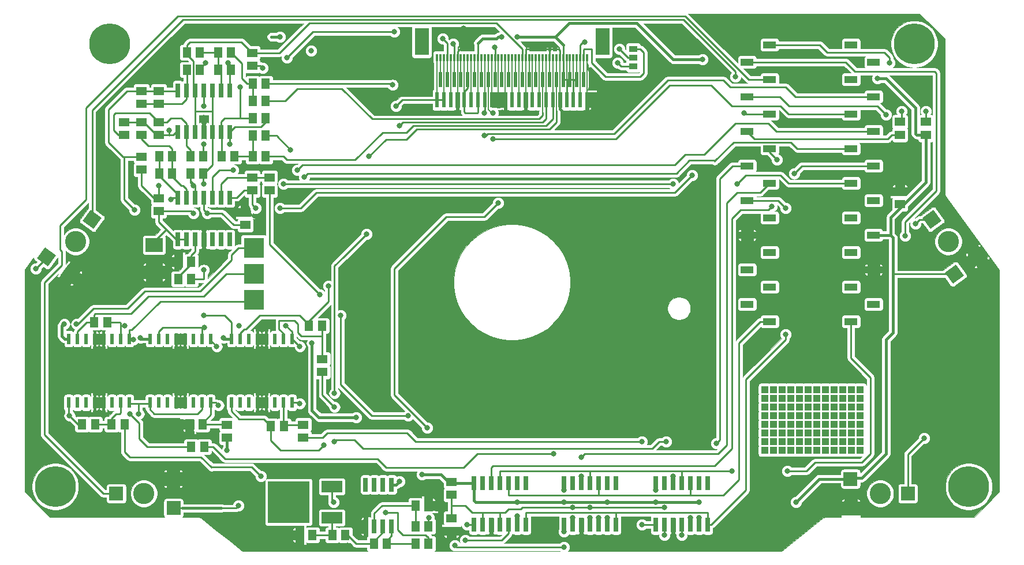
<source format=gbr>
G04 #@! TF.GenerationSoftware,KiCad,Pcbnew,5.1.9*
G04 #@! TF.CreationDate,2021-02-13T13:54:14+01:00*
G04 #@! TF.ProjectId,DVDLaserScanner,4456444c-6173-4657-9253-63616e6e6572,rev?*
G04 #@! TF.SameCoordinates,Original*
G04 #@! TF.FileFunction,Copper,L2,Bot*
G04 #@! TF.FilePolarity,Positive*
%FSLAX46Y46*%
G04 Gerber Fmt 4.6, Leading zero omitted, Abs format (unit mm)*
G04 Created by KiCad (PCBNEW 5.1.9) date 2021-02-13 13:54:14*
%MOMM*%
%LPD*%
G01*
G04 APERTURE LIST*
G04 #@! TA.AperFunction,SMDPad,CuDef*
%ADD10R,2.100000X4.000000*%
G04 #@! TD*
G04 #@! TA.AperFunction,SMDPad,CuDef*
%ADD11R,0.300000X1.100000*%
G04 #@! TD*
G04 #@! TA.AperFunction,ComponentPad*
%ADD12C,3.100000*%
G04 #@! TD*
G04 #@! TA.AperFunction,SMDPad,CuDef*
%ADD13R,2.000000X2.000000*%
G04 #@! TD*
G04 #@! TA.AperFunction,SMDPad,CuDef*
%ADD14C,0.100000*%
G04 #@! TD*
G04 #@! TA.AperFunction,SMDPad,CuDef*
%ADD15R,0.660400X2.032000*%
G04 #@! TD*
G04 #@! TA.AperFunction,SMDPad,CuDef*
%ADD16R,1.900000X1.020000*%
G04 #@! TD*
G04 #@! TA.AperFunction,ComponentPad*
%ADD17C,6.000000*%
G04 #@! TD*
G04 #@! TA.AperFunction,SMDPad,CuDef*
%ADD18R,1.500000X1.295400*%
G04 #@! TD*
G04 #@! TA.AperFunction,SMDPad,CuDef*
%ADD19R,1.295400X1.500000*%
G04 #@! TD*
G04 #@! TA.AperFunction,SMDPad,CuDef*
%ADD20R,3.048000X1.651000*%
G04 #@! TD*
G04 #@! TA.AperFunction,SMDPad,CuDef*
%ADD21R,6.096000X6.096000*%
G04 #@! TD*
G04 #@! TA.AperFunction,SMDPad,CuDef*
%ADD22R,1.270000X0.965200*%
G04 #@! TD*
G04 #@! TA.AperFunction,SMDPad,CuDef*
%ADD23R,0.508000X1.620000*%
G04 #@! TD*
G04 #@! TA.AperFunction,SMDPad,CuDef*
%ADD24R,0.580000X1.620000*%
G04 #@! TD*
G04 #@! TA.AperFunction,SMDPad,CuDef*
%ADD25R,0.540000X2.300000*%
G04 #@! TD*
G04 #@! TA.AperFunction,SMDPad,CuDef*
%ADD26R,2.500000X2.000000*%
G04 #@! TD*
G04 #@! TA.AperFunction,SMDPad,CuDef*
%ADD27R,3.000000X3.000000*%
G04 #@! TD*
G04 #@! TA.AperFunction,SMDPad,CuDef*
%ADD28R,1.050000X1.050000*%
G04 #@! TD*
G04 #@! TA.AperFunction,ViaPad*
%ADD29C,0.800000*%
G04 #@! TD*
G04 #@! TA.AperFunction,Conductor*
%ADD30C,0.400000*%
G04 #@! TD*
G04 #@! TA.AperFunction,Conductor*
%ADD31C,0.250000*%
G04 #@! TD*
G04 #@! TA.AperFunction,Conductor*
%ADD32C,0.152000*%
G04 #@! TD*
G04 #@! TA.AperFunction,Conductor*
%ADD33C,0.100000*%
G04 #@! TD*
G04 APERTURE END LIST*
D10*
X81750000Y-44609000D03*
X108250000Y-44609000D03*
D11*
X95500000Y-46959000D03*
X84000000Y-46959000D03*
X84500000Y-46959000D03*
X85000000Y-46959000D03*
X85500000Y-46959000D03*
X86000000Y-46959000D03*
X86500000Y-46959000D03*
X87000000Y-46959000D03*
X87500000Y-46959000D03*
X88000000Y-46959000D03*
X88500000Y-46959000D03*
X89000000Y-46959000D03*
X94500000Y-46959000D03*
X94000000Y-46959000D03*
X95000000Y-46959000D03*
X93500000Y-46959000D03*
X93000000Y-46959000D03*
X92500000Y-46959000D03*
X92000000Y-46959000D03*
X91500000Y-46959000D03*
X91000000Y-46959000D03*
X90500000Y-46959000D03*
X89500000Y-46959000D03*
X90000000Y-46959000D03*
X102000000Y-46959000D03*
X101500000Y-46959000D03*
X102500000Y-46959000D03*
X103000000Y-46959000D03*
X103500000Y-46959000D03*
X104000000Y-46959000D03*
X104500000Y-46959000D03*
X105000000Y-46959000D03*
X105500000Y-46959000D03*
X106000000Y-46959000D03*
X101000000Y-46959000D03*
X100500000Y-46959000D03*
X100000000Y-46959000D03*
X99500000Y-46959000D03*
X99000000Y-46959000D03*
X98500000Y-46959000D03*
X98000000Y-46959000D03*
X97500000Y-46959000D03*
X97000000Y-46959000D03*
X96500000Y-46959000D03*
X96000000Y-46959000D03*
D12*
X149000000Y-111000000D03*
D13*
X153050000Y-111000000D03*
X144700000Y-113150000D03*
X144650000Y-108850000D03*
D12*
X41000000Y-111000000D03*
D13*
X36950000Y-111000000D03*
X45300000Y-108850000D03*
X45350000Y-113150000D03*
D12*
X159000000Y-74000000D03*
G04 #@! TA.AperFunction,SMDPad,CuDef*
D14*
G36*
X156800002Y-69345700D02*
G01*
X157989648Y-70953414D01*
X156381934Y-72143060D01*
X155192288Y-70535346D01*
X156800002Y-69345700D01*
G37*
G04 #@! TD.AperFunction*
G04 #@! TA.AperFunction,SMDPad,CuDef*
G36*
X163495064Y-74779036D02*
G01*
X164684710Y-76386750D01*
X163076996Y-77576396D01*
X161887350Y-75968682D01*
X163495064Y-74779036D01*
G37*
G04 #@! TD.AperFunction*
G04 #@! TA.AperFunction,SMDPad,CuDef*
G36*
X160068221Y-77376966D02*
G01*
X161257867Y-78984680D01*
X159650153Y-80174326D01*
X158460507Y-78566612D01*
X160068221Y-77376966D01*
G37*
G04 #@! TD.AperFunction*
D12*
X31000000Y-74000000D03*
G04 #@! TA.AperFunction,SMDPad,CuDef*
D14*
G36*
X34807712Y-70535346D02*
G01*
X33618066Y-72143060D01*
X32010352Y-70953414D01*
X33199998Y-69345700D01*
X34807712Y-70535346D01*
G37*
G04 #@! TD.AperFunction*
G04 #@! TA.AperFunction,SMDPad,CuDef*
G36*
X31569233Y-78526419D02*
G01*
X30379587Y-80134133D01*
X28771873Y-78944487D01*
X29961519Y-77336773D01*
X31569233Y-78526419D01*
G37*
G04 #@! TD.AperFunction*
G04 #@! TA.AperFunction,SMDPad,CuDef*
G36*
X28082909Y-76008874D02*
G01*
X26893263Y-77616588D01*
X25285549Y-76426942D01*
X26475195Y-74819228D01*
X28082909Y-76008874D01*
G37*
G04 #@! TD.AperFunction*
D15*
X102616000Y-109448600D03*
X103886000Y-109448600D03*
X105156000Y-109448600D03*
X106426000Y-109448600D03*
X107696000Y-109448600D03*
X108966000Y-109448600D03*
X110236000Y-109448600D03*
X110236000Y-115595400D03*
X108966000Y-115595400D03*
X106426000Y-115595400D03*
X105156000Y-115595400D03*
X103886000Y-115595400D03*
X102616000Y-115595400D03*
X107696000Y-115595400D03*
X116078000Y-109448600D03*
X117348000Y-109448600D03*
X118618000Y-109448600D03*
X119888000Y-109448600D03*
X121158000Y-109448600D03*
X122428000Y-109448600D03*
X123698000Y-109448600D03*
X123698000Y-115595400D03*
X122428000Y-115595400D03*
X119888000Y-115595400D03*
X118618000Y-115595400D03*
X117348000Y-115595400D03*
X116078000Y-115595400D03*
X121158000Y-115595400D03*
D16*
X144720000Y-45110400D03*
X148020000Y-47650400D03*
X144720000Y-50190400D03*
X148020000Y-52730400D03*
X144720000Y-55270400D03*
X148020000Y-57810400D03*
X144720000Y-60350400D03*
X148020000Y-62890400D03*
X144720000Y-65430400D03*
X148020000Y-67970400D03*
X148020000Y-73050400D03*
X148020000Y-78130400D03*
X148020000Y-83210400D03*
X144720000Y-85750400D03*
X144720000Y-75590400D03*
X144720000Y-80670400D03*
X144720000Y-70510400D03*
X132780000Y-55270400D03*
X132780000Y-50190400D03*
X132780000Y-60350400D03*
X132780000Y-45110400D03*
X129480000Y-47650400D03*
X129480000Y-52730400D03*
X129480000Y-57810400D03*
X129480000Y-62890400D03*
X132780000Y-65430400D03*
X129480000Y-67970400D03*
X132780000Y-70510400D03*
X129480000Y-73050400D03*
X132780000Y-75590400D03*
X129480000Y-78130400D03*
X132780000Y-80670400D03*
X129480000Y-83210400D03*
X132780000Y-85750400D03*
D17*
X28000000Y-110000000D03*
X154000000Y-45000000D03*
X162000000Y-110000000D03*
X36000000Y-45000000D03*
D18*
X86106000Y-114620000D03*
X86106000Y-116520000D03*
D19*
X36261000Y-100838000D03*
X38161000Y-100838000D03*
X47945000Y-104140000D03*
X49845000Y-104140000D03*
D18*
X64389000Y-100904000D03*
X64389000Y-102804000D03*
X67183000Y-91252000D03*
X67183000Y-93152000D03*
D19*
X33721000Y-85852000D03*
X35621000Y-85852000D03*
X65217000Y-86360000D03*
X67117000Y-86360000D03*
X31943000Y-100838000D03*
X33843000Y-100838000D03*
X59629000Y-101092000D03*
X61529000Y-101092000D03*
D18*
X53213000Y-102804000D03*
X53213000Y-100904000D03*
D19*
X49591000Y-100838000D03*
X47691000Y-100838000D03*
D18*
X86106000Y-109286000D03*
X86106000Y-111186000D03*
D19*
X46040000Y-79502000D03*
X47940000Y-79502000D03*
X46040000Y-76962000D03*
X47940000Y-76962000D03*
X76642000Y-118364000D03*
X74742000Y-118364000D03*
D20*
X68580000Y-109982000D03*
D21*
X62230000Y-112268000D03*
D20*
X68580000Y-114554000D03*
D18*
X151892000Y-58328600D03*
X151892000Y-56428600D03*
D19*
X82738000Y-115824000D03*
X80838000Y-115824000D03*
X80838000Y-112776000D03*
X82738000Y-112776000D03*
X82738000Y-118364000D03*
X80838000Y-118364000D03*
X68646000Y-117094000D03*
X70546000Y-117094000D03*
D18*
X155702000Y-58328600D03*
X155702000Y-56428600D03*
D19*
X63820000Y-117094000D03*
X65720000Y-117094000D03*
D15*
X73533000Y-109702600D03*
X74803000Y-109702600D03*
X76073000Y-109702600D03*
X77343000Y-109702600D03*
X77343000Y-115849400D03*
X76073000Y-115849400D03*
X74803000Y-115849400D03*
X73533000Y-115849400D03*
X89408000Y-109448600D03*
X90678000Y-109448600D03*
X91948000Y-109448600D03*
X93218000Y-109448600D03*
X94488000Y-109448600D03*
X95758000Y-109448600D03*
X97028000Y-109448600D03*
X97028000Y-115595400D03*
X95758000Y-115595400D03*
X93218000Y-115595400D03*
X91948000Y-115595400D03*
X90678000Y-115595400D03*
X89408000Y-115595400D03*
X94488000Y-115595400D03*
D22*
X112776000Y-48260000D03*
X112776000Y-46990000D03*
X112776000Y-45720000D03*
D19*
X49718000Y-64008000D03*
X47818000Y-64008000D03*
D23*
X29972000Y-88274000D03*
X31242000Y-88274000D03*
X32512000Y-88274000D03*
X33782000Y-88274000D03*
X35052000Y-88274000D03*
X36322000Y-88274000D03*
X37592000Y-88274000D03*
X38862000Y-88274000D03*
X38862000Y-97654000D03*
X37592000Y-97654000D03*
X36322000Y-97654000D03*
X35052000Y-97654000D03*
X33782000Y-97654000D03*
X32512000Y-97654000D03*
X31242000Y-97654000D03*
D24*
X29972000Y-97654000D03*
D23*
X53848000Y-88274000D03*
X55118000Y-88274000D03*
X56388000Y-88274000D03*
X57658000Y-88274000D03*
X58928000Y-88274000D03*
X60198000Y-88274000D03*
X61468000Y-88274000D03*
X62738000Y-88274000D03*
X62738000Y-97654000D03*
X61468000Y-97654000D03*
X60198000Y-97654000D03*
X58928000Y-97654000D03*
X57658000Y-97654000D03*
X56388000Y-97654000D03*
X55118000Y-97654000D03*
D24*
X53848000Y-97654000D03*
D23*
X41910000Y-88274000D03*
X43180000Y-88274000D03*
X44450000Y-88274000D03*
X45720000Y-88274000D03*
X46990000Y-88274000D03*
X48260000Y-88274000D03*
X49530000Y-88274000D03*
X50800000Y-88274000D03*
X50800000Y-97654000D03*
X49530000Y-97654000D03*
X48260000Y-97654000D03*
X46990000Y-97654000D03*
X45720000Y-97654000D03*
X44450000Y-97654000D03*
X43180000Y-97654000D03*
D24*
X41910000Y-97654000D03*
D25*
X84000000Y-53203800D03*
X84500000Y-50203800D03*
X85000000Y-53203800D03*
X85500000Y-50203800D03*
X86000000Y-53203800D03*
X86500000Y-50203800D03*
X87000000Y-53203800D03*
X87500000Y-50203800D03*
X88000000Y-53203800D03*
X88500000Y-50203800D03*
X89000000Y-53203800D03*
X89500000Y-50203800D03*
X90000000Y-53203800D03*
X90500000Y-50203800D03*
X91000000Y-53203800D03*
X91500000Y-50203800D03*
X92000000Y-53203800D03*
X92500000Y-50203800D03*
X93000000Y-53203800D03*
X93500000Y-50203800D03*
X94000000Y-53203800D03*
X94500000Y-50203800D03*
X95000000Y-53203800D03*
X95500000Y-50203800D03*
X96000000Y-53203800D03*
X96500000Y-50203800D03*
X97000000Y-53203800D03*
X97500000Y-50203800D03*
X98000000Y-53203800D03*
X98500000Y-50203800D03*
X99000000Y-53203800D03*
X99500000Y-50203800D03*
X100000000Y-53203800D03*
X100500000Y-50203800D03*
X101000000Y-53203800D03*
X101500000Y-50203800D03*
X102000000Y-53203800D03*
X102500000Y-50203800D03*
X103000000Y-53203800D03*
X103500000Y-50203800D03*
X104000000Y-53203800D03*
X104500000Y-50203800D03*
X105000000Y-53203800D03*
X105500000Y-50203800D03*
X106000000Y-53203800D03*
D18*
X43180000Y-67630000D03*
X43180000Y-69530000D03*
X43180000Y-56454000D03*
X43180000Y-58354000D03*
X56896000Y-46294000D03*
X56896000Y-48194000D03*
D19*
X45146000Y-61468000D03*
X43246000Y-61468000D03*
D18*
X43180000Y-53782000D03*
X43180000Y-51882000D03*
D19*
X49210000Y-46228000D03*
X47310000Y-46228000D03*
D18*
X40640000Y-56454000D03*
X40640000Y-58354000D03*
X38100000Y-58354000D03*
X38100000Y-56454000D03*
D19*
X47818000Y-61468000D03*
X49718000Y-61468000D03*
X56962000Y-55880000D03*
X58862000Y-55880000D03*
X54290000Y-61468000D03*
X52390000Y-61468000D03*
X58862000Y-61468000D03*
X56962000Y-61468000D03*
X56962000Y-58420000D03*
X58862000Y-58420000D03*
X43246000Y-64008000D03*
X45146000Y-64008000D03*
D18*
X40640000Y-63434000D03*
X40640000Y-61534000D03*
X40640000Y-51882000D03*
X40640000Y-53782000D03*
D19*
X47310000Y-48768000D03*
X49210000Y-48768000D03*
X53782000Y-48768000D03*
X51882000Y-48768000D03*
D18*
X56896000Y-64582000D03*
X56896000Y-66482000D03*
X59436000Y-64582000D03*
X59436000Y-66482000D03*
D19*
X51882000Y-46228000D03*
X53782000Y-46228000D03*
X56962000Y-53340000D03*
X58862000Y-53340000D03*
X58862000Y-50800000D03*
X56962000Y-50800000D03*
D26*
X42500000Y-74500000D03*
X42500000Y-78500000D03*
D15*
X51054000Y-57937400D03*
X45974000Y-57937400D03*
X47244000Y-57937400D03*
X48514000Y-57937400D03*
X49784000Y-57937400D03*
X52324000Y-57937400D03*
X53594000Y-57937400D03*
X53594000Y-51790600D03*
X52324000Y-51790600D03*
X51054000Y-51790600D03*
X49784000Y-51790600D03*
X48514000Y-51790600D03*
X47244000Y-51790600D03*
X45974000Y-51790600D03*
X45974000Y-67538600D03*
X47244000Y-67538600D03*
X48514000Y-67538600D03*
X49784000Y-67538600D03*
X51054000Y-67538600D03*
X52324000Y-67538600D03*
X53594000Y-67538600D03*
X53594000Y-73685400D03*
X52324000Y-73685400D03*
X49784000Y-73685400D03*
X48514000Y-73685400D03*
X47244000Y-73685400D03*
X45974000Y-73685400D03*
X51054000Y-73685400D03*
D27*
X57150000Y-82550000D03*
X57150000Y-78740000D03*
X57150000Y-74930000D03*
D18*
X151892000Y-68514000D03*
X151892000Y-66614000D03*
X55880000Y-71562000D03*
X55880000Y-69662000D03*
D28*
X132080000Y-104648000D03*
X133350000Y-104648000D03*
X134620000Y-104648000D03*
X135890000Y-104648000D03*
X137160000Y-104648000D03*
X138430000Y-104648000D03*
X139700000Y-104648000D03*
X140970000Y-104648000D03*
X142240000Y-104648000D03*
X143510000Y-104648000D03*
X144780000Y-104648000D03*
X146050000Y-104648000D03*
X132080000Y-103378000D03*
X133350000Y-103378000D03*
X134620000Y-103378000D03*
X135890000Y-103378000D03*
X137160000Y-103378000D03*
X138430000Y-103378000D03*
X139700000Y-103378000D03*
X140970000Y-103378000D03*
X142240000Y-103378000D03*
X143510000Y-103378000D03*
X144780000Y-103378000D03*
X146050000Y-103378000D03*
X132080000Y-102108000D03*
X133350000Y-102108000D03*
X134620000Y-102108000D03*
X135890000Y-102108000D03*
X137160000Y-102108000D03*
X138430000Y-102108000D03*
X139700000Y-102108000D03*
X140970000Y-102108000D03*
X142240000Y-102108000D03*
X143510000Y-102108000D03*
X144780000Y-102108000D03*
X146050000Y-102108000D03*
X132080000Y-100838000D03*
X133350000Y-100838000D03*
X134620000Y-100838000D03*
X135890000Y-100838000D03*
X137160000Y-100838000D03*
X138430000Y-100838000D03*
X139700000Y-100838000D03*
X140970000Y-100838000D03*
X142240000Y-100838000D03*
X143510000Y-100838000D03*
X144780000Y-100838000D03*
X146050000Y-100838000D03*
X132080000Y-99568000D03*
X133350000Y-99568000D03*
X134620000Y-99568000D03*
X135890000Y-99568000D03*
X137160000Y-99568000D03*
X138430000Y-99568000D03*
X139700000Y-99568000D03*
X140970000Y-99568000D03*
X142240000Y-99568000D03*
X143510000Y-99568000D03*
X144780000Y-99568000D03*
X146050000Y-99568000D03*
X132080000Y-98298000D03*
X133350000Y-98298000D03*
X134620000Y-98298000D03*
X135890000Y-98298000D03*
X137160000Y-98298000D03*
X138430000Y-98298000D03*
X139700000Y-98298000D03*
X140970000Y-98298000D03*
X142240000Y-98298000D03*
X143510000Y-98298000D03*
X144780000Y-98298000D03*
X146050000Y-98298000D03*
X132080000Y-97028000D03*
X133350000Y-97028000D03*
X134620000Y-97028000D03*
X135890000Y-97028000D03*
X137160000Y-97028000D03*
X138430000Y-97028000D03*
X139700000Y-97028000D03*
X140970000Y-97028000D03*
X142240000Y-97028000D03*
X143510000Y-97028000D03*
X144780000Y-97028000D03*
X146050000Y-97028000D03*
X132080000Y-95758000D03*
X133350000Y-95758000D03*
X134620000Y-95758000D03*
X135890000Y-95758000D03*
X137160000Y-95758000D03*
X138430000Y-95758000D03*
X139700000Y-95758000D03*
X140970000Y-95758000D03*
X142240000Y-95758000D03*
X143510000Y-95758000D03*
X144780000Y-95758000D03*
X146050000Y-95758000D03*
D29*
X65532000Y-45974000D03*
X60960000Y-43942000D03*
X39497000Y-88392000D03*
X40259000Y-99314000D03*
X124460000Y-42418000D03*
X153924000Y-51790600D03*
X118364000Y-42418000D03*
X87884000Y-42672000D03*
X103886000Y-56134000D03*
X93980000Y-55118000D03*
X49784000Y-55816500D03*
X32893000Y-95504000D03*
X31115000Y-95504000D03*
X31115000Y-93980000D03*
X32893000Y-93980000D03*
X32893000Y-91948000D03*
X31115000Y-91948000D03*
X31115000Y-90424000D03*
X32893000Y-90424000D03*
X36195000Y-95504000D03*
X37973000Y-95504000D03*
X37973000Y-93980000D03*
X36195000Y-93980000D03*
X36195000Y-91948000D03*
X37973000Y-91948000D03*
X37973000Y-90424000D03*
X36195000Y-90424000D03*
X44069000Y-95504000D03*
X42291000Y-95504000D03*
X42291000Y-93980000D03*
X44069000Y-93980000D03*
X44069000Y-91948000D03*
X42291000Y-91948000D03*
X42291000Y-90424000D03*
X44069000Y-90424000D03*
X48387000Y-90424000D03*
X50419000Y-90424000D03*
X50419000Y-91948000D03*
X48387000Y-91948000D03*
X48387000Y-93980000D03*
X50419000Y-93980000D03*
X50419000Y-95504000D03*
X48387000Y-95504000D03*
X56007000Y-95504000D03*
X54229000Y-95504000D03*
X54229000Y-93980000D03*
X56007000Y-93980000D03*
X56007000Y-91948000D03*
X54229000Y-91948000D03*
X54229000Y-90424000D03*
X56007000Y-90424000D03*
X60579000Y-95504000D03*
X62357000Y-95504000D03*
X62357000Y-93980000D03*
X60579000Y-93980000D03*
X60579000Y-91948000D03*
X62357000Y-91948000D03*
X62357000Y-90424000D03*
X60579000Y-90424000D03*
X45339000Y-100838000D03*
X105283000Y-118110000D03*
X72390000Y-116840000D03*
X70866000Y-118618000D03*
X51054000Y-76327000D03*
X106426000Y-113030000D03*
X106426000Y-114554000D03*
X103886000Y-114554000D03*
X103886000Y-113030000D03*
X119888000Y-117094000D03*
X117348000Y-113030000D03*
X117348000Y-117094000D03*
X58166000Y-108458000D03*
X102616000Y-116586000D03*
X102616000Y-118872000D03*
X86614000Y-118618000D03*
X38989000Y-99314000D03*
X38227000Y-86360000D03*
X107696000Y-114554000D03*
X101092000Y-105156000D03*
X114046000Y-115570000D03*
X114046000Y-103378000D03*
X121158000Y-114554000D03*
X117602000Y-103378000D03*
X68961000Y-98298000D03*
X68961000Y-103378000D03*
X51689000Y-89408000D03*
X51943000Y-98044000D03*
X129032000Y-55118000D03*
X127762000Y-49784000D03*
X149860000Y-55372000D03*
X154178000Y-71374000D03*
X155448000Y-102870000D03*
X150368000Y-47752000D03*
X127254000Y-107696000D03*
X135382000Y-107696000D03*
X135128000Y-69088000D03*
X135128000Y-87630000D03*
X152146000Y-54838600D03*
X155702000Y-54838600D03*
X76454000Y-113792000D03*
X68834000Y-112268000D03*
X105156000Y-105664000D03*
X105156000Y-108458000D03*
X118618000Y-108458000D03*
X124968000Y-103632000D03*
X133858000Y-61976000D03*
X133096000Y-68834000D03*
X152654000Y-73152000D03*
X77724000Y-43180000D03*
X54102000Y-63500000D03*
X61976000Y-46990000D03*
X110744000Y-45720000D03*
X57404000Y-69088000D03*
X60960000Y-69088000D03*
X121412000Y-64262000D03*
X136398000Y-64008000D03*
X48260000Y-65786000D03*
X43180000Y-65786000D03*
X48260000Y-69850000D03*
X49784000Y-65532000D03*
X44704000Y-57658000D03*
X64516000Y-64516000D03*
X58420000Y-48514000D03*
X55118000Y-51308000D03*
X61468000Y-65532000D03*
X128016000Y-65532000D03*
X118618000Y-65532000D03*
X44958000Y-67818000D03*
X63500000Y-63500000D03*
X39624000Y-69342000D03*
X110490000Y-47752000D03*
X105664000Y-44704000D03*
X86360000Y-44958000D03*
X68072000Y-80518000D03*
X30099000Y-99568000D03*
X31115000Y-86106000D03*
X84836000Y-44196000D03*
X73660000Y-72898000D03*
X68961000Y-96266000D03*
X67437000Y-103886000D03*
X50292000Y-69850000D03*
X136652000Y-112268000D03*
X122936000Y-47244000D03*
X148590000Y-50038000D03*
X95758000Y-43942000D03*
X93472000Y-43942000D03*
X29337000Y-86106000D03*
X72136000Y-99822000D03*
X54864000Y-112776000D03*
X53213000Y-104648000D03*
X122428000Y-112268000D03*
X122428000Y-114554000D03*
X49784000Y-84836000D03*
X25146000Y-77978000D03*
X49784000Y-78168500D03*
X49784000Y-54102000D03*
X65659000Y-88900000D03*
X40513000Y-88138000D03*
X52705000Y-88138000D03*
X78486000Y-109220000D03*
X81788000Y-108204000D03*
X108966000Y-112268000D03*
X108966000Y-114554000D03*
X95758000Y-114300000D03*
X95758000Y-112268000D03*
X102616000Y-112268000D03*
X102616000Y-110490000D03*
X116078000Y-110490000D03*
X116078000Y-112268000D03*
X82550000Y-101346000D03*
X92964000Y-68326000D03*
X92456000Y-45466000D03*
X88392000Y-115570000D03*
X82804000Y-114554000D03*
X53594000Y-59690000D03*
X49784000Y-59690000D03*
X62500000Y-60500000D03*
X74000000Y-61500000D03*
X50038000Y-47752000D03*
X53340000Y-47752000D03*
X88138000Y-117856000D03*
X66802000Y-81788000D03*
X79756000Y-99568000D03*
X69850000Y-84836000D03*
X77500000Y-51000000D03*
X78500000Y-57000000D03*
X90932000Y-58420000D03*
X90932000Y-55118000D03*
X92202000Y-55118000D03*
X92202000Y-58928000D03*
X77978000Y-54102000D03*
X54991000Y-86360000D03*
X63881000Y-89408000D03*
X63881000Y-97790000D03*
X61849000Y-86360000D03*
X49911000Y-86614000D03*
D30*
X59690000Y-43942000D02*
X60960000Y-43942000D01*
D31*
X38862000Y-86995000D02*
X39243000Y-86995000D01*
X38862000Y-88274000D02*
X38862000Y-86995000D01*
X43434000Y-82804000D02*
X56896000Y-82804000D01*
X39243000Y-86995000D02*
X43434000Y-82804000D01*
X56896000Y-82804000D02*
X57150000Y-82550000D01*
X40259000Y-97790000D02*
X40259000Y-99314000D01*
X39497000Y-88392000D02*
X39379000Y-88274000D01*
X39379000Y-88274000D02*
X38862000Y-88274000D01*
X39751000Y-97790000D02*
X38998000Y-97790000D01*
X38998000Y-97790000D02*
X38862000Y-97654000D01*
X41774000Y-97790000D02*
X40259000Y-97790000D01*
X40259000Y-97790000D02*
X39751000Y-97790000D01*
X41774000Y-97790000D02*
X41910000Y-97654000D01*
X38862000Y-88274000D02*
X38862000Y-87757000D01*
X41910000Y-97654000D02*
X41910000Y-98679000D01*
X49530000Y-98679000D02*
X49530000Y-97654000D01*
X48895000Y-99314000D02*
X49530000Y-98679000D01*
X42545000Y-99314000D02*
X48895000Y-99314000D01*
X41910000Y-98679000D02*
X42545000Y-99314000D01*
X87000000Y-46096000D02*
X87630000Y-45466000D01*
X87000000Y-46959000D02*
X87000000Y-46096000D01*
D30*
X87630000Y-42926000D02*
X87630000Y-45466000D01*
X87884000Y-42672000D02*
X87630000Y-42926000D01*
X94000000Y-53203800D02*
X94000000Y-55098000D01*
X94000000Y-55098000D02*
X93980000Y-55118000D01*
X102000000Y-53203800D02*
X102000000Y-54502000D01*
X102000000Y-54502000D02*
X102870000Y-55372000D01*
D31*
X100838000Y-45720000D02*
X97028000Y-45720000D01*
X97000000Y-45748000D02*
X97000000Y-46959000D01*
X97028000Y-45720000D02*
X97000000Y-45748000D01*
X100500000Y-46959000D02*
X100500000Y-45804000D01*
X102000000Y-45866000D02*
X102000000Y-46959000D01*
X101854000Y-45720000D02*
X102000000Y-45866000D01*
X100584000Y-45720000D02*
X100838000Y-45720000D01*
X100838000Y-45720000D02*
X101854000Y-45720000D01*
X100500000Y-45804000D02*
X100584000Y-45720000D01*
X93000000Y-53203800D02*
X94000000Y-53203800D01*
X92000000Y-53203800D02*
X93000000Y-53203800D01*
D32*
X106000000Y-53203800D02*
X106000000Y-46959000D01*
X102000000Y-46959000D02*
X102000000Y-53203800D01*
X100500000Y-46959000D02*
X100500000Y-50203800D01*
X97000000Y-46959000D02*
X97000000Y-53203800D01*
X94000000Y-46959000D02*
X94000000Y-53203800D01*
X93000000Y-46959000D02*
X93000000Y-53203800D01*
X92000000Y-46959000D02*
X92000000Y-53203800D01*
X87000000Y-53203800D02*
X87000000Y-46959000D01*
D31*
X33782000Y-90424000D02*
X32893000Y-90424000D01*
X31115000Y-93980000D02*
X31115000Y-95504000D01*
X32893000Y-91948000D02*
X32893000Y-93980000D01*
X31115000Y-90424000D02*
X31115000Y-91948000D01*
X35052000Y-90424000D02*
X36195000Y-90424000D01*
X37973000Y-93980000D02*
X37973000Y-95504000D01*
X36195000Y-91948000D02*
X36195000Y-93980000D01*
X37973000Y-90424000D02*
X37973000Y-91948000D01*
X45720000Y-90424000D02*
X44069000Y-90424000D01*
X42291000Y-93980000D02*
X42291000Y-95504000D01*
X44069000Y-91948000D02*
X44069000Y-93980000D01*
X42291000Y-90424000D02*
X42291000Y-91948000D01*
X46990000Y-95504000D02*
X48387000Y-95504000D01*
X50419000Y-91948000D02*
X50419000Y-90424000D01*
X48387000Y-93980000D02*
X48387000Y-91948000D01*
X50419000Y-95504000D02*
X50419000Y-93980000D01*
X57658000Y-90424000D02*
X56007000Y-90424000D01*
X54229000Y-93980000D02*
X54229000Y-95504000D01*
X56007000Y-91948000D02*
X56007000Y-93980000D01*
X54229000Y-90424000D02*
X54229000Y-91948000D01*
X58928000Y-90424000D02*
X60579000Y-90424000D01*
X58928000Y-95250000D02*
X59055000Y-95250000D01*
X60579000Y-95504000D02*
X58928000Y-95250000D01*
X62357000Y-93980000D02*
X62357000Y-95504000D01*
X60579000Y-91948000D02*
X60579000Y-93980000D01*
X62357000Y-90424000D02*
X62357000Y-91948000D01*
X57531000Y-92456000D02*
X47117000Y-92456000D01*
X47691000Y-100838000D02*
X45339000Y-100838000D01*
X35179000Y-92456000D02*
X35179000Y-97527000D01*
X35179000Y-97527000D02*
X35052000Y-97654000D01*
X33909000Y-92456000D02*
X33909000Y-97527000D01*
X33909000Y-97527000D02*
X33782000Y-97654000D01*
X35179000Y-92456000D02*
X33909000Y-92456000D01*
X33782000Y-92329000D02*
X33782000Y-90424000D01*
X33782000Y-90424000D02*
X33782000Y-88274000D01*
X33909000Y-92456000D02*
X33782000Y-92329000D01*
X45720000Y-92583000D02*
X35306000Y-92583000D01*
X35052000Y-92329000D02*
X35052000Y-90424000D01*
X35052000Y-90424000D02*
X35052000Y-88274000D01*
X35306000Y-92583000D02*
X35179000Y-92456000D01*
X35179000Y-92456000D02*
X35052000Y-92329000D01*
X46990000Y-92583000D02*
X45720000Y-92583000D01*
X45720000Y-92583000D02*
X45593000Y-92710000D01*
X58928000Y-92456000D02*
X57531000Y-92456000D01*
X46990000Y-97654000D02*
X46990000Y-95504000D01*
X46990000Y-95504000D02*
X46990000Y-92583000D01*
X46990000Y-92583000D02*
X47117000Y-92456000D01*
X45720000Y-97654000D02*
X46990000Y-97654000D01*
X45720000Y-88274000D02*
X45720000Y-90424000D01*
X45720000Y-90424000D02*
X45720000Y-97654000D01*
X45720000Y-88274000D02*
X46990000Y-88274000D01*
X57658000Y-92456000D02*
X57531000Y-92456000D01*
X46990000Y-92329000D02*
X46990000Y-88274000D01*
X47117000Y-92456000D02*
X46990000Y-92329000D01*
X57658000Y-97654000D02*
X57658000Y-92456000D01*
X57658000Y-92456000D02*
X57658000Y-90424000D01*
X57658000Y-90424000D02*
X57658000Y-88274000D01*
X58928000Y-97654000D02*
X57658000Y-97654000D01*
X58928000Y-88274000D02*
X58928000Y-90424000D01*
X58928000Y-90424000D02*
X58928000Y-92456000D01*
X58928000Y-92456000D02*
X58928000Y-97654000D01*
X57658000Y-88274000D02*
X58928000Y-88274000D01*
X105156000Y-115595400D02*
X105156000Y-117983000D01*
X105156000Y-117983000D02*
X105283000Y-118110000D01*
X73533000Y-115849400D02*
X73380600Y-115849400D01*
X73380600Y-115849400D02*
X72390000Y-116840000D01*
X49784000Y-57937400D02*
X49784000Y-56134000D01*
X49784000Y-73685400D02*
X49784000Y-75057000D01*
X49784000Y-75057000D02*
X51054000Y-76327000D01*
X55880000Y-69662000D02*
X56390500Y-69662000D01*
X56390500Y-69662000D02*
X57150000Y-70421500D01*
X57150000Y-70421500D02*
X57912000Y-70421500D01*
X103886000Y-113030000D02*
X106426000Y-113030000D01*
X106426000Y-114554000D02*
X106426000Y-115595400D01*
X103124000Y-113030000D02*
X103886000Y-113030000D01*
X96520000Y-113030000D02*
X103124000Y-113030000D01*
X93218000Y-113792000D02*
X93980000Y-113792000D01*
X93980000Y-113792000D02*
X94488000Y-113284000D01*
X94488000Y-113284000D02*
X96266000Y-113284000D01*
X96266000Y-113284000D02*
X96520000Y-113030000D01*
X103886000Y-114554000D02*
X103886000Y-115595400D01*
X119888000Y-117094000D02*
X119888000Y-115595400D01*
X106426000Y-113030000D02*
X117348000Y-113030000D01*
X117348000Y-117094000D02*
X117348000Y-115595400D01*
X90678000Y-113792000D02*
X89154000Y-113792000D01*
X88138000Y-112776000D02*
X86106000Y-112776000D01*
X89154000Y-113792000D02*
X88138000Y-112776000D01*
X86106000Y-111186000D02*
X86106000Y-112776000D01*
X86106000Y-112776000D02*
X86106000Y-114620000D01*
X90678000Y-115595400D02*
X90678000Y-113792000D01*
X93218000Y-113792000D02*
X93218000Y-115595400D01*
X90678000Y-113792000D02*
X93218000Y-113792000D01*
X36261000Y-100838000D02*
X36261000Y-100010000D01*
X37592000Y-99187000D02*
X37592000Y-97654000D01*
X37465000Y-99314000D02*
X37592000Y-99187000D01*
X36957000Y-99314000D02*
X37465000Y-99314000D01*
X36261000Y-100010000D02*
X36957000Y-99314000D01*
X33843000Y-100838000D02*
X36261000Y-100838000D01*
X50863500Y-107124500D02*
X56832500Y-107124500D01*
X56832500Y-107124500D02*
X58166000Y-108458000D01*
X38161000Y-100838000D02*
X38161000Y-104836000D01*
X38161000Y-104836000D02*
X38227000Y-104902000D01*
X102616000Y-115595400D02*
X102616000Y-116586000D01*
X86868000Y-118872000D02*
X102616000Y-118872000D01*
X86614000Y-118618000D02*
X86868000Y-118872000D01*
X48133000Y-105664000D02*
X49403000Y-105664000D01*
X38989000Y-105664000D02*
X48133000Y-105664000D01*
X38227000Y-104902000D02*
X38989000Y-105664000D01*
X49403000Y-105664000D02*
X50863500Y-107124500D01*
X50863500Y-107124500D02*
X50927000Y-107188000D01*
X58166000Y-108458000D02*
X58039000Y-108585000D01*
X37592000Y-86360000D02*
X38227000Y-86360000D01*
X40325000Y-100650000D02*
X38989000Y-99314000D01*
X41529000Y-104140000D02*
X47945000Y-104140000D01*
X41529000Y-104140000D02*
X40325000Y-102936000D01*
X40325000Y-102936000D02*
X40325000Y-101092000D01*
X40325000Y-101092000D02*
X40325000Y-100650000D01*
X35621000Y-85852000D02*
X37465000Y-85852000D01*
X37592000Y-85979000D02*
X37592000Y-86360000D01*
X37592000Y-86360000D02*
X37592000Y-88274000D01*
X37465000Y-85852000D02*
X37592000Y-85979000D01*
X82550000Y-107188000D02*
X76581000Y-107188000D01*
X52959000Y-105918000D02*
X51181000Y-104140000D01*
X51181000Y-104140000D02*
X50673000Y-104140000D01*
X107696000Y-115595400D02*
X107696000Y-114554000D01*
X89916000Y-105156000D02*
X101092000Y-105156000D01*
X87884000Y-107188000D02*
X89916000Y-105156000D01*
X82550000Y-107188000D02*
X87884000Y-107188000D01*
X64643000Y-105918000D02*
X75311000Y-105918000D01*
X50673000Y-104140000D02*
X49845000Y-104140000D01*
X64643000Y-105918000D02*
X52959000Y-105918000D01*
X76581000Y-107188000D02*
X75311000Y-105918000D01*
X64389000Y-100904000D02*
X61717000Y-100904000D01*
X61717000Y-100904000D02*
X61529000Y-101092000D01*
X61468000Y-97654000D02*
X61468000Y-101031000D01*
X61468000Y-101031000D02*
X61529000Y-101092000D01*
X86868000Y-103378000D02*
X80899000Y-103378000D01*
X67945000Y-102108000D02*
X67249000Y-102804000D01*
X64389000Y-102804000D02*
X67249000Y-102804000D01*
X114071400Y-115595400D02*
X116078000Y-115595400D01*
X114046000Y-115570000D02*
X114071400Y-115595400D01*
X86868000Y-103378000D02*
X114046000Y-103378000D01*
X79629000Y-102108000D02*
X67945000Y-102108000D01*
X80899000Y-103378000D02*
X79629000Y-102108000D01*
X67183000Y-87884000D02*
X64135000Y-87884000D01*
X60833000Y-86868000D02*
X61468000Y-87503000D01*
X60833000Y-85598000D02*
X60833000Y-86868000D01*
X63119000Y-85598000D02*
X60833000Y-85598000D01*
X63627000Y-86106000D02*
X63119000Y-85598000D01*
X63627000Y-87376000D02*
X63627000Y-86106000D01*
X64135000Y-87884000D02*
X63627000Y-87376000D01*
X61468000Y-87503000D02*
X61468000Y-88274000D01*
X67183000Y-91252000D02*
X67183000Y-87884000D01*
X67183000Y-87884000D02*
X67183000Y-86426000D01*
X67183000Y-86426000D02*
X67117000Y-86360000D01*
X71628000Y-103124000D02*
X71882000Y-103124000D01*
X73152000Y-104394000D02*
X71882000Y-103124000D01*
X73152000Y-104394000D02*
X79248000Y-104394000D01*
X67183000Y-93152000D02*
X67183000Y-96520000D01*
X117602000Y-103378000D02*
X116586000Y-103378000D01*
X116586000Y-103378000D02*
X115570000Y-104394000D01*
X115570000Y-104394000D02*
X79248000Y-104394000D01*
X121158000Y-114554000D02*
X121158000Y-115595400D01*
X79248000Y-104394000D02*
X78994000Y-104394000D01*
X68961000Y-103378000D02*
X69215000Y-103124000D01*
X69215000Y-103124000D02*
X71628000Y-103124000D01*
X71628000Y-103124000D02*
X71755000Y-103124000D01*
X67183000Y-96520000D02*
X68961000Y-98298000D01*
X49591000Y-100838000D02*
X53147000Y-100838000D01*
X53147000Y-100838000D02*
X53213000Y-100904000D01*
X49591000Y-100838000D02*
X49591000Y-100650000D01*
X49591000Y-100650000D02*
X50800000Y-99441000D01*
X50800000Y-99441000D02*
X50800000Y-97654000D01*
X50800000Y-88274000D02*
X50800000Y-88519000D01*
X50800000Y-88519000D02*
X51689000Y-89408000D01*
X51943000Y-98044000D02*
X51553000Y-97654000D01*
X51553000Y-97654000D02*
X50800000Y-97654000D01*
X132780000Y-55270400D02*
X129184400Y-55270400D01*
X129184400Y-55270400D02*
X129032000Y-55118000D01*
X98298000Y-41402000D02*
X46736000Y-41402000D01*
X33409032Y-54728968D02*
X46228000Y-41910000D01*
X98298000Y-41402000D02*
X120142000Y-41402000D01*
X120142000Y-41402000D02*
X127762000Y-49022000D01*
X127762000Y-49022000D02*
X127762000Y-49784000D01*
X33409032Y-54728968D02*
X33409032Y-70744380D01*
X46736000Y-41402000D02*
X46228000Y-41910000D01*
X156590968Y-70744380D02*
X154807620Y-70744380D01*
X134264400Y-52730400D02*
X129480000Y-52730400D01*
X135636000Y-54102000D02*
X134264400Y-52730400D01*
X148590000Y-54102000D02*
X135636000Y-54102000D01*
X149860000Y-55372000D02*
X148590000Y-54102000D01*
X154807620Y-70744380D02*
X154178000Y-71374000D01*
X120396000Y-40894000D02*
X95250000Y-40894000D01*
X28956000Y-77470000D02*
X26416000Y-80010000D01*
X26416000Y-80010000D02*
X26416000Y-102362000D01*
X26416000Y-102362000D02*
X35054000Y-111000000D01*
X35054000Y-111000000D02*
X36950000Y-111000000D01*
X28956000Y-75438000D02*
X28956000Y-76962000D01*
X28702000Y-75184000D02*
X28956000Y-75438000D01*
X28702000Y-71628000D02*
X28702000Y-75184000D01*
X32512000Y-67818000D02*
X28702000Y-71628000D01*
X32512000Y-54356000D02*
X32512000Y-67818000D01*
X45974000Y-40894000D02*
X32512000Y-54356000D01*
X95250000Y-40894000D02*
X45974000Y-40894000D01*
X28956000Y-76962000D02*
X28956000Y-77470000D01*
X129692400Y-50190400D02*
X120396000Y-40894000D01*
X132780000Y-50190400D02*
X129692400Y-50190400D01*
X132780000Y-45110400D02*
X140106400Y-45110400D01*
X153050000Y-105268000D02*
X153050000Y-111000000D01*
X155448000Y-102870000D02*
X153050000Y-105268000D01*
X150368000Y-46990000D02*
X150368000Y-47752000D01*
X149606000Y-46228000D02*
X150368000Y-46990000D01*
X141224000Y-46228000D02*
X149606000Y-46228000D01*
X140106400Y-45110400D02*
X141224000Y-46228000D01*
X144720000Y-86614000D02*
X144720000Y-91126000D01*
X127254000Y-107696000D02*
X119888000Y-107696000D01*
X138176000Y-107696000D02*
X135382000Y-107696000D01*
X139446000Y-106426000D02*
X138176000Y-107696000D01*
X146304000Y-106426000D02*
X139446000Y-106426000D01*
X147574000Y-105156000D02*
X146304000Y-106426000D01*
X147574000Y-93980000D02*
X147574000Y-105156000D01*
X144720000Y-91126000D02*
X147574000Y-93980000D01*
X144720000Y-85750400D02*
X144720000Y-86614000D01*
X144720000Y-86614000D02*
X144720000Y-86674000D01*
X106426000Y-107696000D02*
X93218000Y-107696000D01*
X93218000Y-107696000D02*
X93218000Y-109448600D01*
X119888000Y-109448600D02*
X119888000Y-107696000D01*
X106426000Y-107696000D02*
X106426000Y-109448600D01*
X119888000Y-107696000D02*
X106426000Y-107696000D01*
X121158000Y-111252000D02*
X125984000Y-111252000D01*
X131419600Y-85750400D02*
X132780000Y-85750400D01*
X128270000Y-88900000D02*
X131419600Y-85750400D01*
X128270000Y-108966000D02*
X128270000Y-88900000D01*
X125984000Y-111252000D02*
X128270000Y-108966000D01*
X107696000Y-111252000D02*
X121158000Y-111252000D01*
X121158000Y-111252000D02*
X121158000Y-109448600D01*
X94488000Y-109448600D02*
X94488000Y-111252000D01*
X107696000Y-111252000D02*
X107696000Y-109448600D01*
X94488000Y-111252000D02*
X107696000Y-111252000D01*
X135128000Y-88392000D02*
X135128000Y-87630000D01*
X124180600Y-115595400D02*
X129286000Y-110490000D01*
X129286000Y-110490000D02*
X129286000Y-94234000D01*
X129286000Y-94234000D02*
X135128000Y-88392000D01*
X123698000Y-115595400D02*
X124180600Y-115595400D01*
X135128000Y-69088000D02*
X134010400Y-67970400D01*
X134010400Y-67970400D02*
X129480000Y-67970400D01*
X129480000Y-67970400D02*
X128625600Y-67970400D01*
X110236000Y-113792000D02*
X97028000Y-113792000D01*
X97028000Y-113792000D02*
X97028000Y-115595400D01*
X110236000Y-113792000D02*
X123698000Y-113792000D01*
X123698000Y-113792000D02*
X123698000Y-115595400D01*
X110236000Y-113792000D02*
X110236000Y-115595400D01*
X76642000Y-118364000D02*
X80838000Y-118364000D01*
X76642000Y-118364000D02*
X76642000Y-117922000D01*
X76642000Y-117922000D02*
X77343000Y-117221000D01*
X77343000Y-117221000D02*
X77343000Y-115849400D01*
X70546000Y-117094000D02*
X70866000Y-117094000D01*
X70866000Y-117094000D02*
X72136000Y-118364000D01*
X72136000Y-118364000D02*
X74742000Y-118364000D01*
X76073000Y-115849400D02*
X76073000Y-116713000D01*
X76073000Y-116713000D02*
X74742000Y-118044000D01*
X74742000Y-118044000D02*
X74742000Y-118364000D01*
X152146000Y-56428600D02*
X152146000Y-54838600D01*
X155702000Y-54838600D02*
X155702000Y-56428600D01*
X82738000Y-117414000D02*
X82672000Y-117348000D01*
X82672000Y-117348000D02*
X82550000Y-117348000D01*
X82550000Y-117348000D02*
X82296000Y-117094000D01*
X82296000Y-117094000D02*
X78994000Y-117094000D01*
X78994000Y-117094000D02*
X78232000Y-116332000D01*
X78232000Y-116332000D02*
X78232000Y-113792000D01*
X78232000Y-113792000D02*
X76454000Y-113792000D01*
X82738000Y-118364000D02*
X82738000Y-117414000D01*
X68580000Y-112014000D02*
X68580000Y-109982000D01*
X68834000Y-112268000D02*
X68580000Y-112014000D01*
X65720000Y-117094000D02*
X68646000Y-117094000D01*
X68580000Y-114554000D02*
X68580000Y-117028000D01*
X68580000Y-117028000D02*
X68646000Y-117094000D01*
X151892000Y-58328600D02*
X150713400Y-58328600D01*
X130597600Y-58928000D02*
X129480000Y-57810400D01*
X150114000Y-58928000D02*
X130597600Y-58928000D01*
X150713400Y-58328600D02*
X150114000Y-58928000D01*
X151892000Y-58328600D02*
X151318000Y-58328600D01*
X80838000Y-112776000D02*
X75946000Y-112776000D01*
X74803000Y-113919000D02*
X74803000Y-115849400D01*
X75946000Y-112776000D02*
X74803000Y-113919000D01*
X80838000Y-112776000D02*
X80838000Y-115824000D01*
X46040000Y-79502000D02*
X46040000Y-79182000D01*
X46040000Y-79182000D02*
X47940000Y-77282000D01*
X47940000Y-77282000D02*
X47940000Y-76962000D01*
X47940000Y-76962000D02*
X47940000Y-76012000D01*
X48514000Y-75438000D02*
X48514000Y-73685400D01*
X47940000Y-76012000D02*
X48514000Y-75438000D01*
X126492000Y-95250000D02*
X126492000Y-68326000D01*
X126238000Y-104140000D02*
X126492000Y-103886000D01*
X126492000Y-103886000D02*
X126492000Y-97282000D01*
X126492000Y-95250000D02*
X126492000Y-97282000D01*
X105156000Y-105664000D02*
X105664000Y-105156000D01*
X105664000Y-105156000D02*
X125222000Y-105156000D01*
X105156000Y-109448600D02*
X105156000Y-108458000D01*
X125222000Y-105156000D02*
X126238000Y-104140000D01*
X131408400Y-66802000D02*
X132780000Y-65430400D01*
X128016000Y-66802000D02*
X131408400Y-66802000D01*
X126492000Y-68326000D02*
X128016000Y-66802000D01*
X132780000Y-65430400D02*
X133502400Y-65430400D01*
X118618000Y-109448600D02*
X118618000Y-108458000D01*
X127355600Y-62890400D02*
X129480000Y-62890400D01*
X125476000Y-64770000D02*
X127355600Y-62890400D01*
X125476000Y-89154000D02*
X125476000Y-64770000D01*
X125476000Y-103124000D02*
X125476000Y-89154000D01*
X124968000Y-103632000D02*
X125476000Y-103124000D01*
X129480000Y-62890400D02*
X129133600Y-62890400D01*
X128524000Y-69342000D02*
X132588000Y-69342000D01*
X127254000Y-70612000D02*
X128524000Y-69342000D01*
X133858000Y-61976000D02*
X132780000Y-60898000D01*
X132780000Y-60350400D02*
X132780000Y-60898000D01*
X127254000Y-93980000D02*
X127254000Y-97282000D01*
X127254000Y-93980000D02*
X127254000Y-70612000D01*
X132588000Y-69342000D02*
X133096000Y-68834000D01*
X91948000Y-109448600D02*
X91948000Y-107188000D01*
X127254000Y-104394000D02*
X127254000Y-101854000D01*
X124714000Y-106934000D02*
X127254000Y-104394000D01*
X92202000Y-106934000D02*
X124714000Y-106934000D01*
X91948000Y-107188000D02*
X92202000Y-106934000D01*
X127254000Y-101854000D02*
X127254000Y-97282000D01*
X127254000Y-97282000D02*
X127254000Y-97028000D01*
D32*
X86000000Y-46959000D02*
X86000000Y-53203800D01*
X89000000Y-46959000D02*
X89000000Y-53203800D01*
X95000000Y-46959000D02*
X95000000Y-53203800D01*
X96000000Y-46959000D02*
X96000000Y-53203800D01*
X98000000Y-46959000D02*
X98000000Y-53203800D01*
X99000000Y-46959000D02*
X99000000Y-53203800D01*
X87500000Y-46959000D02*
X87500000Y-50203800D01*
X89500000Y-46959000D02*
X89500000Y-50203800D01*
X90500000Y-50203800D02*
X90500000Y-46959000D01*
X93500000Y-46959000D02*
X93500000Y-50203800D01*
X94500000Y-50203800D02*
X94500000Y-46959000D01*
X95500000Y-50203800D02*
X95500000Y-46959000D01*
X97500000Y-46959000D02*
X97500000Y-50203800D01*
X98500000Y-46959000D02*
X98500000Y-50203800D01*
X84500000Y-46959000D02*
X84500000Y-50203800D01*
D31*
X129480000Y-47650400D02*
X143916400Y-47650400D01*
X152654000Y-71120000D02*
X152654000Y-73152000D01*
X157226000Y-66548000D02*
X152654000Y-71120000D01*
X157226000Y-49276000D02*
X157226000Y-66548000D01*
X156972000Y-49022000D02*
X157226000Y-49276000D01*
X145288000Y-49022000D02*
X156972000Y-49022000D01*
X143916400Y-47650400D02*
X145288000Y-49022000D01*
X54102000Y-63500000D02*
X52070000Y-63500000D01*
X52070000Y-63500000D02*
X51308000Y-64262000D01*
X51308000Y-64262000D02*
X51054000Y-64516000D01*
X51054000Y-67538600D02*
X51054000Y-64516000D01*
X65786000Y-43180000D02*
X73660000Y-43180000D01*
X61976000Y-46990000D02*
X65786000Y-43180000D01*
X112014000Y-46990000D02*
X112776000Y-46990000D01*
X112014000Y-46990000D02*
X110744000Y-45720000D01*
X73660000Y-43180000D02*
X77724000Y-43180000D01*
X118364000Y-66802000D02*
X118872000Y-66802000D01*
X62484000Y-69088000D02*
X64008000Y-69088000D01*
X56896000Y-66482000D02*
X56896000Y-68580000D01*
X57404000Y-69088000D02*
X56896000Y-68580000D01*
X60960000Y-69088000D02*
X62484000Y-69088000D01*
X66294000Y-66802000D02*
X110490000Y-66802000D01*
X64008000Y-69088000D02*
X66294000Y-66802000D01*
X118364000Y-66802000D02*
X110490000Y-66802000D01*
X118872000Y-66802000D02*
X121412000Y-64262000D01*
X137515600Y-62890400D02*
X136398000Y-64008000D01*
X148020000Y-62890400D02*
X137515600Y-62890400D01*
X56896000Y-66482000D02*
X55692000Y-66482000D01*
X54635400Y-67538600D02*
X53594000Y-67538600D01*
X55692000Y-66482000D02*
X54635400Y-67538600D01*
X43180000Y-67630000D02*
X43180000Y-65786000D01*
X47818000Y-65344000D02*
X47818000Y-64008000D01*
X48260000Y-65786000D02*
X47818000Y-65344000D01*
X43180000Y-67630000D02*
X42484000Y-67630000D01*
X42484000Y-67630000D02*
X40640000Y-65786000D01*
X40640000Y-65786000D02*
X40640000Y-63434000D01*
X47818000Y-64008000D02*
X47818000Y-65090000D01*
X47818000Y-65090000D02*
X48514000Y-65786000D01*
X48514000Y-65786000D02*
X48514000Y-67538600D01*
X93218000Y-42418000D02*
X92710000Y-41910000D01*
X93980000Y-43180000D02*
X93218000Y-42418000D01*
X60894000Y-46294000D02*
X56896000Y-46294000D01*
X64262000Y-42926000D02*
X60894000Y-46294000D01*
X64262000Y-42926000D02*
X64770000Y-42418000D01*
X65278000Y-41910000D02*
X64770000Y-42418000D01*
X65532000Y-41910000D02*
X65278000Y-41910000D01*
X74422000Y-41910000D02*
X65532000Y-41910000D01*
X80518000Y-41910000D02*
X74422000Y-41910000D01*
X92710000Y-41910000D02*
X80518000Y-41910000D01*
X42500000Y-74500000D02*
X42500000Y-74000000D01*
X42500000Y-74000000D02*
X44280000Y-72220000D01*
X96500000Y-46959000D02*
X96500000Y-45700000D01*
X96500000Y-45700000D02*
X93980000Y-43180000D01*
X93980000Y-43180000D02*
X93726000Y-42926000D01*
D32*
X96500000Y-46959000D02*
X96500000Y-50203800D01*
D31*
X47310000Y-46228000D02*
X47310000Y-46548000D01*
X47310000Y-46548000D02*
X48260000Y-47498000D01*
X48260000Y-47498000D02*
X48260000Y-51536600D01*
X48260000Y-51536600D02*
X48514000Y-51790600D01*
X47310000Y-46228000D02*
X47310000Y-45146000D01*
X55306000Y-44704000D02*
X56896000Y-46294000D01*
X47752000Y-44704000D02*
X55306000Y-44704000D01*
X47310000Y-45146000D02*
X47752000Y-44704000D01*
X48514000Y-54864000D02*
X51054000Y-54864000D01*
X49718000Y-64008000D02*
X49718000Y-65466000D01*
X47940000Y-69530000D02*
X43180000Y-69530000D01*
X48260000Y-69850000D02*
X47940000Y-69530000D01*
X49718000Y-65466000D02*
X49784000Y-65532000D01*
X49718000Y-64008000D02*
X49784000Y-64008000D01*
X49784000Y-64008000D02*
X51054000Y-62738000D01*
X51054000Y-62738000D02*
X51054000Y-57937400D01*
X47244000Y-73685400D02*
X45974000Y-73685400D01*
X48514000Y-56642000D02*
X48514000Y-54864000D01*
X48514000Y-54864000D02*
X48514000Y-51790600D01*
X51054000Y-56896000D02*
X51054000Y-54864000D01*
X51054000Y-54864000D02*
X51054000Y-51790600D01*
X48514000Y-57937400D02*
X48514000Y-56642000D01*
X51054000Y-56642000D02*
X51054000Y-56896000D01*
X51054000Y-56896000D02*
X51054000Y-57937400D01*
X45974000Y-73685400D02*
X45745400Y-73685400D01*
X45745400Y-73685400D02*
X44280000Y-72220000D01*
X44280000Y-72220000D02*
X43180000Y-71120000D01*
X43180000Y-71120000D02*
X43180000Y-69530000D01*
X38100000Y-58354000D02*
X37272000Y-58354000D01*
X41844000Y-55118000D02*
X43180000Y-56454000D01*
X36830000Y-55118000D02*
X41844000Y-55118000D01*
X36576000Y-55372000D02*
X36830000Y-55118000D01*
X36576000Y-57658000D02*
X36576000Y-55372000D01*
X37272000Y-58354000D02*
X36576000Y-57658000D01*
X47818000Y-61468000D02*
X47818000Y-60518000D01*
X47244000Y-59944000D02*
X47244000Y-57937400D01*
X47818000Y-60518000D02*
X47244000Y-59944000D01*
X43180000Y-56454000D02*
X44384000Y-56454000D01*
X47244000Y-56642000D02*
X47244000Y-57937400D01*
X46482000Y-55880000D02*
X47244000Y-56642000D01*
X44958000Y-55880000D02*
X46482000Y-55880000D01*
X44384000Y-56454000D02*
X44958000Y-55880000D01*
X65278000Y-64008000D02*
X65024000Y-64008000D01*
X121031000Y-62103000D02*
X119126000Y-64008000D01*
X119126000Y-64008000D02*
X65278000Y-64008000D01*
X124841000Y-62103000D02*
X121031000Y-62103000D01*
X44704000Y-58420000D02*
X44704000Y-58354000D01*
X44704000Y-57658000D02*
X44704000Y-58420000D01*
X65024000Y-64008000D02*
X64516000Y-64516000D01*
X144720000Y-60350400D02*
X136804400Y-60350400D01*
X127508000Y-59436000D02*
X124841000Y-62103000D01*
X124841000Y-62103000D02*
X124714000Y-62230000D01*
X135890000Y-59436000D02*
X127508000Y-59436000D01*
X136804400Y-60350400D02*
X135890000Y-59436000D01*
X45974000Y-57937400D02*
X45694600Y-57937400D01*
X45694600Y-57937400D02*
X45278000Y-58354000D01*
X45278000Y-58354000D02*
X44704000Y-58354000D01*
X44704000Y-58354000D02*
X43180000Y-58354000D01*
X43180000Y-58354000D02*
X42860000Y-58354000D01*
X42860000Y-58354000D02*
X40960000Y-56454000D01*
X40960000Y-56454000D02*
X40640000Y-56454000D01*
X40640000Y-56454000D02*
X38100000Y-56454000D01*
X55118000Y-55880000D02*
X55118000Y-51308000D01*
X58100000Y-48194000D02*
X56896000Y-48194000D01*
X58420000Y-48514000D02*
X58100000Y-48194000D01*
X56962000Y-55880000D02*
X55118000Y-55880000D01*
X55118000Y-55880000D02*
X52832000Y-55880000D01*
X52324000Y-56388000D02*
X52324000Y-57937400D01*
X52832000Y-55880000D02*
X52324000Y-56388000D01*
X52390000Y-61468000D02*
X52390000Y-58003400D01*
X52390000Y-58003400D02*
X52324000Y-57937400D01*
X45146000Y-64008000D02*
X45146000Y-64450000D01*
X45146000Y-64450000D02*
X46482000Y-65786000D01*
X47244000Y-66294000D02*
X47244000Y-67538600D01*
X46736000Y-65786000D02*
X47244000Y-66294000D01*
X46482000Y-65786000D02*
X46736000Y-65786000D01*
X45146000Y-61468000D02*
X45146000Y-64008000D01*
X40640000Y-58354000D02*
X40640000Y-58928000D01*
X40640000Y-58928000D02*
X41656000Y-59944000D01*
X41656000Y-59944000D02*
X44704000Y-59944000D01*
X44704000Y-59944000D02*
X45146000Y-60386000D01*
X45146000Y-60386000D02*
X45146000Y-61468000D01*
X135534400Y-65430400D02*
X134366000Y-64262000D01*
X134366000Y-64262000D02*
X129286000Y-64262000D01*
X129286000Y-64262000D02*
X128016000Y-65532000D01*
X144720000Y-65430400D02*
X135534400Y-65430400D01*
X61468000Y-65532000D02*
X118618000Y-65532000D01*
X45237400Y-67538600D02*
X45974000Y-67538600D01*
X44958000Y-67818000D02*
X45237400Y-67538600D01*
X43246000Y-64008000D02*
X43246000Y-64328000D01*
X43246000Y-64328000D02*
X45974000Y-67056000D01*
X45974000Y-67056000D02*
X45974000Y-67538600D01*
X43246000Y-61468000D02*
X43246000Y-64008000D01*
X40640000Y-53782000D02*
X43180000Y-53782000D01*
X43180000Y-53782000D02*
X46548000Y-53782000D01*
X47244000Y-53086000D02*
X47244000Y-51790600D01*
X46548000Y-53782000D02*
X47244000Y-53086000D01*
X47310000Y-48768000D02*
X47310000Y-51724600D01*
X47310000Y-51724600D02*
X47244000Y-51790600D01*
X64516000Y-62738000D02*
X64262000Y-62738000D01*
X123190000Y-61214000D02*
X120396000Y-61214000D01*
X120396000Y-61214000D02*
X118872000Y-62738000D01*
X118872000Y-62738000D02*
X64516000Y-62738000D01*
X148020000Y-57810400D02*
X133756400Y-57810400D01*
X127762000Y-56642000D02*
X124206000Y-60198000D01*
X132588000Y-56642000D02*
X127762000Y-56642000D01*
X133756400Y-57810400D02*
X132588000Y-56642000D01*
X124206000Y-60198000D02*
X123190000Y-61214000D01*
X64262000Y-62738000D02*
X63500000Y-63500000D01*
X38100000Y-67818000D02*
X38100000Y-61534000D01*
X39624000Y-69342000D02*
X38100000Y-67818000D01*
X40640000Y-61534000D02*
X38100000Y-61534000D01*
X38100000Y-61534000D02*
X37912000Y-61534000D01*
X37912000Y-61534000D02*
X35814000Y-59436000D01*
X35814000Y-59436000D02*
X35814000Y-54610000D01*
X35814000Y-54610000D02*
X38542000Y-51882000D01*
X38542000Y-51882000D02*
X40640000Y-51882000D01*
X43180000Y-51882000D02*
X40640000Y-51882000D01*
X43180000Y-51882000D02*
X45882600Y-51882000D01*
X45882600Y-51882000D02*
X45974000Y-51790600D01*
X51882000Y-46228000D02*
X49210000Y-46228000D01*
X51882000Y-48768000D02*
X51882000Y-46228000D01*
X52324000Y-51790600D02*
X52324000Y-49210000D01*
X52324000Y-49210000D02*
X51882000Y-48768000D01*
X105000000Y-46959000D02*
X105000000Y-45114000D01*
X110998000Y-48260000D02*
X112776000Y-48260000D01*
X110490000Y-47752000D02*
X110998000Y-48260000D01*
X105410000Y-44704000D02*
X105664000Y-44704000D01*
X105000000Y-45114000D02*
X105410000Y-44704000D01*
D32*
X105000000Y-53203800D02*
X105000000Y-46959000D01*
D31*
X105500000Y-46959000D02*
X105500000Y-45810000D01*
X105590000Y-45720000D02*
X106680000Y-45720000D01*
X106680000Y-45720000D02*
X106680000Y-47752000D01*
X106680000Y-47752000D02*
X108712000Y-49784000D01*
X108712000Y-49784000D02*
X113792000Y-49784000D01*
X113792000Y-49784000D02*
X114300000Y-49276000D01*
X114300000Y-49276000D02*
X114300000Y-46228000D01*
X114300000Y-46228000D02*
X113792000Y-45720000D01*
X113792000Y-45720000D02*
X112776000Y-45720000D01*
X105500000Y-45810000D02*
X105590000Y-45720000D01*
D32*
X105500000Y-46959000D02*
X105500000Y-50203800D01*
D31*
X37592000Y-84582000D02*
X39116000Y-84582000D01*
X53086000Y-78740000D02*
X57150000Y-78740000D01*
X49784000Y-82042000D02*
X53086000Y-78740000D01*
X41656000Y-82042000D02*
X49784000Y-82042000D01*
X39116000Y-84582000D02*
X41656000Y-82042000D01*
X33721000Y-85852000D02*
X33721000Y-84770000D01*
X33909000Y-84582000D02*
X37592000Y-84582000D01*
X37592000Y-84582000D02*
X37719000Y-84582000D01*
X33721000Y-84770000D02*
X33909000Y-84582000D01*
X33721000Y-85852000D02*
X32639000Y-85852000D01*
X31242000Y-87249000D02*
X31242000Y-88274000D01*
X32639000Y-85852000D02*
X31242000Y-87249000D01*
X86500000Y-46959000D02*
X86500000Y-45098000D01*
X86360000Y-44958000D02*
X86500000Y-45098000D01*
X68072000Y-82804000D02*
X68072000Y-80518000D01*
X68072000Y-82804000D02*
X65217000Y-85659000D01*
X65217000Y-86360000D02*
X65217000Y-85659000D01*
D32*
X86500000Y-46959000D02*
X86500000Y-50203800D01*
D31*
X65217000Y-86360000D02*
X65217000Y-86172000D01*
X65217000Y-86172000D02*
X63881000Y-84836000D01*
X63881000Y-84836000D02*
X60579000Y-84836000D01*
X60579000Y-84836000D02*
X58039000Y-84836000D01*
X58039000Y-84836000D02*
X56007000Y-86868000D01*
X56007000Y-86868000D02*
X55753000Y-86868000D01*
X55753000Y-86868000D02*
X55118000Y-87503000D01*
X55118000Y-87503000D02*
X55118000Y-88274000D01*
X48768000Y-81280000D02*
X49276000Y-81280000D01*
X38608000Y-83820000D02*
X41148000Y-81280000D01*
X41148000Y-81280000D02*
X48768000Y-81280000D01*
X36830000Y-83820000D02*
X38608000Y-83820000D01*
X54864000Y-74930000D02*
X57150000Y-74930000D01*
X53848000Y-75946000D02*
X54864000Y-74930000D01*
X53848000Y-76708000D02*
X53848000Y-75946000D01*
X49276000Y-81280000D02*
X53848000Y-76708000D01*
X31115000Y-86106000D02*
X31369000Y-86106000D01*
X31369000Y-86106000D02*
X33655000Y-83820000D01*
X35941000Y-83820000D02*
X36830000Y-83820000D01*
X36830000Y-83820000D02*
X36957000Y-83820000D01*
X33655000Y-83820000D02*
X35941000Y-83820000D01*
X31943000Y-100838000D02*
X31369000Y-100838000D01*
X31369000Y-100838000D02*
X30099000Y-99568000D01*
X29972000Y-99441000D02*
X29972000Y-97654000D01*
X30099000Y-99568000D02*
X29972000Y-99441000D01*
X85500000Y-45212000D02*
X85500000Y-44860000D01*
X85500000Y-44860000D02*
X84836000Y-44196000D01*
X68961000Y-96266000D02*
X68961000Y-77597000D01*
X73660000Y-72898000D02*
X70358000Y-76200000D01*
X68961000Y-77597000D02*
X70358000Y-76200000D01*
X68961000Y-96266000D02*
X69088000Y-96266000D01*
X59629000Y-101092000D02*
X59629000Y-103190000D01*
X66675000Y-104648000D02*
X67437000Y-103886000D01*
X61087000Y-104648000D02*
X66675000Y-104648000D01*
X59629000Y-103190000D02*
X61087000Y-104648000D01*
X85500000Y-46959000D02*
X85500000Y-45212000D01*
X85500000Y-45212000D02*
X85500000Y-45114000D01*
D32*
X85500000Y-46959000D02*
X85500000Y-50203800D01*
D31*
X53848000Y-97654000D02*
X53848000Y-98933000D01*
X53848000Y-98933000D02*
X54991000Y-100076000D01*
X54991000Y-100076000D02*
X58613000Y-100076000D01*
X58613000Y-100076000D02*
X59629000Y-101092000D01*
X49784000Y-69342000D02*
X49784000Y-67538600D01*
X50292000Y-69850000D02*
X49784000Y-69342000D01*
D30*
X149860000Y-104648000D02*
X149860000Y-88392000D01*
X149860000Y-105156000D02*
X149860000Y-104648000D01*
X146304000Y-108712000D02*
X149860000Y-105156000D01*
X144788000Y-108712000D02*
X146304000Y-108712000D01*
X150876000Y-87376000D02*
X150876000Y-86360000D01*
X149860000Y-88392000D02*
X150876000Y-87376000D01*
X140462000Y-108850000D02*
X144650000Y-108850000D01*
X144650000Y-108850000D02*
X144788000Y-108712000D01*
D31*
X151892000Y-68514000D02*
X151892000Y-69088000D01*
X151892000Y-69088000D02*
X151384000Y-69596000D01*
D30*
X140462000Y-108850000D02*
X140070000Y-108850000D01*
X140070000Y-108850000D02*
X136652000Y-112268000D01*
X113030000Y-41910000D02*
X113284000Y-41910000D01*
X150114000Y-50292000D02*
X154178000Y-54356000D01*
X118618000Y-47244000D02*
X122428000Y-47244000D01*
X114046000Y-42672000D02*
X118618000Y-47244000D01*
X122428000Y-47244000D02*
X122936000Y-47244000D01*
X149860000Y-50038000D02*
X148590000Y-50038000D01*
X150114000Y-50292000D02*
X149860000Y-50038000D01*
X113284000Y-41910000D02*
X114046000Y-42672000D01*
X101346000Y-43942000D02*
X102616000Y-42672000D01*
X103378000Y-41910000D02*
X102616000Y-42672000D01*
X113030000Y-41910000D02*
X103378000Y-41910000D01*
D31*
X159859187Y-78775646D02*
X150876000Y-78775646D01*
X150876000Y-78775646D02*
X150876000Y-78740000D01*
D30*
X93472000Y-43942000D02*
X92964000Y-43942000D01*
X92964000Y-43942000D02*
X92710000Y-44196000D01*
X92710000Y-44196000D02*
X90678000Y-44196000D01*
X90678000Y-44196000D02*
X90000000Y-44874000D01*
X101346000Y-43942000D02*
X95758000Y-43942000D01*
D31*
X90000000Y-46144000D02*
X90000000Y-46959000D01*
X90000000Y-44874000D02*
X90000000Y-46144000D01*
D30*
X102500000Y-45096000D02*
X101346000Y-43942000D01*
D31*
X102500000Y-45720000D02*
X102500000Y-45096000D01*
D30*
X150520400Y-73050400D02*
X150520400Y-70459600D01*
X155702000Y-61696600D02*
X155702000Y-58328600D01*
X155702000Y-65278000D02*
X155702000Y-61696600D01*
X150520400Y-70459600D02*
X151384000Y-69596000D01*
X151384000Y-69596000D02*
X155702000Y-65278000D01*
X29337000Y-86106000D02*
X29210000Y-86106000D01*
X29346000Y-88274000D02*
X29972000Y-88274000D01*
X28956000Y-87884000D02*
X29346000Y-88274000D01*
X28956000Y-86360000D02*
X28956000Y-87884000D01*
X29210000Y-86106000D02*
X28956000Y-86360000D01*
X52350000Y-113150000D02*
X46616000Y-113150000D01*
D31*
X54864000Y-112776000D02*
X54490000Y-113150000D01*
X54490000Y-113150000D02*
X52350000Y-113150000D01*
X46616000Y-113150000D02*
X45350000Y-113150000D01*
D30*
X53213000Y-104648000D02*
X53213000Y-102804000D01*
X108966000Y-112268000D02*
X102616000Y-112268000D01*
X116078000Y-112268000D02*
X108966000Y-112268000D01*
X116078000Y-112268000D02*
X122428000Y-112268000D01*
X122428000Y-114554000D02*
X122428000Y-115595400D01*
X140324000Y-108850000D02*
X140462000Y-108850000D01*
X148020000Y-73050400D02*
X150520400Y-73050400D01*
X150876000Y-73406000D02*
X150876000Y-78740000D01*
X150876000Y-78740000D02*
X150876000Y-86360000D01*
X150876000Y-86360000D02*
X150876000Y-86614000D01*
X150520400Y-73050400D02*
X150876000Y-73406000D01*
D31*
X53848000Y-85852000D02*
X53848000Y-87122000D01*
X52832000Y-84836000D02*
X53848000Y-85852000D01*
X49784000Y-84836000D02*
X52832000Y-84836000D01*
X25146000Y-77978000D02*
X26684229Y-76439771D01*
X47940000Y-79502000D02*
X49784000Y-79502000D01*
X26684229Y-76439771D02*
X26684229Y-76217908D01*
X148172400Y-72898000D02*
X148020000Y-73050400D01*
X148020000Y-73050400D02*
X149453600Y-73050400D01*
X102500000Y-46959000D02*
X102500000Y-50203800D01*
X102500000Y-45604000D02*
X102500000Y-45720000D01*
X102500000Y-45720000D02*
X102500000Y-46959000D01*
X88000000Y-53203800D02*
X88000000Y-54980000D01*
X90000000Y-55034000D02*
X90000000Y-53203800D01*
X89916000Y-55118000D02*
X90000000Y-55034000D01*
X88138000Y-55118000D02*
X89916000Y-55118000D01*
X88000000Y-54980000D02*
X88138000Y-55118000D01*
X88500000Y-50203800D02*
X88500000Y-51454000D01*
X88000000Y-51954000D02*
X88000000Y-53203800D01*
X88500000Y-51454000D02*
X88000000Y-51954000D01*
X104000000Y-53203800D02*
X104000000Y-50203800D01*
X104140000Y-50292000D02*
X104140000Y-50203800D01*
X104088200Y-50292000D02*
X104140000Y-50292000D01*
X104000000Y-50203800D02*
X104088200Y-50292000D01*
X103000000Y-53203800D02*
X103000000Y-50203800D01*
X103124000Y-50292000D02*
X103124000Y-50203800D01*
X103088200Y-50292000D02*
X103124000Y-50292000D01*
X103000000Y-50203800D02*
X103088200Y-50292000D01*
X103500000Y-50203800D02*
X103124000Y-50203800D01*
X103124000Y-50203800D02*
X102351002Y-50203800D01*
X102351002Y-50203800D02*
X102500000Y-50203800D01*
X104500000Y-50203800D02*
X104140000Y-50203800D01*
X104140000Y-50203800D02*
X103500000Y-50203800D01*
D32*
X104500000Y-46959000D02*
X104500000Y-50203800D01*
X104000000Y-46959000D02*
X104000000Y-53203800D01*
X103500000Y-50203800D02*
X103500000Y-46959000D01*
X103000000Y-46959000D02*
X103000000Y-53203800D01*
X102500000Y-50203800D02*
X102500000Y-47360000D01*
X102500000Y-47360000D02*
X102500000Y-46959000D01*
X90000000Y-46959000D02*
X90000000Y-53203800D01*
X88500000Y-50203800D02*
X88500000Y-46959000D01*
X88000000Y-46959000D02*
X88000000Y-53203800D01*
D31*
X53848000Y-88274000D02*
X53848000Y-87122000D01*
X53848000Y-87122000D02*
X53848000Y-86868000D01*
D30*
X154366000Y-58328600D02*
X155702000Y-58328600D01*
X154178000Y-58140600D02*
X154366000Y-58328600D01*
X154178000Y-54356000D02*
X154178000Y-58140600D01*
X154178000Y-54330600D02*
X154178000Y-54356000D01*
X72136000Y-99822000D02*
X66675000Y-99822000D01*
X65659000Y-88900000D02*
X65659000Y-98806000D01*
X65659000Y-98806000D02*
X66675000Y-99822000D01*
X53848000Y-88274000D02*
X52841000Y-88274000D01*
X40649000Y-88274000D02*
X41910000Y-88274000D01*
X40513000Y-88138000D02*
X40649000Y-88274000D01*
X52841000Y-88274000D02*
X52705000Y-88138000D01*
X86106000Y-109286000D02*
X85664000Y-109286000D01*
X85664000Y-109286000D02*
X84582000Y-108204000D01*
X78003400Y-109702600D02*
X77343000Y-109702600D01*
X78486000Y-109220000D02*
X78003400Y-109702600D01*
X84582000Y-108204000D02*
X81788000Y-108204000D01*
X89408000Y-109448600D02*
X86268600Y-109448600D01*
X86268600Y-109448600D02*
X86106000Y-109286000D01*
X108966000Y-114554000D02*
X108966000Y-115595400D01*
X95758000Y-114300000D02*
X95758000Y-115595400D01*
X102616000Y-110490000D02*
X102616000Y-109448600D01*
X116078000Y-110490000D02*
X116078000Y-109448600D01*
X89408000Y-110744000D02*
X89408000Y-112014000D01*
X89408000Y-110744000D02*
X89408000Y-109448600D01*
X89662000Y-112268000D02*
X95758000Y-112268000D01*
X95758000Y-112268000D02*
X102616000Y-112268000D01*
X89408000Y-112014000D02*
X89662000Y-112268000D01*
D31*
X50292000Y-69850000D02*
X52451000Y-69850000D01*
X54163000Y-71562000D02*
X55880000Y-71562000D01*
X52451000Y-69850000D02*
X54163000Y-71562000D01*
X49784000Y-79502000D02*
X49784000Y-78168500D01*
X49784000Y-54102000D02*
X49784000Y-51790600D01*
X92964000Y-68326000D02*
X90932000Y-70358000D01*
X90932000Y-70358000D02*
X85344000Y-70358000D01*
X85344000Y-70358000D02*
X77724000Y-77978000D01*
X77724000Y-77978000D02*
X77724000Y-96520000D01*
X77724000Y-96520000D02*
X82550000Y-101346000D01*
X92500000Y-46018000D02*
X92456000Y-45466000D01*
X92500000Y-46959000D02*
X92500000Y-46018000D01*
D32*
X92500000Y-46959000D02*
X92500000Y-50203800D01*
D31*
X89408000Y-115595400D02*
X88417400Y-115595400D01*
X88392000Y-115570000D02*
X88417400Y-115595400D01*
X82738000Y-114620000D02*
X82738000Y-115824000D01*
X82804000Y-114554000D02*
X82738000Y-114620000D01*
X58862000Y-55880000D02*
X58862000Y-56454000D01*
X58862000Y-56454000D02*
X58166000Y-57150000D01*
X58166000Y-57150000D02*
X54381400Y-57150000D01*
X54381400Y-57150000D02*
X53594000Y-57937400D01*
X49718000Y-61468000D02*
X49718000Y-59756000D01*
X53594000Y-59690000D02*
X53594000Y-57937400D01*
X49718000Y-59756000D02*
X49784000Y-59690000D01*
X56962000Y-61468000D02*
X56962000Y-58420000D01*
X54290000Y-61468000D02*
X56962000Y-61468000D01*
X76542000Y-58000000D02*
X76000000Y-58000000D01*
X101000000Y-56000000D02*
X100000000Y-57000000D01*
X100000000Y-57000000D02*
X80500000Y-57000000D01*
X80500000Y-57000000D02*
X79500000Y-58000000D01*
X79500000Y-58000000D02*
X76542000Y-58000000D01*
X101000000Y-53203800D02*
X101000000Y-55464000D01*
X61468000Y-61468000D02*
X58862000Y-61468000D01*
X101000000Y-55464000D02*
X101000000Y-56000000D01*
X62000000Y-62000000D02*
X61468000Y-61468000D01*
X72000000Y-62000000D02*
X62000000Y-62000000D01*
X76000000Y-58000000D02*
X72000000Y-62000000D01*
D32*
X101000000Y-46959000D02*
X101000000Y-53203800D01*
D31*
X94000000Y-57500000D02*
X81000000Y-57500000D01*
X101500000Y-56500000D02*
X100500000Y-57500000D01*
X100500000Y-57500000D02*
X94000000Y-57500000D01*
D32*
X101500000Y-50203800D02*
X101500000Y-54764000D01*
D31*
X101500000Y-54764000D02*
X101500000Y-56500000D01*
X60500000Y-58500000D02*
X60500000Y-58420000D01*
X62500000Y-60500000D02*
X60500000Y-58500000D01*
X76500000Y-59000000D02*
X74000000Y-61500000D01*
X79500000Y-59000000D02*
X76500000Y-59000000D01*
X81000000Y-57500000D02*
X79500000Y-59000000D01*
X58862000Y-58420000D02*
X60500000Y-58420000D01*
D32*
X101500000Y-50203800D02*
X101500000Y-46959000D01*
D31*
X53782000Y-48768000D02*
X53782000Y-48194000D01*
X53782000Y-48194000D02*
X53340000Y-47752000D01*
X50038000Y-47752000D02*
X49210000Y-48580000D01*
X49210000Y-48580000D02*
X49210000Y-48768000D01*
X53594000Y-51790600D02*
X53594000Y-48956000D01*
X53594000Y-48956000D02*
X53782000Y-48768000D01*
X56896000Y-64582000D02*
X53274000Y-64582000D01*
X52324000Y-65532000D02*
X52324000Y-67538600D01*
X53274000Y-64582000D02*
X52324000Y-65532000D01*
X56896000Y-64582000D02*
X59436000Y-64582000D01*
X94488000Y-115595400D02*
X94488000Y-116840000D01*
X93472000Y-117856000D02*
X88138000Y-117856000D01*
X94488000Y-116840000D02*
X93472000Y-117856000D01*
X66802000Y-81788000D02*
X59436000Y-74422000D01*
X59436000Y-66482000D02*
X59436000Y-74422000D01*
X74422000Y-99568000D02*
X79756000Y-99568000D01*
X69850000Y-94996000D02*
X74422000Y-99568000D01*
X69850000Y-84836000D02*
X69850000Y-94996000D01*
X56962000Y-50800000D02*
X56134000Y-50800000D01*
X55372000Y-47818000D02*
X53782000Y-46228000D01*
X55372000Y-50038000D02*
X55372000Y-47818000D01*
X56134000Y-50800000D02*
X55372000Y-50038000D01*
X56962000Y-53340000D02*
X56962000Y-50800000D01*
X69000000Y-51562000D02*
X70062000Y-51562000D01*
X99500000Y-55500000D02*
X99000000Y-56000000D01*
X99000000Y-56000000D02*
X80000000Y-56000000D01*
X99500000Y-55500000D02*
X99500000Y-55000000D01*
X74500000Y-56000000D02*
X80000000Y-56000000D01*
X70062000Y-51562000D02*
X74500000Y-56000000D01*
D32*
X99500000Y-50203800D02*
X99500000Y-55000000D01*
X99500000Y-55000000D02*
X99500000Y-54932000D01*
D31*
X58862000Y-53340000D02*
X61722000Y-53340000D01*
X63500000Y-51562000D02*
X69000000Y-51562000D01*
X69000000Y-51562000D02*
X69088000Y-51562000D01*
X61722000Y-53340000D02*
X63500000Y-51562000D01*
D32*
X99500000Y-50203800D02*
X99500000Y-46959000D01*
D31*
X71000000Y-50800000D02*
X77300000Y-50800000D01*
X77300000Y-50800000D02*
X77500000Y-51000000D01*
X100000000Y-55000000D02*
X100000000Y-56000000D01*
X77500000Y-51000000D02*
X77300000Y-50800000D01*
X79000000Y-56500000D02*
X78500000Y-57000000D01*
X99500000Y-56500000D02*
X79000000Y-56500000D01*
X100000000Y-56000000D02*
X99500000Y-56500000D01*
X100000000Y-53203800D02*
X100000000Y-55000000D01*
X100000000Y-55000000D02*
X100000000Y-55194000D01*
X71120000Y-50800000D02*
X71000000Y-50800000D01*
X71000000Y-50800000D02*
X58862000Y-50800000D01*
D32*
X100000000Y-46959000D02*
X100000000Y-53203800D01*
D31*
X106680000Y-58166000D02*
X109982000Y-58166000D01*
X91186000Y-58420000D02*
X91440000Y-58166000D01*
X91440000Y-58166000D02*
X106680000Y-58166000D01*
X91000000Y-54864000D02*
X91000000Y-55050000D01*
X91000000Y-55050000D02*
X90932000Y-55118000D01*
X90932000Y-58420000D02*
X91186000Y-58420000D01*
X117856000Y-50292000D02*
X125984000Y-50292000D01*
X109982000Y-58166000D02*
X117856000Y-50292000D01*
X136550400Y-52730400D02*
X135128000Y-51308000D01*
X136550400Y-52730400D02*
X148020000Y-52730400D01*
X127000000Y-51308000D02*
X125984000Y-50292000D01*
X135128000Y-51308000D02*
X127000000Y-51308000D01*
X91000000Y-53203800D02*
X91000000Y-54864000D01*
X91000000Y-54864000D02*
X91000000Y-54932000D01*
D32*
X91000000Y-46959000D02*
X91000000Y-53203800D01*
D31*
X124206000Y-51054000D02*
X118110000Y-51054000D01*
X124460000Y-51308000D02*
X124206000Y-51054000D01*
X127254000Y-54102000D02*
X124460000Y-51308000D01*
X134366000Y-54102000D02*
X127254000Y-54102000D01*
X135534400Y-55270400D02*
X134366000Y-54102000D01*
X144720000Y-55270400D02*
X135534400Y-55270400D01*
X108712000Y-58928000D02*
X107188000Y-58928000D01*
D32*
X91500000Y-54611580D02*
X91500000Y-50203800D01*
X92006420Y-55118000D02*
X92202000Y-55118000D01*
X91500000Y-54611580D02*
X92006420Y-55118000D01*
D31*
X92202000Y-58928000D02*
X107188000Y-58928000D01*
X110236000Y-58928000D02*
X108712000Y-58928000D01*
X118110000Y-51054000D02*
X110236000Y-58928000D01*
D32*
X91500000Y-46959000D02*
X91500000Y-50203800D01*
D31*
X84000000Y-53203800D02*
X78876200Y-53203800D01*
X78876200Y-53203800D02*
X77978000Y-54102000D01*
X85000000Y-53203800D02*
X84000000Y-53203800D01*
D32*
X85000000Y-46959000D02*
X85000000Y-53203800D01*
X84000000Y-46959000D02*
X84000000Y-53203800D01*
D31*
X62738000Y-88274000D02*
X62747000Y-88274000D01*
X62747000Y-88274000D02*
X63881000Y-89408000D01*
X63745000Y-97654000D02*
X62738000Y-97654000D01*
X63881000Y-97790000D02*
X63745000Y-97654000D01*
X62738000Y-88274000D02*
X62738000Y-87249000D01*
X62738000Y-87249000D02*
X61849000Y-86360000D01*
X49911000Y-86614000D02*
X49657000Y-86614000D01*
X48641000Y-86614000D02*
X49657000Y-86614000D01*
X43180000Y-88274000D02*
X43180000Y-87249000D01*
X43815000Y-86614000D02*
X43180000Y-87249000D01*
X48641000Y-86614000D02*
X43815000Y-86614000D01*
X49530000Y-86741000D02*
X49530000Y-88274000D01*
X49657000Y-86614000D02*
X49530000Y-86741000D01*
X49530000Y-88274000D02*
X49530000Y-87503000D01*
D33*
X158475000Y-44217462D02*
X158475001Y-66984652D01*
X158472877Y-67020962D01*
X158478554Y-67061856D01*
X158482598Y-67102918D01*
X158485650Y-67112979D01*
X158487096Y-67123396D01*
X158500637Y-67162384D01*
X158512618Y-67201881D01*
X158517576Y-67211156D01*
X158521025Y-67221088D01*
X158541914Y-67256689D01*
X158561368Y-67293086D01*
X158584430Y-67321188D01*
X166475000Y-78170722D01*
X166475001Y-110782537D01*
X162782539Y-114475000D01*
X146150002Y-114475000D01*
X146150002Y-114150000D01*
X146012500Y-114150000D01*
X145962500Y-114100000D01*
X145650000Y-114100000D01*
X145650000Y-114150000D01*
X143750000Y-114150000D01*
X143750000Y-114100000D01*
X143437500Y-114100000D01*
X143387500Y-114150000D01*
X143249998Y-114150000D01*
X143249998Y-114475000D01*
X141004225Y-114475000D01*
X140956891Y-114474225D01*
X140927163Y-114479634D01*
X140897082Y-114482597D01*
X140876402Y-114488870D01*
X140855145Y-114492738D01*
X140827043Y-114503843D01*
X140798119Y-114512617D01*
X140779058Y-114522805D01*
X140758966Y-114530745D01*
X140733571Y-114547119D01*
X140706914Y-114561367D01*
X140670277Y-114591435D01*
X134516985Y-119475000D01*
X103215082Y-119475000D01*
X103276238Y-119413844D01*
X103369260Y-119274626D01*
X103433335Y-119119936D01*
X103466000Y-118955718D01*
X103466000Y-118788282D01*
X103433335Y-118624064D01*
X103369260Y-118469374D01*
X103276238Y-118330156D01*
X103157844Y-118211762D01*
X103018626Y-118118740D01*
X102863936Y-118054665D01*
X102699718Y-118022000D01*
X102532282Y-118022000D01*
X102368064Y-118054665D01*
X102213374Y-118118740D01*
X102074156Y-118211762D01*
X101988918Y-118297000D01*
X93841018Y-118297000D01*
X93880554Y-118264554D01*
X93898565Y-118242607D01*
X94874612Y-117266561D01*
X94896554Y-117248554D01*
X94939484Y-117196243D01*
X94968408Y-117160999D01*
X95021801Y-117061108D01*
X95023301Y-117056163D01*
X95039283Y-117003478D01*
X95069416Y-116987371D01*
X95123000Y-116943396D01*
X95176584Y-116987371D01*
X95254759Y-117029157D01*
X95339585Y-117054889D01*
X95427800Y-117063577D01*
X96088200Y-117063577D01*
X96176415Y-117054889D01*
X96261241Y-117029157D01*
X96339416Y-116987371D01*
X96393000Y-116943396D01*
X96446584Y-116987371D01*
X96524759Y-117029157D01*
X96609585Y-117054889D01*
X96697800Y-117063577D01*
X97358200Y-117063577D01*
X97446415Y-117054889D01*
X97531241Y-117029157D01*
X97609416Y-116987371D01*
X97677937Y-116931137D01*
X97734171Y-116862616D01*
X97775957Y-116784441D01*
X97801689Y-116699615D01*
X97810377Y-116611400D01*
X97810377Y-114579400D01*
X97801689Y-114491185D01*
X97775957Y-114406359D01*
X97754919Y-114367000D01*
X101889081Y-114367000D01*
X101868043Y-114406359D01*
X101842311Y-114491185D01*
X101833623Y-114579400D01*
X101833623Y-116253668D01*
X101798665Y-116338064D01*
X101766000Y-116502282D01*
X101766000Y-116669718D01*
X101798665Y-116833936D01*
X101862740Y-116988626D01*
X101955762Y-117127844D01*
X102074156Y-117246238D01*
X102213374Y-117339260D01*
X102368064Y-117403335D01*
X102532282Y-117436000D01*
X102699718Y-117436000D01*
X102863936Y-117403335D01*
X103018626Y-117339260D01*
X103157844Y-117246238D01*
X103276238Y-117127844D01*
X103352858Y-117013174D01*
X103382759Y-117029157D01*
X103467585Y-117054889D01*
X103555800Y-117063577D01*
X104216200Y-117063577D01*
X104304415Y-117054889D01*
X104389241Y-117029157D01*
X104467416Y-116987371D01*
X104475800Y-116980490D01*
X104475800Y-117045402D01*
X104825800Y-117045402D01*
X104825800Y-116923900D01*
X104875800Y-116873900D01*
X104875800Y-116561400D01*
X104825800Y-116561400D01*
X104825800Y-114629400D01*
X104875800Y-114629400D01*
X104875800Y-114579400D01*
X105436200Y-114579400D01*
X105436200Y-114629400D01*
X105486200Y-114629400D01*
X105486200Y-116561400D01*
X105436200Y-116561400D01*
X105436200Y-116873900D01*
X105486200Y-116923900D01*
X105486200Y-117045402D01*
X105836200Y-117045402D01*
X105836200Y-116980490D01*
X105844584Y-116987371D01*
X105922759Y-117029157D01*
X106007585Y-117054889D01*
X106095800Y-117063577D01*
X106756200Y-117063577D01*
X106844415Y-117054889D01*
X106929241Y-117029157D01*
X107007416Y-116987371D01*
X107061000Y-116943396D01*
X107114584Y-116987371D01*
X107192759Y-117029157D01*
X107277585Y-117054889D01*
X107365800Y-117063577D01*
X108026200Y-117063577D01*
X108114415Y-117054889D01*
X108199241Y-117029157D01*
X108277416Y-116987371D01*
X108331000Y-116943396D01*
X108384584Y-116987371D01*
X108462759Y-117029157D01*
X108547585Y-117054889D01*
X108635800Y-117063577D01*
X109296200Y-117063577D01*
X109384415Y-117054889D01*
X109469241Y-117029157D01*
X109547416Y-116987371D01*
X109601000Y-116943396D01*
X109654584Y-116987371D01*
X109732759Y-117029157D01*
X109817585Y-117054889D01*
X109905800Y-117063577D01*
X110566200Y-117063577D01*
X110654415Y-117054889D01*
X110739241Y-117029157D01*
X110817416Y-116987371D01*
X110885937Y-116931137D01*
X110942171Y-116862616D01*
X110983957Y-116784441D01*
X111009689Y-116699615D01*
X111018377Y-116611400D01*
X111018377Y-114579400D01*
X111009689Y-114491185D01*
X110983957Y-114406359D01*
X110962919Y-114367000D01*
X115351081Y-114367000D01*
X115330043Y-114406359D01*
X115304311Y-114491185D01*
X115295623Y-114579400D01*
X115295623Y-115020400D01*
X114698482Y-115020400D01*
X114587844Y-114909762D01*
X114448626Y-114816740D01*
X114293936Y-114752665D01*
X114129718Y-114720000D01*
X113962282Y-114720000D01*
X113798064Y-114752665D01*
X113643374Y-114816740D01*
X113504156Y-114909762D01*
X113385762Y-115028156D01*
X113292740Y-115167374D01*
X113228665Y-115322064D01*
X113196000Y-115486282D01*
X113196000Y-115653718D01*
X113228665Y-115817936D01*
X113292740Y-115972626D01*
X113385762Y-116111844D01*
X113504156Y-116230238D01*
X113643374Y-116323260D01*
X113798064Y-116387335D01*
X113962282Y-116420000D01*
X114129718Y-116420000D01*
X114293936Y-116387335D01*
X114448626Y-116323260D01*
X114587844Y-116230238D01*
X114647682Y-116170400D01*
X115295623Y-116170400D01*
X115295623Y-116611400D01*
X115304311Y-116699615D01*
X115330043Y-116784441D01*
X115371829Y-116862616D01*
X115428063Y-116931137D01*
X115496584Y-116987371D01*
X115574759Y-117029157D01*
X115659585Y-117054889D01*
X115747800Y-117063577D01*
X116408200Y-117063577D01*
X116496415Y-117054889D01*
X116498000Y-117054408D01*
X116498000Y-117177718D01*
X116530665Y-117341936D01*
X116594740Y-117496626D01*
X116687762Y-117635844D01*
X116806156Y-117754238D01*
X116945374Y-117847260D01*
X117100064Y-117911335D01*
X117264282Y-117944000D01*
X117431718Y-117944000D01*
X117595936Y-117911335D01*
X117750626Y-117847260D01*
X117889844Y-117754238D01*
X118008238Y-117635844D01*
X118101260Y-117496626D01*
X118165335Y-117341936D01*
X118198000Y-117177718D01*
X118198000Y-117045402D01*
X118287800Y-117045402D01*
X118287800Y-116923900D01*
X118337800Y-116873900D01*
X118337800Y-116561400D01*
X118287800Y-116561400D01*
X118287800Y-114629400D01*
X118337800Y-114629400D01*
X118337800Y-114579400D01*
X118898200Y-114579400D01*
X118898200Y-114629400D01*
X118948200Y-114629400D01*
X118948200Y-116561400D01*
X118898200Y-116561400D01*
X118898200Y-116873900D01*
X118948200Y-116923900D01*
X118948200Y-117045402D01*
X119038000Y-117045402D01*
X119038000Y-117177718D01*
X119070665Y-117341936D01*
X119134740Y-117496626D01*
X119227762Y-117635844D01*
X119346156Y-117754238D01*
X119485374Y-117847260D01*
X119640064Y-117911335D01*
X119804282Y-117944000D01*
X119971718Y-117944000D01*
X120135936Y-117911335D01*
X120290626Y-117847260D01*
X120429844Y-117754238D01*
X120548238Y-117635844D01*
X120641260Y-117496626D01*
X120705335Y-117341936D01*
X120738000Y-117177718D01*
X120738000Y-117054408D01*
X120739585Y-117054889D01*
X120827800Y-117063577D01*
X121488200Y-117063577D01*
X121576415Y-117054889D01*
X121661241Y-117029157D01*
X121739416Y-116987371D01*
X121793000Y-116943396D01*
X121846584Y-116987371D01*
X121924759Y-117029157D01*
X122009585Y-117054889D01*
X122097800Y-117063577D01*
X122758200Y-117063577D01*
X122846415Y-117054889D01*
X122931241Y-117029157D01*
X123009416Y-116987371D01*
X123063000Y-116943396D01*
X123116584Y-116987371D01*
X123194759Y-117029157D01*
X123279585Y-117054889D01*
X123367800Y-117063577D01*
X124028200Y-117063577D01*
X124116415Y-117054889D01*
X124201241Y-117029157D01*
X124279416Y-116987371D01*
X124347937Y-116931137D01*
X124404171Y-116862616D01*
X124445957Y-116784441D01*
X124471689Y-116699615D01*
X124480377Y-116611400D01*
X124480377Y-116087151D01*
X124501598Y-116075808D01*
X124589154Y-116003954D01*
X124607166Y-115982006D01*
X129672613Y-110916560D01*
X129694554Y-110898554D01*
X129742139Y-110840571D01*
X129766408Y-110810999D01*
X129819801Y-110711108D01*
X129821474Y-110705592D01*
X129852680Y-110602720D01*
X129861000Y-110518246D01*
X129861000Y-110518243D01*
X129863782Y-110490000D01*
X129861000Y-110461757D01*
X129861000Y-95233000D01*
X131102823Y-95233000D01*
X131102823Y-96283000D01*
X131111511Y-96371215D01*
X131118119Y-96393000D01*
X131111511Y-96414785D01*
X131102823Y-96503000D01*
X131102823Y-97553000D01*
X131111511Y-97641215D01*
X131118119Y-97663000D01*
X131111511Y-97684785D01*
X131102823Y-97773000D01*
X131102823Y-98823000D01*
X131111511Y-98911215D01*
X131118119Y-98933000D01*
X131111511Y-98954785D01*
X131102823Y-99043000D01*
X131102823Y-100093000D01*
X131111511Y-100181215D01*
X131118119Y-100203000D01*
X131111511Y-100224785D01*
X131102823Y-100313000D01*
X131102823Y-101363000D01*
X131111511Y-101451215D01*
X131118119Y-101473000D01*
X131111511Y-101494785D01*
X131102823Y-101583000D01*
X131102823Y-102633000D01*
X131111511Y-102721215D01*
X131118119Y-102743000D01*
X131111511Y-102764785D01*
X131102823Y-102853000D01*
X131102823Y-103903000D01*
X131111511Y-103991215D01*
X131118119Y-104013000D01*
X131111511Y-104034785D01*
X131102823Y-104123000D01*
X131102823Y-105173000D01*
X131111511Y-105261215D01*
X131137243Y-105346041D01*
X131179029Y-105424216D01*
X131235263Y-105492737D01*
X131303784Y-105548971D01*
X131381959Y-105590757D01*
X131466785Y-105616489D01*
X131555000Y-105625177D01*
X132605000Y-105625177D01*
X132693215Y-105616489D01*
X132715000Y-105609881D01*
X132736785Y-105616489D01*
X132825000Y-105625177D01*
X133875000Y-105625177D01*
X133963215Y-105616489D01*
X133985000Y-105609881D01*
X134006785Y-105616489D01*
X134095000Y-105625177D01*
X135145000Y-105625177D01*
X135233215Y-105616489D01*
X135255000Y-105609881D01*
X135276785Y-105616489D01*
X135365000Y-105625177D01*
X136415000Y-105625177D01*
X136503215Y-105616489D01*
X136525000Y-105609881D01*
X136546785Y-105616489D01*
X136635000Y-105625177D01*
X137685000Y-105625177D01*
X137773215Y-105616489D01*
X137795000Y-105609881D01*
X137816785Y-105616489D01*
X137905000Y-105625177D01*
X138955000Y-105625177D01*
X139043215Y-105616489D01*
X139065000Y-105609881D01*
X139086785Y-105616489D01*
X139175000Y-105625177D01*
X140225000Y-105625177D01*
X140313215Y-105616489D01*
X140335000Y-105609881D01*
X140356785Y-105616489D01*
X140445000Y-105625177D01*
X141495000Y-105625177D01*
X141583215Y-105616489D01*
X141605000Y-105609881D01*
X141626785Y-105616489D01*
X141715000Y-105625177D01*
X142765000Y-105625177D01*
X142853215Y-105616489D01*
X142875000Y-105609881D01*
X142896785Y-105616489D01*
X142985000Y-105625177D01*
X144035000Y-105625177D01*
X144123215Y-105616489D01*
X144145000Y-105609881D01*
X144166785Y-105616489D01*
X144255000Y-105625177D01*
X145305000Y-105625177D01*
X145393215Y-105616489D01*
X145415000Y-105609881D01*
X145436785Y-105616489D01*
X145525000Y-105625177D01*
X146291651Y-105625177D01*
X146065828Y-105851000D01*
X139474242Y-105851000D01*
X139445999Y-105848218D01*
X139417756Y-105851000D01*
X139417754Y-105851000D01*
X139333280Y-105859320D01*
X139248268Y-105885108D01*
X139224892Y-105892199D01*
X139125001Y-105945592D01*
X139091196Y-105973335D01*
X139037446Y-106017446D01*
X139019440Y-106039387D01*
X137937828Y-107121000D01*
X136009082Y-107121000D01*
X135923844Y-107035762D01*
X135784626Y-106942740D01*
X135629936Y-106878665D01*
X135465718Y-106846000D01*
X135298282Y-106846000D01*
X135134064Y-106878665D01*
X134979374Y-106942740D01*
X134840156Y-107035762D01*
X134721762Y-107154156D01*
X134628740Y-107293374D01*
X134564665Y-107448064D01*
X134532000Y-107612282D01*
X134532000Y-107779718D01*
X134564665Y-107943936D01*
X134628740Y-108098626D01*
X134721762Y-108237844D01*
X134840156Y-108356238D01*
X134979374Y-108449260D01*
X135134064Y-108513335D01*
X135298282Y-108546000D01*
X135465718Y-108546000D01*
X135629936Y-108513335D01*
X135784626Y-108449260D01*
X135923844Y-108356238D01*
X136009082Y-108271000D01*
X138147757Y-108271000D01*
X138176000Y-108273782D01*
X138204243Y-108271000D01*
X138204246Y-108271000D01*
X138288720Y-108262680D01*
X138397108Y-108229801D01*
X138496998Y-108176408D01*
X138584554Y-108104554D01*
X138602565Y-108082607D01*
X139684173Y-107001000D01*
X146275757Y-107001000D01*
X146304000Y-107003782D01*
X146332243Y-107001000D01*
X146332246Y-107001000D01*
X146416720Y-106992680D01*
X146525108Y-106959801D01*
X146624998Y-106906408D01*
X146712554Y-106834554D01*
X146730565Y-106812607D01*
X147960614Y-105582559D01*
X147982554Y-105564554D01*
X148020048Y-105518867D01*
X148054408Y-105476999D01*
X148107801Y-105377108D01*
X148107801Y-105377107D01*
X148140680Y-105268720D01*
X148149000Y-105184246D01*
X148149000Y-105184244D01*
X148151782Y-105156001D01*
X148149000Y-105127758D01*
X148149000Y-94008243D01*
X148151782Y-93980000D01*
X148142712Y-93887915D01*
X148140680Y-93867280D01*
X148107801Y-93758892D01*
X148054408Y-93659002D01*
X147982554Y-93571446D01*
X147960613Y-93553440D01*
X145295000Y-90887828D01*
X145295000Y-86712577D01*
X145670000Y-86712577D01*
X145758215Y-86703889D01*
X145843041Y-86678157D01*
X145921216Y-86636371D01*
X145989737Y-86580137D01*
X146045971Y-86511616D01*
X146087757Y-86433441D01*
X146113489Y-86348615D01*
X146122177Y-86260400D01*
X146122177Y-85240400D01*
X146113489Y-85152185D01*
X146087757Y-85067359D01*
X146045971Y-84989184D01*
X145989737Y-84920663D01*
X145921216Y-84864429D01*
X145843041Y-84822643D01*
X145758215Y-84796911D01*
X145670000Y-84788223D01*
X143770000Y-84788223D01*
X143681785Y-84796911D01*
X143596959Y-84822643D01*
X143518784Y-84864429D01*
X143450263Y-84920663D01*
X143394029Y-84989184D01*
X143352243Y-85067359D01*
X143326511Y-85152185D01*
X143317823Y-85240400D01*
X143317823Y-86260400D01*
X143326511Y-86348615D01*
X143352243Y-86433441D01*
X143394029Y-86511616D01*
X143450263Y-86580137D01*
X143518784Y-86636371D01*
X143596959Y-86678157D01*
X143681785Y-86703889D01*
X143770000Y-86712577D01*
X144145000Y-86712577D01*
X144145001Y-91097747D01*
X144142218Y-91126000D01*
X144153321Y-91238719D01*
X144186199Y-91347107D01*
X144239592Y-91446998D01*
X144285441Y-91502865D01*
X144311447Y-91534554D01*
X144333389Y-91552561D01*
X146999000Y-94218173D01*
X146999000Y-95080539D01*
X146992757Y-95059959D01*
X146950971Y-94981784D01*
X146894737Y-94913263D01*
X146826216Y-94857029D01*
X146748041Y-94815243D01*
X146663215Y-94789511D01*
X146575000Y-94780823D01*
X145525000Y-94780823D01*
X145436785Y-94789511D01*
X145415000Y-94796119D01*
X145393215Y-94789511D01*
X145305000Y-94780823D01*
X144255000Y-94780823D01*
X144166785Y-94789511D01*
X144145000Y-94796119D01*
X144123215Y-94789511D01*
X144035000Y-94780823D01*
X142985000Y-94780823D01*
X142896785Y-94789511D01*
X142875000Y-94796119D01*
X142853215Y-94789511D01*
X142765000Y-94780823D01*
X141715000Y-94780823D01*
X141626785Y-94789511D01*
X141605000Y-94796119D01*
X141583215Y-94789511D01*
X141495000Y-94780823D01*
X140445000Y-94780823D01*
X140356785Y-94789511D01*
X140335000Y-94796119D01*
X140313215Y-94789511D01*
X140225000Y-94780823D01*
X139175000Y-94780823D01*
X139086785Y-94789511D01*
X139065000Y-94796119D01*
X139043215Y-94789511D01*
X138955000Y-94780823D01*
X137905000Y-94780823D01*
X137816785Y-94789511D01*
X137795000Y-94796119D01*
X137773215Y-94789511D01*
X137685000Y-94780823D01*
X136635000Y-94780823D01*
X136546785Y-94789511D01*
X136525000Y-94796119D01*
X136503215Y-94789511D01*
X136415000Y-94780823D01*
X135365000Y-94780823D01*
X135276785Y-94789511D01*
X135255000Y-94796119D01*
X135233215Y-94789511D01*
X135145000Y-94780823D01*
X134095000Y-94780823D01*
X134006785Y-94789511D01*
X133985000Y-94796119D01*
X133963215Y-94789511D01*
X133875000Y-94780823D01*
X132825000Y-94780823D01*
X132736785Y-94789511D01*
X132715000Y-94796119D01*
X132693215Y-94789511D01*
X132605000Y-94780823D01*
X131555000Y-94780823D01*
X131466785Y-94789511D01*
X131381959Y-94815243D01*
X131303784Y-94857029D01*
X131235263Y-94913263D01*
X131179029Y-94981784D01*
X131137243Y-95059959D01*
X131111511Y-95144785D01*
X131102823Y-95233000D01*
X129861000Y-95233000D01*
X129861000Y-94472172D01*
X135514614Y-88818559D01*
X135536554Y-88800554D01*
X135608408Y-88712998D01*
X135661801Y-88613108D01*
X135694680Y-88504720D01*
X135703000Y-88420246D01*
X135703000Y-88420243D01*
X135705782Y-88392000D01*
X135703000Y-88363757D01*
X135703000Y-88257082D01*
X135788238Y-88171844D01*
X135881260Y-88032626D01*
X135945335Y-87877936D01*
X135978000Y-87713718D01*
X135978000Y-87546282D01*
X135945335Y-87382064D01*
X135881260Y-87227374D01*
X135788238Y-87088156D01*
X135669844Y-86969762D01*
X135530626Y-86876740D01*
X135375936Y-86812665D01*
X135211718Y-86780000D01*
X135044282Y-86780000D01*
X134880064Y-86812665D01*
X134725374Y-86876740D01*
X134586156Y-86969762D01*
X134467762Y-87088156D01*
X134374740Y-87227374D01*
X134310665Y-87382064D01*
X134278000Y-87546282D01*
X134278000Y-87713718D01*
X134310665Y-87877936D01*
X134374740Y-88032626D01*
X134467762Y-88171844D01*
X134501373Y-88205455D01*
X128899389Y-93807439D01*
X128877447Y-93825446D01*
X128859441Y-93847387D01*
X128845000Y-93864983D01*
X128845000Y-89138172D01*
X131461930Y-86521243D01*
X131510263Y-86580137D01*
X131578784Y-86636371D01*
X131656959Y-86678157D01*
X131741785Y-86703889D01*
X131830000Y-86712577D01*
X133730000Y-86712577D01*
X133818215Y-86703889D01*
X133903041Y-86678157D01*
X133981216Y-86636371D01*
X134049737Y-86580137D01*
X134105971Y-86511616D01*
X134147757Y-86433441D01*
X134173489Y-86348615D01*
X134182177Y-86260400D01*
X134182177Y-85240400D01*
X134173489Y-85152185D01*
X134147757Y-85067359D01*
X134105971Y-84989184D01*
X134049737Y-84920663D01*
X133981216Y-84864429D01*
X133903041Y-84822643D01*
X133818215Y-84796911D01*
X133730000Y-84788223D01*
X131830000Y-84788223D01*
X131741785Y-84796911D01*
X131656959Y-84822643D01*
X131578784Y-84864429D01*
X131510263Y-84920663D01*
X131454029Y-84989184D01*
X131412243Y-85067359D01*
X131386511Y-85152185D01*
X131384155Y-85176109D01*
X131306880Y-85183720D01*
X131198492Y-85216599D01*
X131098601Y-85269992D01*
X131079924Y-85285320D01*
X131011046Y-85341846D01*
X130993039Y-85363788D01*
X127883389Y-88473439D01*
X127861447Y-88491446D01*
X127838488Y-88519422D01*
X127829000Y-88530983D01*
X127829000Y-82700400D01*
X128077823Y-82700400D01*
X128077823Y-83720400D01*
X128086511Y-83808615D01*
X128112243Y-83893441D01*
X128154029Y-83971616D01*
X128210263Y-84040137D01*
X128278784Y-84096371D01*
X128356959Y-84138157D01*
X128441785Y-84163889D01*
X128530000Y-84172577D01*
X130430000Y-84172577D01*
X130518215Y-84163889D01*
X130603041Y-84138157D01*
X130681216Y-84096371D01*
X130749737Y-84040137D01*
X130805971Y-83971616D01*
X130847757Y-83893441D01*
X130873489Y-83808615D01*
X130882177Y-83720400D01*
X130882177Y-82700400D01*
X146617823Y-82700400D01*
X146617823Y-83720400D01*
X146626511Y-83808615D01*
X146652243Y-83893441D01*
X146694029Y-83971616D01*
X146750263Y-84040137D01*
X146818784Y-84096371D01*
X146896959Y-84138157D01*
X146981785Y-84163889D01*
X147070000Y-84172577D01*
X148970000Y-84172577D01*
X149058215Y-84163889D01*
X149143041Y-84138157D01*
X149221216Y-84096371D01*
X149289737Y-84040137D01*
X149345971Y-83971616D01*
X149387757Y-83893441D01*
X149413489Y-83808615D01*
X149422177Y-83720400D01*
X149422177Y-82700400D01*
X149413489Y-82612185D01*
X149387757Y-82527359D01*
X149345971Y-82449184D01*
X149289737Y-82380663D01*
X149221216Y-82324429D01*
X149143041Y-82282643D01*
X149058215Y-82256911D01*
X148970000Y-82248223D01*
X147070000Y-82248223D01*
X146981785Y-82256911D01*
X146896959Y-82282643D01*
X146818784Y-82324429D01*
X146750263Y-82380663D01*
X146694029Y-82449184D01*
X146652243Y-82527359D01*
X146626511Y-82612185D01*
X146617823Y-82700400D01*
X130882177Y-82700400D01*
X130873489Y-82612185D01*
X130847757Y-82527359D01*
X130805971Y-82449184D01*
X130749737Y-82380663D01*
X130681216Y-82324429D01*
X130603041Y-82282643D01*
X130518215Y-82256911D01*
X130430000Y-82248223D01*
X128530000Y-82248223D01*
X128441785Y-82256911D01*
X128356959Y-82282643D01*
X128278784Y-82324429D01*
X128210263Y-82380663D01*
X128154029Y-82449184D01*
X128112243Y-82527359D01*
X128086511Y-82612185D01*
X128077823Y-82700400D01*
X127829000Y-82700400D01*
X127829000Y-80160400D01*
X131377823Y-80160400D01*
X131377823Y-81180400D01*
X131386511Y-81268615D01*
X131412243Y-81353441D01*
X131454029Y-81431616D01*
X131510263Y-81500137D01*
X131578784Y-81556371D01*
X131656959Y-81598157D01*
X131741785Y-81623889D01*
X131830000Y-81632577D01*
X133730000Y-81632577D01*
X133818215Y-81623889D01*
X133903041Y-81598157D01*
X133981216Y-81556371D01*
X134049737Y-81500137D01*
X134105971Y-81431616D01*
X134147757Y-81353441D01*
X134173489Y-81268615D01*
X134182177Y-81180400D01*
X134182177Y-80160400D01*
X143317823Y-80160400D01*
X143317823Y-81180400D01*
X143326511Y-81268615D01*
X143352243Y-81353441D01*
X143394029Y-81431616D01*
X143450263Y-81500137D01*
X143518784Y-81556371D01*
X143596959Y-81598157D01*
X143681785Y-81623889D01*
X143770000Y-81632577D01*
X145670000Y-81632577D01*
X145758215Y-81623889D01*
X145843041Y-81598157D01*
X145921216Y-81556371D01*
X145989737Y-81500137D01*
X146045971Y-81431616D01*
X146087757Y-81353441D01*
X146113489Y-81268615D01*
X146122177Y-81180400D01*
X146122177Y-80160400D01*
X146113489Y-80072185D01*
X146087757Y-79987359D01*
X146045971Y-79909184D01*
X145989737Y-79840663D01*
X145921216Y-79784429D01*
X145843041Y-79742643D01*
X145758215Y-79716911D01*
X145670000Y-79708223D01*
X143770000Y-79708223D01*
X143681785Y-79716911D01*
X143596959Y-79742643D01*
X143518784Y-79784429D01*
X143450263Y-79840663D01*
X143394029Y-79909184D01*
X143352243Y-79987359D01*
X143326511Y-80072185D01*
X143317823Y-80160400D01*
X134182177Y-80160400D01*
X134173489Y-80072185D01*
X134147757Y-79987359D01*
X134105971Y-79909184D01*
X134049737Y-79840663D01*
X133981216Y-79784429D01*
X133903041Y-79742643D01*
X133818215Y-79716911D01*
X133730000Y-79708223D01*
X131830000Y-79708223D01*
X131741785Y-79716911D01*
X131656959Y-79742643D01*
X131578784Y-79784429D01*
X131510263Y-79840663D01*
X131454029Y-79909184D01*
X131412243Y-79987359D01*
X131386511Y-80072185D01*
X131377823Y-80160400D01*
X127829000Y-80160400D01*
X127829000Y-77620400D01*
X128077823Y-77620400D01*
X128077823Y-78640400D01*
X128086511Y-78728615D01*
X128112243Y-78813441D01*
X128154029Y-78891616D01*
X128210263Y-78960137D01*
X128278784Y-79016371D01*
X128356959Y-79058157D01*
X128441785Y-79083889D01*
X128530000Y-79092577D01*
X130430000Y-79092577D01*
X130518215Y-79083889D01*
X130603041Y-79058157D01*
X130681216Y-79016371D01*
X130749737Y-78960137D01*
X130805971Y-78891616D01*
X130847757Y-78813441D01*
X130873489Y-78728615D01*
X130878483Y-78677900D01*
X146720000Y-78677900D01*
X146726255Y-78714751D01*
X146747365Y-78780383D01*
X146780874Y-78840637D01*
X146825493Y-78893195D01*
X146879509Y-78936038D01*
X146940846Y-78967521D01*
X147007146Y-78986432D01*
X147032500Y-78990400D01*
X147120000Y-78902900D01*
X147120000Y-78590400D01*
X148920000Y-78590400D01*
X148920000Y-78902900D01*
X149007500Y-78990400D01*
X149032854Y-78986432D01*
X149099154Y-78967521D01*
X149160491Y-78936038D01*
X149214507Y-78893195D01*
X149259126Y-78840637D01*
X149292635Y-78780383D01*
X149313745Y-78714751D01*
X149320000Y-78677900D01*
X149232500Y-78590400D01*
X148920000Y-78590400D01*
X147120000Y-78590400D01*
X146807500Y-78590400D01*
X146720000Y-78677900D01*
X130878483Y-78677900D01*
X130882177Y-78640400D01*
X130882177Y-77620400D01*
X130878484Y-77582900D01*
X146720000Y-77582900D01*
X146807500Y-77670400D01*
X147120000Y-77670400D01*
X147120000Y-77357900D01*
X148920000Y-77357900D01*
X148920000Y-77670400D01*
X149232500Y-77670400D01*
X149320000Y-77582900D01*
X149313745Y-77546049D01*
X149292635Y-77480417D01*
X149259126Y-77420163D01*
X149214507Y-77367605D01*
X149160491Y-77324762D01*
X149099154Y-77293279D01*
X149032854Y-77274368D01*
X149007500Y-77270400D01*
X148920000Y-77357900D01*
X147120000Y-77357900D01*
X147032500Y-77270400D01*
X147007146Y-77274368D01*
X146940846Y-77293279D01*
X146879509Y-77324762D01*
X146825493Y-77367605D01*
X146780874Y-77420163D01*
X146747365Y-77480417D01*
X146726255Y-77546049D01*
X146720000Y-77582900D01*
X130878484Y-77582900D01*
X130873489Y-77532185D01*
X130847757Y-77447359D01*
X130805971Y-77369184D01*
X130749737Y-77300663D01*
X130681216Y-77244429D01*
X130603041Y-77202643D01*
X130518215Y-77176911D01*
X130430000Y-77168223D01*
X128530000Y-77168223D01*
X128441785Y-77176911D01*
X128356959Y-77202643D01*
X128278784Y-77244429D01*
X128210263Y-77300663D01*
X128154029Y-77369184D01*
X128112243Y-77447359D01*
X128086511Y-77532185D01*
X128077823Y-77620400D01*
X127829000Y-77620400D01*
X127829000Y-75080400D01*
X131377823Y-75080400D01*
X131377823Y-76100400D01*
X131386511Y-76188615D01*
X131412243Y-76273441D01*
X131454029Y-76351616D01*
X131510263Y-76420137D01*
X131578784Y-76476371D01*
X131656959Y-76518157D01*
X131741785Y-76543889D01*
X131830000Y-76552577D01*
X133730000Y-76552577D01*
X133818215Y-76543889D01*
X133903041Y-76518157D01*
X133981216Y-76476371D01*
X134049737Y-76420137D01*
X134105971Y-76351616D01*
X134147757Y-76273441D01*
X134173489Y-76188615D01*
X134182177Y-76100400D01*
X134182177Y-75080400D01*
X143317823Y-75080400D01*
X143317823Y-76100400D01*
X143326511Y-76188615D01*
X143352243Y-76273441D01*
X143394029Y-76351616D01*
X143450263Y-76420137D01*
X143518784Y-76476371D01*
X143596959Y-76518157D01*
X143681785Y-76543889D01*
X143770000Y-76552577D01*
X145670000Y-76552577D01*
X145758215Y-76543889D01*
X145843041Y-76518157D01*
X145921216Y-76476371D01*
X145989737Y-76420137D01*
X146045971Y-76351616D01*
X146087757Y-76273441D01*
X146113489Y-76188615D01*
X146122177Y-76100400D01*
X146122177Y-75080400D01*
X146113489Y-74992185D01*
X146087757Y-74907359D01*
X146045971Y-74829184D01*
X145989737Y-74760663D01*
X145921216Y-74704429D01*
X145843041Y-74662643D01*
X145758215Y-74636911D01*
X145670000Y-74628223D01*
X143770000Y-74628223D01*
X143681785Y-74636911D01*
X143596959Y-74662643D01*
X143518784Y-74704429D01*
X143450263Y-74760663D01*
X143394029Y-74829184D01*
X143352243Y-74907359D01*
X143326511Y-74992185D01*
X143317823Y-75080400D01*
X134182177Y-75080400D01*
X134173489Y-74992185D01*
X134147757Y-74907359D01*
X134105971Y-74829184D01*
X134049737Y-74760663D01*
X133981216Y-74704429D01*
X133903041Y-74662643D01*
X133818215Y-74636911D01*
X133730000Y-74628223D01*
X131830000Y-74628223D01*
X131741785Y-74636911D01*
X131656959Y-74662643D01*
X131578784Y-74704429D01*
X131510263Y-74760663D01*
X131454029Y-74829184D01*
X131412243Y-74907359D01*
X131386511Y-74992185D01*
X131377823Y-75080400D01*
X127829000Y-75080400D01*
X127829000Y-73597900D01*
X128180000Y-73597900D01*
X128186255Y-73634751D01*
X128207365Y-73700383D01*
X128240874Y-73760637D01*
X128285493Y-73813195D01*
X128339509Y-73856038D01*
X128400846Y-73887521D01*
X128467146Y-73906432D01*
X128492500Y-73910400D01*
X128580000Y-73822900D01*
X128580000Y-73510400D01*
X130380000Y-73510400D01*
X130380000Y-73822900D01*
X130467500Y-73910400D01*
X130492854Y-73906432D01*
X130559154Y-73887521D01*
X130620491Y-73856038D01*
X130674507Y-73813195D01*
X130719126Y-73760637D01*
X130752635Y-73700383D01*
X130773745Y-73634751D01*
X130780000Y-73597900D01*
X130692500Y-73510400D01*
X130380000Y-73510400D01*
X128580000Y-73510400D01*
X128267500Y-73510400D01*
X128180000Y-73597900D01*
X127829000Y-73597900D01*
X127829000Y-72502900D01*
X128180000Y-72502900D01*
X128267500Y-72590400D01*
X128580000Y-72590400D01*
X128580000Y-72277900D01*
X130380000Y-72277900D01*
X130380000Y-72590400D01*
X130692500Y-72590400D01*
X130780000Y-72502900D01*
X130773745Y-72466049D01*
X130752635Y-72400417D01*
X130719126Y-72340163D01*
X130674507Y-72287605D01*
X130620491Y-72244762D01*
X130559154Y-72213279D01*
X130492854Y-72194368D01*
X130467500Y-72190400D01*
X130380000Y-72277900D01*
X128580000Y-72277900D01*
X128492500Y-72190400D01*
X128467146Y-72194368D01*
X128400846Y-72213279D01*
X128339509Y-72244762D01*
X128285493Y-72287605D01*
X128240874Y-72340163D01*
X128207365Y-72400417D01*
X128186255Y-72466049D01*
X128180000Y-72502900D01*
X127829000Y-72502900D01*
X127829000Y-70850172D01*
X128762173Y-69917000D01*
X131386037Y-69917000D01*
X131377823Y-70000400D01*
X131377823Y-71020400D01*
X131386511Y-71108615D01*
X131412243Y-71193441D01*
X131454029Y-71271616D01*
X131510263Y-71340137D01*
X131578784Y-71396371D01*
X131656959Y-71438157D01*
X131741785Y-71463889D01*
X131830000Y-71472577D01*
X133730000Y-71472577D01*
X133818215Y-71463889D01*
X133903041Y-71438157D01*
X133981216Y-71396371D01*
X134049737Y-71340137D01*
X134105971Y-71271616D01*
X134147757Y-71193441D01*
X134173489Y-71108615D01*
X134182177Y-71020400D01*
X134182177Y-70000400D01*
X143317823Y-70000400D01*
X143317823Y-71020400D01*
X143326511Y-71108615D01*
X143352243Y-71193441D01*
X143394029Y-71271616D01*
X143450263Y-71340137D01*
X143518784Y-71396371D01*
X143596959Y-71438157D01*
X143681785Y-71463889D01*
X143770000Y-71472577D01*
X145670000Y-71472577D01*
X145758215Y-71463889D01*
X145843041Y-71438157D01*
X145921216Y-71396371D01*
X145989737Y-71340137D01*
X146045971Y-71271616D01*
X146087757Y-71193441D01*
X146113489Y-71108615D01*
X146122177Y-71020400D01*
X146122177Y-70000400D01*
X146113489Y-69912185D01*
X146087757Y-69827359D01*
X146045971Y-69749184D01*
X145989737Y-69680663D01*
X145921216Y-69624429D01*
X145843041Y-69582643D01*
X145758215Y-69556911D01*
X145670000Y-69548223D01*
X143770000Y-69548223D01*
X143681785Y-69556911D01*
X143596959Y-69582643D01*
X143518784Y-69624429D01*
X143450263Y-69680663D01*
X143394029Y-69749184D01*
X143352243Y-69827359D01*
X143326511Y-69912185D01*
X143317823Y-70000400D01*
X134182177Y-70000400D01*
X134173489Y-69912185D01*
X134147757Y-69827359D01*
X134105971Y-69749184D01*
X134049737Y-69680663D01*
X133981216Y-69624429D01*
X133903041Y-69582643D01*
X133818215Y-69556911D01*
X133730000Y-69548223D01*
X133557049Y-69548223D01*
X133637844Y-69494238D01*
X133756238Y-69375844D01*
X133849260Y-69236626D01*
X133913335Y-69081936D01*
X133946000Y-68917718D01*
X133946000Y-68750282D01*
X133938275Y-68711448D01*
X134278000Y-69051173D01*
X134278000Y-69171718D01*
X134310665Y-69335936D01*
X134374740Y-69490626D01*
X134467762Y-69629844D01*
X134586156Y-69748238D01*
X134725374Y-69841260D01*
X134880064Y-69905335D01*
X135044282Y-69938000D01*
X135211718Y-69938000D01*
X135375936Y-69905335D01*
X135530626Y-69841260D01*
X135669844Y-69748238D01*
X135788238Y-69629844D01*
X135881260Y-69490626D01*
X135945335Y-69335936D01*
X135978000Y-69171718D01*
X135978000Y-69004282D01*
X135945335Y-68840064D01*
X135881260Y-68685374D01*
X135788238Y-68546156D01*
X135669844Y-68427762D01*
X135530626Y-68334740D01*
X135375936Y-68270665D01*
X135211718Y-68238000D01*
X135091173Y-68238000D01*
X134436965Y-67583793D01*
X134418954Y-67561846D01*
X134331398Y-67489992D01*
X134276036Y-67460400D01*
X146617823Y-67460400D01*
X146617823Y-68480400D01*
X146626511Y-68568615D01*
X146652243Y-68653441D01*
X146694029Y-68731616D01*
X146750263Y-68800137D01*
X146818784Y-68856371D01*
X146896959Y-68898157D01*
X146981785Y-68923889D01*
X147070000Y-68932577D01*
X148970000Y-68932577D01*
X149058215Y-68923889D01*
X149143041Y-68898157D01*
X149221216Y-68856371D01*
X149289737Y-68800137D01*
X149345971Y-68731616D01*
X149387757Y-68653441D01*
X149413489Y-68568615D01*
X149422177Y-68480400D01*
X149422177Y-67460400D01*
X149413489Y-67372185D01*
X149387757Y-67287359D01*
X149345971Y-67209184D01*
X149289737Y-67140663D01*
X149221216Y-67084429D01*
X149143041Y-67042643D01*
X149058215Y-67016911D01*
X148970000Y-67008223D01*
X147070000Y-67008223D01*
X146981785Y-67016911D01*
X146896959Y-67042643D01*
X146818784Y-67084429D01*
X146750263Y-67140663D01*
X146694029Y-67209184D01*
X146652243Y-67287359D01*
X146626511Y-67372185D01*
X146617823Y-67460400D01*
X134276036Y-67460400D01*
X134231508Y-67436599D01*
X134123120Y-67403720D01*
X134038646Y-67395400D01*
X134038643Y-67395400D01*
X134010400Y-67392618D01*
X133982157Y-67395400D01*
X130875775Y-67395400D01*
X130873963Y-67377000D01*
X131380157Y-67377000D01*
X131408400Y-67379782D01*
X131436643Y-67377000D01*
X131436646Y-67377000D01*
X131521120Y-67368680D01*
X131629508Y-67335801D01*
X131729398Y-67282408D01*
X131816954Y-67210554D01*
X131834965Y-67188607D01*
X132630996Y-66392577D01*
X133730000Y-66392577D01*
X133818215Y-66383889D01*
X133903041Y-66358157D01*
X133981216Y-66316371D01*
X134049737Y-66260137D01*
X134105971Y-66191616D01*
X134147757Y-66113441D01*
X134173489Y-66028615D01*
X134182177Y-65940400D01*
X134182177Y-64920400D01*
X134179003Y-64888176D01*
X135107839Y-65817012D01*
X135125846Y-65838954D01*
X135147786Y-65856959D01*
X135213401Y-65910808D01*
X135302737Y-65958559D01*
X135313292Y-65964201D01*
X135421680Y-65997080D01*
X135506154Y-66005400D01*
X135506156Y-66005400D01*
X135534399Y-66008182D01*
X135562642Y-66005400D01*
X143324225Y-66005400D01*
X143326511Y-66028615D01*
X143352243Y-66113441D01*
X143394029Y-66191616D01*
X143450263Y-66260137D01*
X143518784Y-66316371D01*
X143596959Y-66358157D01*
X143681785Y-66383889D01*
X143770000Y-66392577D01*
X145670000Y-66392577D01*
X145758215Y-66383889D01*
X145843041Y-66358157D01*
X145921216Y-66316371D01*
X145989737Y-66260137D01*
X146045971Y-66191616D01*
X146087757Y-66113441D01*
X146113489Y-66028615D01*
X146122177Y-65940400D01*
X146122177Y-65928800D01*
X150792000Y-65928800D01*
X150879500Y-66016300D01*
X151192000Y-66016300D01*
X151192000Y-65703800D01*
X152592000Y-65703800D01*
X152592000Y-66016300D01*
X152904500Y-66016300D01*
X152992000Y-65928800D01*
X152985475Y-65890711D01*
X152964129Y-65825155D01*
X152930403Y-65765023D01*
X152885594Y-65712626D01*
X152831424Y-65669977D01*
X152769975Y-65638716D01*
X152703607Y-65620044D01*
X152679500Y-65616300D01*
X152592000Y-65703800D01*
X151192000Y-65703800D01*
X151104500Y-65616300D01*
X151080393Y-65620044D01*
X151014025Y-65638716D01*
X150952576Y-65669977D01*
X150898406Y-65712626D01*
X150853597Y-65765023D01*
X150819871Y-65825155D01*
X150798525Y-65890711D01*
X150792000Y-65928800D01*
X146122177Y-65928800D01*
X146122177Y-64920400D01*
X146113489Y-64832185D01*
X146087757Y-64747359D01*
X146045971Y-64669184D01*
X145989737Y-64600663D01*
X145921216Y-64544429D01*
X145843041Y-64502643D01*
X145758215Y-64476911D01*
X145670000Y-64468223D01*
X143770000Y-64468223D01*
X143681785Y-64476911D01*
X143596959Y-64502643D01*
X143518784Y-64544429D01*
X143450263Y-64600663D01*
X143394029Y-64669184D01*
X143352243Y-64747359D01*
X143326511Y-64832185D01*
X143324225Y-64855400D01*
X136494789Y-64855400D01*
X136645936Y-64825335D01*
X136800626Y-64761260D01*
X136939844Y-64668238D01*
X137058238Y-64549844D01*
X137151260Y-64410626D01*
X137215335Y-64255936D01*
X137248000Y-64091718D01*
X137248000Y-63971172D01*
X137753773Y-63465400D01*
X146624225Y-63465400D01*
X146626511Y-63488615D01*
X146652243Y-63573441D01*
X146694029Y-63651616D01*
X146750263Y-63720137D01*
X146818784Y-63776371D01*
X146896959Y-63818157D01*
X146981785Y-63843889D01*
X147070000Y-63852577D01*
X148970000Y-63852577D01*
X149058215Y-63843889D01*
X149143041Y-63818157D01*
X149221216Y-63776371D01*
X149289737Y-63720137D01*
X149345971Y-63651616D01*
X149387757Y-63573441D01*
X149413489Y-63488615D01*
X149422177Y-63400400D01*
X149422177Y-62380400D01*
X149413489Y-62292185D01*
X149387757Y-62207359D01*
X149345971Y-62129184D01*
X149289737Y-62060663D01*
X149221216Y-62004429D01*
X149143041Y-61962643D01*
X149058215Y-61936911D01*
X148970000Y-61928223D01*
X147070000Y-61928223D01*
X146981785Y-61936911D01*
X146896959Y-61962643D01*
X146818784Y-62004429D01*
X146750263Y-62060663D01*
X146694029Y-62129184D01*
X146652243Y-62207359D01*
X146626511Y-62292185D01*
X146624225Y-62315400D01*
X137543842Y-62315400D01*
X137515599Y-62312618D01*
X137487356Y-62315400D01*
X137487354Y-62315400D01*
X137402880Y-62323720D01*
X137311674Y-62351387D01*
X137294492Y-62356599D01*
X137194601Y-62409992D01*
X137166668Y-62432916D01*
X137107046Y-62481846D01*
X137089039Y-62503788D01*
X136434828Y-63158000D01*
X136314282Y-63158000D01*
X136150064Y-63190665D01*
X135995374Y-63254740D01*
X135856156Y-63347762D01*
X135737762Y-63466156D01*
X135644740Y-63605374D01*
X135580665Y-63760064D01*
X135548000Y-63924282D01*
X135548000Y-64091718D01*
X135580665Y-64255936D01*
X135644740Y-64410626D01*
X135737762Y-64549844D01*
X135856156Y-64668238D01*
X135995374Y-64761260D01*
X136150064Y-64825335D01*
X136301211Y-64855400D01*
X135772573Y-64855400D01*
X134792565Y-63875393D01*
X134774554Y-63853446D01*
X134686998Y-63781592D01*
X134587108Y-63728199D01*
X134478720Y-63695320D01*
X134394246Y-63687000D01*
X134394243Y-63687000D01*
X134366000Y-63684218D01*
X134337757Y-63687000D01*
X130776932Y-63687000D01*
X130805971Y-63651616D01*
X130847757Y-63573441D01*
X130873489Y-63488615D01*
X130882177Y-63400400D01*
X130882177Y-62380400D01*
X130873489Y-62292185D01*
X130847757Y-62207359D01*
X130805971Y-62129184D01*
X130749737Y-62060663D01*
X130681216Y-62004429D01*
X130603041Y-61962643D01*
X130518215Y-61936911D01*
X130430000Y-61928223D01*
X128530000Y-61928223D01*
X128441785Y-61936911D01*
X128356959Y-61962643D01*
X128278784Y-62004429D01*
X128210263Y-62060663D01*
X128154029Y-62129184D01*
X128112243Y-62207359D01*
X128086511Y-62292185D01*
X128084225Y-62315400D01*
X127383843Y-62315400D01*
X127355600Y-62312618D01*
X127327357Y-62315400D01*
X127327354Y-62315400D01*
X127242880Y-62323720D01*
X127151674Y-62351387D01*
X127134492Y-62356599D01*
X127034601Y-62409992D01*
X127006668Y-62432916D01*
X126947046Y-62481846D01*
X126929039Y-62503788D01*
X125089389Y-64343439D01*
X125067447Y-64361446D01*
X125049441Y-64383387D01*
X124995592Y-64449002D01*
X124942199Y-64548893D01*
X124923787Y-64609592D01*
X124909321Y-64657280D01*
X124908325Y-64667393D01*
X124898218Y-64770000D01*
X124901001Y-64798253D01*
X124901000Y-89182245D01*
X124901001Y-89182255D01*
X124901000Y-102782000D01*
X124884282Y-102782000D01*
X124720064Y-102814665D01*
X124565374Y-102878740D01*
X124426156Y-102971762D01*
X124307762Y-103090156D01*
X124214740Y-103229374D01*
X124150665Y-103384064D01*
X124118000Y-103548282D01*
X124118000Y-103715718D01*
X124150665Y-103879936D01*
X124214740Y-104034626D01*
X124307762Y-104173844D01*
X124426156Y-104292238D01*
X124565374Y-104385260D01*
X124720064Y-104449335D01*
X124884282Y-104482000D01*
X125051718Y-104482000D01*
X125090552Y-104474275D01*
X124983828Y-104581000D01*
X116196172Y-104581000D01*
X116824173Y-103953000D01*
X116974918Y-103953000D01*
X117060156Y-104038238D01*
X117199374Y-104131260D01*
X117354064Y-104195335D01*
X117518282Y-104228000D01*
X117685718Y-104228000D01*
X117849936Y-104195335D01*
X118004626Y-104131260D01*
X118143844Y-104038238D01*
X118262238Y-103919844D01*
X118355260Y-103780626D01*
X118419335Y-103625936D01*
X118452000Y-103461718D01*
X118452000Y-103294282D01*
X118419335Y-103130064D01*
X118355260Y-102975374D01*
X118262238Y-102836156D01*
X118143844Y-102717762D01*
X118004626Y-102624740D01*
X117849936Y-102560665D01*
X117685718Y-102528000D01*
X117518282Y-102528000D01*
X117354064Y-102560665D01*
X117199374Y-102624740D01*
X117060156Y-102717762D01*
X116974918Y-102803000D01*
X116614243Y-102803000D01*
X116586000Y-102800218D01*
X116557757Y-102803000D01*
X116557754Y-102803000D01*
X116473280Y-102811320D01*
X116370796Y-102842408D01*
X116364892Y-102844199D01*
X116265001Y-102897592D01*
X116258541Y-102902894D01*
X116177446Y-102969446D01*
X116159441Y-102991386D01*
X115331828Y-103819000D01*
X114773619Y-103819000D01*
X114799260Y-103780626D01*
X114863335Y-103625936D01*
X114896000Y-103461718D01*
X114896000Y-103294282D01*
X114863335Y-103130064D01*
X114799260Y-102975374D01*
X114706238Y-102836156D01*
X114587844Y-102717762D01*
X114448626Y-102624740D01*
X114293936Y-102560665D01*
X114129718Y-102528000D01*
X113962282Y-102528000D01*
X113798064Y-102560665D01*
X113643374Y-102624740D01*
X113504156Y-102717762D01*
X113418918Y-102803000D01*
X81137173Y-102803000D01*
X80055565Y-101721393D01*
X80037554Y-101699446D01*
X79949998Y-101627592D01*
X79850108Y-101574199D01*
X79741720Y-101541320D01*
X79657246Y-101533000D01*
X79657243Y-101533000D01*
X79629000Y-101530218D01*
X79600757Y-101533000D01*
X67973243Y-101533000D01*
X67945000Y-101530218D01*
X67916757Y-101533000D01*
X67916754Y-101533000D01*
X67832280Y-101541320D01*
X67723892Y-101574199D01*
X67624002Y-101627592D01*
X67536446Y-101699446D01*
X67518439Y-101721388D01*
X67010828Y-102229000D01*
X65591177Y-102229000D01*
X65591177Y-102156300D01*
X65582489Y-102068085D01*
X65556757Y-101983259D01*
X65514971Y-101905084D01*
X65473047Y-101854000D01*
X65514971Y-101802916D01*
X65556757Y-101724741D01*
X65582489Y-101639915D01*
X65591177Y-101551700D01*
X65591177Y-100256300D01*
X65582489Y-100168085D01*
X65556757Y-100083259D01*
X65514971Y-100005084D01*
X65458737Y-99936563D01*
X65390216Y-99880329D01*
X65312041Y-99838543D01*
X65227215Y-99812811D01*
X65139000Y-99804123D01*
X63639000Y-99804123D01*
X63550785Y-99812811D01*
X63465959Y-99838543D01*
X63387784Y-99880329D01*
X63319263Y-99936563D01*
X63263029Y-100005084D01*
X63221243Y-100083259D01*
X63195511Y-100168085D01*
X63186823Y-100256300D01*
X63186823Y-100329000D01*
X62627597Y-100329000D01*
X62620189Y-100253785D01*
X62594457Y-100168959D01*
X62552671Y-100090784D01*
X62496437Y-100022263D01*
X62427916Y-99966029D01*
X62349741Y-99924243D01*
X62264915Y-99898511D01*
X62176700Y-99889823D01*
X62043000Y-99889823D01*
X62043000Y-98782198D01*
X62097971Y-98715216D01*
X62103000Y-98705808D01*
X62108029Y-98715216D01*
X62164263Y-98783737D01*
X62232784Y-98839971D01*
X62310959Y-98881757D01*
X62395785Y-98907489D01*
X62484000Y-98916177D01*
X62992000Y-98916177D01*
X63080215Y-98907489D01*
X63165041Y-98881757D01*
X63243216Y-98839971D01*
X63311737Y-98783737D01*
X63367971Y-98715216D01*
X63409757Y-98637041D01*
X63435489Y-98552215D01*
X63438964Y-98516927D01*
X63478374Y-98543260D01*
X63633064Y-98607335D01*
X63797282Y-98640000D01*
X63964718Y-98640000D01*
X64128936Y-98607335D01*
X64283626Y-98543260D01*
X64422844Y-98450238D01*
X64541238Y-98331844D01*
X64634260Y-98192626D01*
X64698335Y-98037936D01*
X64731000Y-97873718D01*
X64731000Y-97706282D01*
X64698335Y-97542064D01*
X64634260Y-97387374D01*
X64541238Y-97248156D01*
X64422844Y-97129762D01*
X64283626Y-97036740D01*
X64128936Y-96972665D01*
X63964718Y-96940000D01*
X63797282Y-96940000D01*
X63633064Y-96972665D01*
X63478374Y-97036740D01*
X63444177Y-97059590D01*
X63444177Y-96844000D01*
X63435489Y-96755785D01*
X63409757Y-96670959D01*
X63367971Y-96592784D01*
X63311737Y-96524263D01*
X63243216Y-96468029D01*
X63165041Y-96426243D01*
X63080215Y-96400511D01*
X62992000Y-96391823D01*
X62484000Y-96391823D01*
X62395785Y-96400511D01*
X62310959Y-96426243D01*
X62232784Y-96468029D01*
X62164263Y-96524263D01*
X62108029Y-96592784D01*
X62103000Y-96602192D01*
X62097971Y-96592784D01*
X62041737Y-96524263D01*
X61973216Y-96468029D01*
X61895041Y-96426243D01*
X61810215Y-96400511D01*
X61722000Y-96391823D01*
X61214000Y-96391823D01*
X61125785Y-96400511D01*
X61040959Y-96426243D01*
X60962784Y-96468029D01*
X60894263Y-96524263D01*
X60838029Y-96592784D01*
X60833000Y-96602192D01*
X60827971Y-96592784D01*
X60771737Y-96524263D01*
X60703216Y-96468029D01*
X60625041Y-96426243D01*
X60540215Y-96400511D01*
X60452000Y-96391823D01*
X59944000Y-96391823D01*
X59855785Y-96400511D01*
X59770959Y-96426243D01*
X59692784Y-96468029D01*
X59624263Y-96524263D01*
X59568029Y-96592784D01*
X59532000Y-96660189D01*
X59532000Y-96203998D01*
X59182000Y-96203998D01*
X59182000Y-96531500D01*
X59132000Y-96581500D01*
X59132000Y-96894000D01*
X59182000Y-96894000D01*
X59182000Y-98414000D01*
X59132000Y-98414000D01*
X59132000Y-98726500D01*
X59182000Y-98776500D01*
X59182000Y-99104002D01*
X59532000Y-99104002D01*
X59532000Y-98647811D01*
X59568029Y-98715216D01*
X59624263Y-98783737D01*
X59692784Y-98839971D01*
X59770959Y-98881757D01*
X59855785Y-98907489D01*
X59944000Y-98916177D01*
X60452000Y-98916177D01*
X60540215Y-98907489D01*
X60625041Y-98881757D01*
X60703216Y-98839971D01*
X60771737Y-98783737D01*
X60827971Y-98715216D01*
X60833000Y-98705808D01*
X60838029Y-98715216D01*
X60893000Y-98782198D01*
X60893001Y-99889823D01*
X60881300Y-99889823D01*
X60793085Y-99898511D01*
X60708259Y-99924243D01*
X60630084Y-99966029D01*
X60579000Y-100007953D01*
X60527916Y-99966029D01*
X60449741Y-99924243D01*
X60364915Y-99898511D01*
X60276700Y-99889823D01*
X59239995Y-99889823D01*
X59039565Y-99689393D01*
X59021554Y-99667446D01*
X58933998Y-99595592D01*
X58834108Y-99542199D01*
X58725720Y-99509320D01*
X58641246Y-99501000D01*
X58641243Y-99501000D01*
X58613000Y-99498218D01*
X58584757Y-99501000D01*
X55229173Y-99501000D01*
X54482155Y-98753983D01*
X54501000Y-98731021D01*
X54544263Y-98783737D01*
X54612784Y-98839971D01*
X54690959Y-98881757D01*
X54775785Y-98907489D01*
X54864000Y-98916177D01*
X55372000Y-98916177D01*
X55460215Y-98907489D01*
X55545041Y-98881757D01*
X55623216Y-98839971D01*
X55691737Y-98783737D01*
X55747971Y-98715216D01*
X55753000Y-98705808D01*
X55758029Y-98715216D01*
X55814263Y-98783737D01*
X55882784Y-98839971D01*
X55960959Y-98881757D01*
X56045785Y-98907489D01*
X56134000Y-98916177D01*
X56642000Y-98916177D01*
X56730215Y-98907489D01*
X56815041Y-98881757D01*
X56893216Y-98839971D01*
X56961737Y-98783737D01*
X57017971Y-98715216D01*
X57054000Y-98647811D01*
X57054000Y-99104002D01*
X57404000Y-99104002D01*
X57404000Y-98776500D01*
X57454000Y-98726500D01*
X57454000Y-98414000D01*
X57862000Y-98414000D01*
X57862000Y-98726500D01*
X57949500Y-98814000D01*
X57987165Y-98807568D01*
X58052747Y-98786303D01*
X58112921Y-98752651D01*
X58165373Y-98707907D01*
X58208089Y-98653790D01*
X58239426Y-98592379D01*
X58258180Y-98526035D01*
X58262000Y-98501500D01*
X58324000Y-98501500D01*
X58327820Y-98526035D01*
X58346574Y-98592379D01*
X58377911Y-98653790D01*
X58420627Y-98707907D01*
X58473079Y-98752651D01*
X58533253Y-98786303D01*
X58598835Y-98807568D01*
X58636500Y-98814000D01*
X58724000Y-98726500D01*
X58724000Y-98414000D01*
X58411500Y-98414000D01*
X58324000Y-98501500D01*
X58262000Y-98501500D01*
X58174500Y-98414000D01*
X57862000Y-98414000D01*
X57454000Y-98414000D01*
X57404000Y-98414000D01*
X57404000Y-96894000D01*
X57454000Y-96894000D01*
X57454000Y-96581500D01*
X57862000Y-96581500D01*
X57862000Y-96894000D01*
X58174500Y-96894000D01*
X58262000Y-96806500D01*
X58324000Y-96806500D01*
X58411500Y-96894000D01*
X58724000Y-96894000D01*
X58724000Y-96581500D01*
X58636500Y-96494000D01*
X58598835Y-96500432D01*
X58533253Y-96521697D01*
X58473079Y-96555349D01*
X58420627Y-96600093D01*
X58377911Y-96654210D01*
X58346574Y-96715621D01*
X58327820Y-96781965D01*
X58324000Y-96806500D01*
X58262000Y-96806500D01*
X58258180Y-96781965D01*
X58239426Y-96715621D01*
X58208089Y-96654210D01*
X58165373Y-96600093D01*
X58112921Y-96555349D01*
X58052747Y-96521697D01*
X57987165Y-96500432D01*
X57949500Y-96494000D01*
X57862000Y-96581500D01*
X57454000Y-96581500D01*
X57404000Y-96531500D01*
X57404000Y-96203998D01*
X57054000Y-96203998D01*
X57054000Y-96660189D01*
X57017971Y-96592784D01*
X56961737Y-96524263D01*
X56893216Y-96468029D01*
X56815041Y-96426243D01*
X56730215Y-96400511D01*
X56642000Y-96391823D01*
X56134000Y-96391823D01*
X56045785Y-96400511D01*
X55960959Y-96426243D01*
X55882784Y-96468029D01*
X55814263Y-96524263D01*
X55758029Y-96592784D01*
X55753000Y-96602192D01*
X55747971Y-96592784D01*
X55691737Y-96524263D01*
X55623216Y-96468029D01*
X55545041Y-96426243D01*
X55460215Y-96400511D01*
X55372000Y-96391823D01*
X54864000Y-96391823D01*
X54775785Y-96400511D01*
X54690959Y-96426243D01*
X54612784Y-96468029D01*
X54544263Y-96524263D01*
X54501000Y-96576979D01*
X54457737Y-96524263D01*
X54389216Y-96468029D01*
X54311041Y-96426243D01*
X54226215Y-96400511D01*
X54138000Y-96391823D01*
X53558000Y-96391823D01*
X53469785Y-96400511D01*
X53384959Y-96426243D01*
X53306784Y-96468029D01*
X53238263Y-96524263D01*
X53182029Y-96592784D01*
X53140243Y-96670959D01*
X53114511Y-96755785D01*
X53105823Y-96844000D01*
X53105823Y-98464000D01*
X53114511Y-98552215D01*
X53140243Y-98637041D01*
X53182029Y-98715216D01*
X53238263Y-98783737D01*
X53273001Y-98812246D01*
X53273001Y-98904747D01*
X53270218Y-98933000D01*
X53276948Y-99001320D01*
X53281321Y-99045720D01*
X53287356Y-99065614D01*
X53314199Y-99154107D01*
X53367592Y-99253998D01*
X53405115Y-99299720D01*
X53439447Y-99341554D01*
X53461389Y-99359561D01*
X53905951Y-99804123D01*
X52463000Y-99804123D01*
X52374785Y-99812811D01*
X52289959Y-99838543D01*
X52211784Y-99880329D01*
X52143263Y-99936563D01*
X52087029Y-100005084D01*
X52045243Y-100083259D01*
X52019511Y-100168085D01*
X52010823Y-100256300D01*
X52010823Y-100263000D01*
X50791173Y-100263000D01*
X51186613Y-99867560D01*
X51208554Y-99849554D01*
X51249552Y-99799597D01*
X51280408Y-99761999D01*
X51333801Y-99662108D01*
X51345547Y-99623387D01*
X51366680Y-99553720D01*
X51375000Y-99469246D01*
X51375000Y-99469244D01*
X51377782Y-99441001D01*
X51375000Y-99412758D01*
X51375000Y-98782198D01*
X51425585Y-98720561D01*
X51540374Y-98797260D01*
X51695064Y-98861335D01*
X51859282Y-98894000D01*
X52026718Y-98894000D01*
X52190936Y-98861335D01*
X52345626Y-98797260D01*
X52484844Y-98704238D01*
X52603238Y-98585844D01*
X52696260Y-98446626D01*
X52760335Y-98291936D01*
X52793000Y-98127718D01*
X52793000Y-97960282D01*
X52760335Y-97796064D01*
X52696260Y-97641374D01*
X52603238Y-97502156D01*
X52484844Y-97383762D01*
X52345626Y-97290740D01*
X52190936Y-97226665D01*
X52026718Y-97194000D01*
X51898866Y-97194000D01*
X51873998Y-97173592D01*
X51774108Y-97120199D01*
X51665720Y-97087320D01*
X51581246Y-97079000D01*
X51581243Y-97079000D01*
X51553000Y-97076218D01*
X51524757Y-97079000D01*
X51506177Y-97079000D01*
X51506177Y-96844000D01*
X51497489Y-96755785D01*
X51471757Y-96670959D01*
X51429971Y-96592784D01*
X51373737Y-96524263D01*
X51305216Y-96468029D01*
X51227041Y-96426243D01*
X51142215Y-96400511D01*
X51054000Y-96391823D01*
X50546000Y-96391823D01*
X50457785Y-96400511D01*
X50372959Y-96426243D01*
X50294784Y-96468029D01*
X50226263Y-96524263D01*
X50170029Y-96592784D01*
X50165000Y-96602192D01*
X50159971Y-96592784D01*
X50103737Y-96524263D01*
X50035216Y-96468029D01*
X49957041Y-96426243D01*
X49872215Y-96400511D01*
X49784000Y-96391823D01*
X49276000Y-96391823D01*
X49187785Y-96400511D01*
X49102959Y-96426243D01*
X49024784Y-96468029D01*
X48956263Y-96524263D01*
X48900029Y-96592784D01*
X48895000Y-96602192D01*
X48889971Y-96592784D01*
X48833737Y-96524263D01*
X48765216Y-96468029D01*
X48687041Y-96426243D01*
X48602215Y-96400511D01*
X48514000Y-96391823D01*
X48006000Y-96391823D01*
X47917785Y-96400511D01*
X47832959Y-96426243D01*
X47754784Y-96468029D01*
X47686263Y-96524263D01*
X47630029Y-96592784D01*
X47594000Y-96660189D01*
X47594000Y-96203998D01*
X47244000Y-96203998D01*
X47244000Y-96531500D01*
X47194000Y-96581500D01*
X47194000Y-96894000D01*
X47244000Y-96894000D01*
X47244000Y-98414000D01*
X47194000Y-98414000D01*
X47194000Y-98464000D01*
X46786000Y-98464000D01*
X46786000Y-98414000D01*
X46473500Y-98414000D01*
X46423500Y-98464000D01*
X46286500Y-98464000D01*
X46236500Y-98414000D01*
X45924000Y-98414000D01*
X45924000Y-98464000D01*
X45516000Y-98464000D01*
X45516000Y-98414000D01*
X45466000Y-98414000D01*
X45466000Y-96894000D01*
X45516000Y-96894000D01*
X45516000Y-96581500D01*
X45924000Y-96581500D01*
X45924000Y-96894000D01*
X46236500Y-96894000D01*
X46324000Y-96806500D01*
X46386000Y-96806500D01*
X46473500Y-96894000D01*
X46786000Y-96894000D01*
X46786000Y-96581500D01*
X46698500Y-96494000D01*
X46660835Y-96500432D01*
X46595253Y-96521697D01*
X46535079Y-96555349D01*
X46482627Y-96600093D01*
X46439911Y-96654210D01*
X46408574Y-96715621D01*
X46389820Y-96781965D01*
X46386000Y-96806500D01*
X46324000Y-96806500D01*
X46320180Y-96781965D01*
X46301426Y-96715621D01*
X46270089Y-96654210D01*
X46227373Y-96600093D01*
X46174921Y-96555349D01*
X46114747Y-96521697D01*
X46049165Y-96500432D01*
X46011500Y-96494000D01*
X45924000Y-96581500D01*
X45516000Y-96581500D01*
X45466000Y-96531500D01*
X45466000Y-96203998D01*
X45116000Y-96203998D01*
X45116000Y-96660189D01*
X45079971Y-96592784D01*
X45023737Y-96524263D01*
X44955216Y-96468029D01*
X44877041Y-96426243D01*
X44792215Y-96400511D01*
X44704000Y-96391823D01*
X44196000Y-96391823D01*
X44107785Y-96400511D01*
X44022959Y-96426243D01*
X43944784Y-96468029D01*
X43876263Y-96524263D01*
X43820029Y-96592784D01*
X43815000Y-96602192D01*
X43809971Y-96592784D01*
X43753737Y-96524263D01*
X43685216Y-96468029D01*
X43607041Y-96426243D01*
X43522215Y-96400511D01*
X43434000Y-96391823D01*
X42926000Y-96391823D01*
X42837785Y-96400511D01*
X42752959Y-96426243D01*
X42674784Y-96468029D01*
X42606263Y-96524263D01*
X42563000Y-96576979D01*
X42519737Y-96524263D01*
X42451216Y-96468029D01*
X42373041Y-96426243D01*
X42288215Y-96400511D01*
X42200000Y-96391823D01*
X41620000Y-96391823D01*
X41531785Y-96400511D01*
X41446959Y-96426243D01*
X41368784Y-96468029D01*
X41300263Y-96524263D01*
X41244029Y-96592784D01*
X41202243Y-96670959D01*
X41176511Y-96755785D01*
X41167823Y-96844000D01*
X41167823Y-97215000D01*
X40287246Y-97215000D01*
X40259000Y-97212218D01*
X40230754Y-97215000D01*
X39568177Y-97215000D01*
X39568177Y-96844000D01*
X39559489Y-96755785D01*
X39533757Y-96670959D01*
X39491971Y-96592784D01*
X39435737Y-96524263D01*
X39367216Y-96468029D01*
X39289041Y-96426243D01*
X39204215Y-96400511D01*
X39116000Y-96391823D01*
X38608000Y-96391823D01*
X38519785Y-96400511D01*
X38434959Y-96426243D01*
X38356784Y-96468029D01*
X38288263Y-96524263D01*
X38232029Y-96592784D01*
X38227000Y-96602192D01*
X38221971Y-96592784D01*
X38165737Y-96524263D01*
X38097216Y-96468029D01*
X38019041Y-96426243D01*
X37934215Y-96400511D01*
X37846000Y-96391823D01*
X37338000Y-96391823D01*
X37249785Y-96400511D01*
X37164959Y-96426243D01*
X37086784Y-96468029D01*
X37018263Y-96524263D01*
X36962029Y-96592784D01*
X36957000Y-96602192D01*
X36951971Y-96592784D01*
X36895737Y-96524263D01*
X36827216Y-96468029D01*
X36749041Y-96426243D01*
X36664215Y-96400511D01*
X36576000Y-96391823D01*
X36068000Y-96391823D01*
X35979785Y-96400511D01*
X35894959Y-96426243D01*
X35816784Y-96468029D01*
X35748263Y-96524263D01*
X35692029Y-96592784D01*
X35656000Y-96660189D01*
X35656000Y-96203998D01*
X35306000Y-96203998D01*
X35306000Y-96531500D01*
X35256000Y-96581500D01*
X35256000Y-96894000D01*
X35306000Y-96894000D01*
X35306000Y-98414000D01*
X35256000Y-98414000D01*
X35256000Y-98726500D01*
X35306000Y-98776500D01*
X35306000Y-99104002D01*
X35656000Y-99104002D01*
X35656000Y-98647811D01*
X35692029Y-98715216D01*
X35748263Y-98783737D01*
X35816784Y-98839971D01*
X35894959Y-98881757D01*
X35979785Y-98907489D01*
X36068000Y-98916177D01*
X36539639Y-98916177D01*
X36530441Y-98927386D01*
X35874389Y-99583439D01*
X35852447Y-99601446D01*
X35834441Y-99623387D01*
X35824235Y-99635823D01*
X35613300Y-99635823D01*
X35525085Y-99644511D01*
X35440259Y-99670243D01*
X35362084Y-99712029D01*
X35293563Y-99768263D01*
X35237329Y-99836784D01*
X35195543Y-99914959D01*
X35169811Y-99999785D01*
X35161123Y-100088000D01*
X35161123Y-100263000D01*
X34942877Y-100263000D01*
X34942877Y-100088000D01*
X34934189Y-99999785D01*
X34908457Y-99914959D01*
X34866671Y-99836784D01*
X34810437Y-99768263D01*
X34741916Y-99712029D01*
X34663741Y-99670243D01*
X34578915Y-99644511D01*
X34490700Y-99635823D01*
X33195300Y-99635823D01*
X33107085Y-99644511D01*
X33022259Y-99670243D01*
X32944084Y-99712029D01*
X32893000Y-99753953D01*
X32841916Y-99712029D01*
X32763741Y-99670243D01*
X32678915Y-99644511D01*
X32590700Y-99635823D01*
X31295300Y-99635823D01*
X31207085Y-99644511D01*
X31122259Y-99670243D01*
X31051981Y-99707808D01*
X30949000Y-99604828D01*
X30949000Y-99484282D01*
X30916335Y-99320064D01*
X30852260Y-99165374D01*
X30759238Y-99026156D01*
X30640844Y-98907762D01*
X30547000Y-98845058D01*
X30547000Y-98812245D01*
X30581737Y-98783737D01*
X30625000Y-98731021D01*
X30668263Y-98783737D01*
X30736784Y-98839971D01*
X30814959Y-98881757D01*
X30899785Y-98907489D01*
X30988000Y-98916177D01*
X31496000Y-98916177D01*
X31584215Y-98907489D01*
X31669041Y-98881757D01*
X31747216Y-98839971D01*
X31815737Y-98783737D01*
X31871971Y-98715216D01*
X31877000Y-98705808D01*
X31882029Y-98715216D01*
X31938263Y-98783737D01*
X32006784Y-98839971D01*
X32084959Y-98881757D01*
X32169785Y-98907489D01*
X32258000Y-98916177D01*
X32766000Y-98916177D01*
X32854215Y-98907489D01*
X32939041Y-98881757D01*
X33017216Y-98839971D01*
X33085737Y-98783737D01*
X33141971Y-98715216D01*
X33178000Y-98647811D01*
X33178000Y-99104002D01*
X33528000Y-99104002D01*
X33528000Y-98776500D01*
X33578000Y-98726500D01*
X33578000Y-98414000D01*
X33986000Y-98414000D01*
X33986000Y-98726500D01*
X34073500Y-98814000D01*
X34111165Y-98807568D01*
X34176747Y-98786303D01*
X34236921Y-98752651D01*
X34289373Y-98707907D01*
X34332089Y-98653790D01*
X34363426Y-98592379D01*
X34382180Y-98526035D01*
X34386000Y-98501500D01*
X34448000Y-98501500D01*
X34451820Y-98526035D01*
X34470574Y-98592379D01*
X34501911Y-98653790D01*
X34544627Y-98707907D01*
X34597079Y-98752651D01*
X34657253Y-98786303D01*
X34722835Y-98807568D01*
X34760500Y-98814000D01*
X34848000Y-98726500D01*
X34848000Y-98414000D01*
X34535500Y-98414000D01*
X34448000Y-98501500D01*
X34386000Y-98501500D01*
X34298500Y-98414000D01*
X33986000Y-98414000D01*
X33578000Y-98414000D01*
X33528000Y-98414000D01*
X33528000Y-96894000D01*
X33578000Y-96894000D01*
X33578000Y-96581500D01*
X33986000Y-96581500D01*
X33986000Y-96894000D01*
X34298500Y-96894000D01*
X34386000Y-96806500D01*
X34448000Y-96806500D01*
X34535500Y-96894000D01*
X34848000Y-96894000D01*
X34848000Y-96581500D01*
X34760500Y-96494000D01*
X34722835Y-96500432D01*
X34657253Y-96521697D01*
X34597079Y-96555349D01*
X34544627Y-96600093D01*
X34501911Y-96654210D01*
X34470574Y-96715621D01*
X34451820Y-96781965D01*
X34448000Y-96806500D01*
X34386000Y-96806500D01*
X34382180Y-96781965D01*
X34363426Y-96715621D01*
X34332089Y-96654210D01*
X34289373Y-96600093D01*
X34236921Y-96555349D01*
X34176747Y-96521697D01*
X34111165Y-96500432D01*
X34073500Y-96494000D01*
X33986000Y-96581500D01*
X33578000Y-96581500D01*
X33528000Y-96531500D01*
X33528000Y-96203998D01*
X33178000Y-96203998D01*
X33178000Y-96660189D01*
X33141971Y-96592784D01*
X33085737Y-96524263D01*
X33017216Y-96468029D01*
X32939041Y-96426243D01*
X32854215Y-96400511D01*
X32766000Y-96391823D01*
X32258000Y-96391823D01*
X32169785Y-96400511D01*
X32084959Y-96426243D01*
X32006784Y-96468029D01*
X31938263Y-96524263D01*
X31882029Y-96592784D01*
X31877000Y-96602192D01*
X31871971Y-96592784D01*
X31815737Y-96524263D01*
X31747216Y-96468029D01*
X31669041Y-96426243D01*
X31584215Y-96400511D01*
X31496000Y-96391823D01*
X30988000Y-96391823D01*
X30899785Y-96400511D01*
X30814959Y-96426243D01*
X30736784Y-96468029D01*
X30668263Y-96524263D01*
X30625000Y-96576979D01*
X30581737Y-96524263D01*
X30513216Y-96468029D01*
X30435041Y-96426243D01*
X30350215Y-96400511D01*
X30262000Y-96391823D01*
X29682000Y-96391823D01*
X29593785Y-96400511D01*
X29508959Y-96426243D01*
X29430784Y-96468029D01*
X29362263Y-96524263D01*
X29306029Y-96592784D01*
X29264243Y-96670959D01*
X29238511Y-96755785D01*
X29229823Y-96844000D01*
X29229823Y-98464000D01*
X29238511Y-98552215D01*
X29264243Y-98637041D01*
X29306029Y-98715216D01*
X29362263Y-98783737D01*
X29397000Y-98812245D01*
X29397000Y-99088657D01*
X29345740Y-99165374D01*
X29281665Y-99320064D01*
X29249000Y-99484282D01*
X29249000Y-99651718D01*
X29281665Y-99815936D01*
X29345740Y-99970626D01*
X29438762Y-100109844D01*
X29557156Y-100228238D01*
X29696374Y-100321260D01*
X29851064Y-100385335D01*
X30015282Y-100418000D01*
X30135828Y-100418000D01*
X30843123Y-101125296D01*
X30843123Y-101588000D01*
X30851811Y-101676215D01*
X30877543Y-101761041D01*
X30919329Y-101839216D01*
X30975563Y-101907737D01*
X31044084Y-101963971D01*
X31122259Y-102005757D01*
X31207085Y-102031489D01*
X31295300Y-102040177D01*
X32590700Y-102040177D01*
X32678915Y-102031489D01*
X32763741Y-102005757D01*
X32841916Y-101963971D01*
X32893000Y-101922047D01*
X32944084Y-101963971D01*
X33022259Y-102005757D01*
X33107085Y-102031489D01*
X33195300Y-102040177D01*
X34490700Y-102040177D01*
X34578915Y-102031489D01*
X34663741Y-102005757D01*
X34741916Y-101963971D01*
X34810437Y-101907737D01*
X34866671Y-101839216D01*
X34908457Y-101761041D01*
X34934189Y-101676215D01*
X34942877Y-101588000D01*
X34942877Y-101413000D01*
X35161123Y-101413000D01*
X35161123Y-101588000D01*
X35169811Y-101676215D01*
X35195543Y-101761041D01*
X35237329Y-101839216D01*
X35293563Y-101907737D01*
X35362084Y-101963971D01*
X35440259Y-102005757D01*
X35525085Y-102031489D01*
X35613300Y-102040177D01*
X36908700Y-102040177D01*
X36996915Y-102031489D01*
X37081741Y-102005757D01*
X37159916Y-101963971D01*
X37211000Y-101922047D01*
X37262084Y-101963971D01*
X37340259Y-102005757D01*
X37425085Y-102031489D01*
X37513300Y-102040177D01*
X37586000Y-102040177D01*
X37586001Y-104807747D01*
X37583218Y-104836000D01*
X37594321Y-104948719D01*
X37627199Y-105057107D01*
X37680592Y-105156998D01*
X37723874Y-105209737D01*
X37752447Y-105244554D01*
X37774389Y-105262561D01*
X37800441Y-105288613D01*
X38562439Y-106050612D01*
X38580446Y-106072554D01*
X38602386Y-106090559D01*
X38668001Y-106144408D01*
X38767892Y-106197801D01*
X38876280Y-106230680D01*
X38960754Y-106239000D01*
X38960757Y-106239000D01*
X38989000Y-106241782D01*
X39017243Y-106239000D01*
X49164828Y-106239000D01*
X50436939Y-107511112D01*
X50454946Y-107533054D01*
X50476894Y-107551066D01*
X50540387Y-107614559D01*
X50606003Y-107668408D01*
X50705893Y-107721801D01*
X50814281Y-107754679D01*
X50927000Y-107765782D01*
X51039720Y-107754679D01*
X51148107Y-107721801D01*
X51189829Y-107699500D01*
X56594328Y-107699500D01*
X57316000Y-108421173D01*
X57316000Y-108541718D01*
X57348665Y-108705936D01*
X57412740Y-108860626D01*
X57505762Y-108999844D01*
X57624156Y-109118238D01*
X57763374Y-109211260D01*
X57918064Y-109275335D01*
X58082282Y-109308000D01*
X58249718Y-109308000D01*
X58413936Y-109275335D01*
X58568626Y-109211260D01*
X58707844Y-109118238D01*
X58757764Y-109068318D01*
X58738511Y-109131785D01*
X58729823Y-109220000D01*
X58729823Y-115316000D01*
X58738511Y-115404215D01*
X58764243Y-115489041D01*
X58806029Y-115567216D01*
X58862263Y-115635737D01*
X58930784Y-115691971D01*
X59008959Y-115733757D01*
X59093785Y-115759489D01*
X59182000Y-115768177D01*
X64467700Y-115768177D01*
X64467700Y-116031500D01*
X64417700Y-116081500D01*
X64417700Y-116394000D01*
X64467700Y-116394000D01*
X64467700Y-117794000D01*
X64417700Y-117794000D01*
X64417700Y-118106500D01*
X64467700Y-118156500D01*
X64467700Y-118544002D01*
X64817700Y-118544002D01*
X64817700Y-118217194D01*
X64821084Y-118219971D01*
X64899259Y-118261757D01*
X64984085Y-118287489D01*
X65072300Y-118296177D01*
X66367700Y-118296177D01*
X66455915Y-118287489D01*
X66540741Y-118261757D01*
X66618916Y-118219971D01*
X66687437Y-118163737D01*
X66743671Y-118095216D01*
X66785457Y-118017041D01*
X66811189Y-117932215D01*
X66819877Y-117844000D01*
X66819877Y-117669000D01*
X67546123Y-117669000D01*
X67546123Y-117844000D01*
X67554811Y-117932215D01*
X67580543Y-118017041D01*
X67622329Y-118095216D01*
X67678563Y-118163737D01*
X67747084Y-118219971D01*
X67825259Y-118261757D01*
X67910085Y-118287489D01*
X67998300Y-118296177D01*
X69293700Y-118296177D01*
X69381915Y-118287489D01*
X69466741Y-118261757D01*
X69544916Y-118219971D01*
X69596000Y-118178047D01*
X69647084Y-118219971D01*
X69725259Y-118261757D01*
X69810085Y-118287489D01*
X69898300Y-118296177D01*
X71193700Y-118296177D01*
X71249508Y-118290681D01*
X71709439Y-118750612D01*
X71727446Y-118772554D01*
X71749386Y-118790559D01*
X71815001Y-118844408D01*
X71866620Y-118871999D01*
X71914892Y-118897801D01*
X72023280Y-118930680D01*
X72107754Y-118939000D01*
X72107756Y-118939000D01*
X72135999Y-118941782D01*
X72164242Y-118939000D01*
X73642123Y-118939000D01*
X73642123Y-119114000D01*
X73650811Y-119202215D01*
X73676543Y-119287041D01*
X73718329Y-119365216D01*
X73774563Y-119433737D01*
X73824842Y-119475000D01*
X55483016Y-119475000D01*
X53475206Y-117881500D01*
X62822300Y-117881500D01*
X62826044Y-117905607D01*
X62844716Y-117971975D01*
X62875977Y-118033424D01*
X62918626Y-118087594D01*
X62971023Y-118132403D01*
X63031155Y-118166129D01*
X63096711Y-118187475D01*
X63134800Y-118194000D01*
X63222300Y-118106500D01*
X63222300Y-117794000D01*
X62909800Y-117794000D01*
X62822300Y-117881500D01*
X53475206Y-117881500D01*
X51490706Y-116306500D01*
X62822300Y-116306500D01*
X62909800Y-116394000D01*
X63222300Y-116394000D01*
X63222300Y-116081500D01*
X63134800Y-115994000D01*
X63096711Y-116000525D01*
X63031155Y-116021871D01*
X62971023Y-116055597D01*
X62918626Y-116100406D01*
X62875977Y-116154576D01*
X62844716Y-116216025D01*
X62826044Y-116282393D01*
X62822300Y-116306500D01*
X51490706Y-116306500D01*
X49329782Y-114591482D01*
X49293086Y-114561367D01*
X49266421Y-114547114D01*
X49241033Y-114530745D01*
X49220945Y-114522807D01*
X49201881Y-114512617D01*
X49172952Y-114503842D01*
X49144854Y-114492738D01*
X49123600Y-114488871D01*
X49102918Y-114482597D01*
X49072835Y-114479634D01*
X49043108Y-114474225D01*
X48995747Y-114475000D01*
X46663324Y-114475000D01*
X46669737Y-114469737D01*
X46725971Y-114401216D01*
X46767757Y-114323041D01*
X46793489Y-114238215D01*
X46802177Y-114150000D01*
X46802177Y-113800000D01*
X52381932Y-113800000D01*
X52477422Y-113790595D01*
X52599948Y-113753427D01*
X52653131Y-113725000D01*
X54461757Y-113725000D01*
X54490000Y-113727782D01*
X54518243Y-113725000D01*
X54518246Y-113725000D01*
X54602720Y-113716680D01*
X54711108Y-113683801D01*
X54810998Y-113630408D01*
X54816369Y-113626000D01*
X54947718Y-113626000D01*
X55111936Y-113593335D01*
X55266626Y-113529260D01*
X55405844Y-113436238D01*
X55524238Y-113317844D01*
X55617260Y-113178626D01*
X55681335Y-113023936D01*
X55714000Y-112859718D01*
X55714000Y-112692282D01*
X55681335Y-112528064D01*
X55617260Y-112373374D01*
X55524238Y-112234156D01*
X55405844Y-112115762D01*
X55266626Y-112022740D01*
X55111936Y-111958665D01*
X54947718Y-111926000D01*
X54780282Y-111926000D01*
X54616064Y-111958665D01*
X54461374Y-112022740D01*
X54322156Y-112115762D01*
X54203762Y-112234156D01*
X54110740Y-112373374D01*
X54046665Y-112528064D01*
X54037329Y-112575000D01*
X52653131Y-112575000D01*
X52599948Y-112546573D01*
X52477422Y-112509405D01*
X52381932Y-112500000D01*
X46802177Y-112500000D01*
X46802177Y-112150000D01*
X46793489Y-112061785D01*
X46767757Y-111976959D01*
X46725971Y-111898784D01*
X46669737Y-111830263D01*
X46601216Y-111774029D01*
X46523041Y-111732243D01*
X46438215Y-111706511D01*
X46350000Y-111697823D01*
X44350000Y-111697823D01*
X44261785Y-111706511D01*
X44176959Y-111732243D01*
X44098784Y-111774029D01*
X44030263Y-111830263D01*
X43974029Y-111898784D01*
X43932243Y-111976959D01*
X43906511Y-112061785D01*
X43897823Y-112150000D01*
X43897823Y-114150000D01*
X43906511Y-114238215D01*
X43932243Y-114323041D01*
X43974029Y-114401216D01*
X44030263Y-114469737D01*
X44036676Y-114475000D01*
X27217462Y-114475000D01*
X23525000Y-110782539D01*
X23525000Y-109660205D01*
X24550000Y-109660205D01*
X24550000Y-110339795D01*
X24682582Y-111006328D01*
X24942650Y-111634188D01*
X25320210Y-112199247D01*
X25800753Y-112679790D01*
X26365812Y-113057350D01*
X26993672Y-113317418D01*
X27660205Y-113450000D01*
X28339795Y-113450000D01*
X29006328Y-113317418D01*
X29634188Y-113057350D01*
X30199247Y-112679790D01*
X30679790Y-112199247D01*
X31057350Y-111634188D01*
X31317418Y-111006328D01*
X31450000Y-110339795D01*
X31450000Y-109660205D01*
X31317418Y-108993672D01*
X31057350Y-108365812D01*
X30679790Y-107800753D01*
X30199247Y-107320210D01*
X29634188Y-106942650D01*
X29006328Y-106682582D01*
X28339795Y-106550000D01*
X27660205Y-106550000D01*
X26993672Y-106682582D01*
X26365812Y-106942650D01*
X25800753Y-107320210D01*
X25320210Y-107800753D01*
X24942650Y-108365812D01*
X24682582Y-108993672D01*
X24550000Y-109660205D01*
X23525000Y-109660205D01*
X23525000Y-78170720D01*
X24840216Y-76362298D01*
X24833893Y-76405247D01*
X24838339Y-76493778D01*
X24859971Y-76579740D01*
X24897958Y-76659830D01*
X24950839Y-76730971D01*
X25016584Y-76790428D01*
X25306140Y-77004688D01*
X25182828Y-77128000D01*
X25062282Y-77128000D01*
X24898064Y-77160665D01*
X24743374Y-77224740D01*
X24604156Y-77317762D01*
X24485762Y-77436156D01*
X24392740Y-77575374D01*
X24328665Y-77730064D01*
X24296000Y-77894282D01*
X24296000Y-78061718D01*
X24328665Y-78225936D01*
X24392740Y-78380626D01*
X24485762Y-78519844D01*
X24604156Y-78638238D01*
X24743374Y-78731260D01*
X24898064Y-78795335D01*
X25062282Y-78828000D01*
X25229718Y-78828000D01*
X25393936Y-78795335D01*
X25548626Y-78731260D01*
X25687844Y-78638238D01*
X25806238Y-78519844D01*
X25899260Y-78380626D01*
X25963335Y-78225936D01*
X25996000Y-78061718D01*
X25996000Y-77941172D01*
X26240841Y-77696331D01*
X26624298Y-77980074D01*
X26700378Y-78025562D01*
X26783871Y-78055333D01*
X26871568Y-78068244D01*
X26960099Y-78063798D01*
X27046061Y-78042166D01*
X27126151Y-78004179D01*
X27197292Y-77951298D01*
X27256749Y-77885553D01*
X28381001Y-76366214D01*
X28381001Y-76933745D01*
X28381000Y-76933755D01*
X28381000Y-77231827D01*
X26029393Y-79583435D01*
X26007446Y-79601446D01*
X25960287Y-79658911D01*
X25935592Y-79689002D01*
X25895109Y-79764740D01*
X25882199Y-79788893D01*
X25849320Y-79897281D01*
X25841000Y-79981754D01*
X25838218Y-80010000D01*
X25841000Y-80038243D01*
X25841001Y-102333747D01*
X25838218Y-102362000D01*
X25845092Y-102431782D01*
X25849321Y-102474720D01*
X25855356Y-102494614D01*
X25882199Y-102583107D01*
X25935592Y-102682998D01*
X25966956Y-102721215D01*
X26007447Y-102770554D01*
X26029389Y-102788561D01*
X34627439Y-111386612D01*
X34645446Y-111408554D01*
X34667386Y-111426559D01*
X34733001Y-111480408D01*
X34802214Y-111517403D01*
X34832892Y-111533801D01*
X34941280Y-111566680D01*
X35025754Y-111575000D01*
X35025757Y-111575000D01*
X35054000Y-111577782D01*
X35082243Y-111575000D01*
X35497823Y-111575000D01*
X35497823Y-112000000D01*
X35506511Y-112088215D01*
X35532243Y-112173041D01*
X35574029Y-112251216D01*
X35630263Y-112319737D01*
X35698784Y-112375971D01*
X35776959Y-112417757D01*
X35861785Y-112443489D01*
X35950000Y-112452177D01*
X37950000Y-112452177D01*
X38038215Y-112443489D01*
X38123041Y-112417757D01*
X38201216Y-112375971D01*
X38269737Y-112319737D01*
X38325971Y-112251216D01*
X38367757Y-112173041D01*
X38393489Y-112088215D01*
X38402177Y-112000000D01*
X38402177Y-110803017D01*
X39000000Y-110803017D01*
X39000000Y-111196983D01*
X39076859Y-111583378D01*
X39227623Y-111947355D01*
X39446499Y-112274926D01*
X39725074Y-112553501D01*
X40052645Y-112772377D01*
X40416622Y-112923141D01*
X40803017Y-113000000D01*
X41196983Y-113000000D01*
X41583378Y-112923141D01*
X41947355Y-112772377D01*
X42274926Y-112553501D01*
X42553501Y-112274926D01*
X42772377Y-111947355D01*
X42923141Y-111583378D01*
X43000000Y-111196983D01*
X43000000Y-110803017D01*
X42923141Y-110416622D01*
X42772377Y-110052645D01*
X42662031Y-109887500D01*
X43950000Y-109887500D01*
X43956202Y-109924107D01*
X43977266Y-109989755D01*
X44010732Y-110050032D01*
X44055314Y-110102621D01*
X44109300Y-110145503D01*
X44170614Y-110177029D01*
X44236900Y-110195987D01*
X44262500Y-110200000D01*
X44350000Y-110112500D01*
X44350000Y-109800000D01*
X46250000Y-109800000D01*
X46250000Y-110112500D01*
X46337500Y-110200000D01*
X46363100Y-110195987D01*
X46429386Y-110177029D01*
X46490700Y-110145503D01*
X46544686Y-110102621D01*
X46589268Y-110050032D01*
X46622734Y-109989755D01*
X46643798Y-109924107D01*
X46650000Y-109887500D01*
X46562500Y-109800000D01*
X46250000Y-109800000D01*
X44350000Y-109800000D01*
X44037500Y-109800000D01*
X43950000Y-109887500D01*
X42662031Y-109887500D01*
X42553501Y-109725074D01*
X42274926Y-109446499D01*
X41947355Y-109227623D01*
X41583378Y-109076859D01*
X41196983Y-109000000D01*
X40803017Y-109000000D01*
X40416622Y-109076859D01*
X40052645Y-109227623D01*
X39725074Y-109446499D01*
X39446499Y-109725074D01*
X39227623Y-110052645D01*
X39076859Y-110416622D01*
X39000000Y-110803017D01*
X38402177Y-110803017D01*
X38402177Y-110000000D01*
X38393489Y-109911785D01*
X38367757Y-109826959D01*
X38325971Y-109748784D01*
X38269737Y-109680263D01*
X38201216Y-109624029D01*
X38123041Y-109582243D01*
X38038215Y-109556511D01*
X37950000Y-109547823D01*
X35950000Y-109547823D01*
X35861785Y-109556511D01*
X35776959Y-109582243D01*
X35698784Y-109624029D01*
X35630263Y-109680263D01*
X35574029Y-109748784D01*
X35532243Y-109826959D01*
X35506511Y-109911785D01*
X35497823Y-110000000D01*
X35497823Y-110425000D01*
X35292173Y-110425000D01*
X32679673Y-107812500D01*
X43950000Y-107812500D01*
X44037500Y-107900000D01*
X44350000Y-107900000D01*
X44350000Y-107587500D01*
X46250000Y-107587500D01*
X46250000Y-107900000D01*
X46562500Y-107900000D01*
X46650000Y-107812500D01*
X46643798Y-107775893D01*
X46622734Y-107710245D01*
X46589268Y-107649968D01*
X46544686Y-107597379D01*
X46490700Y-107554497D01*
X46429386Y-107522971D01*
X46363100Y-107504013D01*
X46337500Y-107500000D01*
X46250000Y-107587500D01*
X44350000Y-107587500D01*
X44262500Y-107500000D01*
X44236900Y-107504013D01*
X44170614Y-107522971D01*
X44109300Y-107554497D01*
X44055314Y-107597379D01*
X44010732Y-107649968D01*
X43977266Y-107710245D01*
X43956202Y-107775893D01*
X43950000Y-107812500D01*
X32679673Y-107812500D01*
X26991000Y-102123828D01*
X26991000Y-80315404D01*
X30183253Y-80315404D01*
X30201544Y-80437788D01*
X30234660Y-80454578D01*
X30299961Y-80476694D01*
X30368321Y-80485646D01*
X30437113Y-80481090D01*
X30503696Y-80463200D01*
X30565510Y-80432665D01*
X30620178Y-80390657D01*
X30638631Y-80372465D01*
X30620341Y-80250081D01*
X30369135Y-80064199D01*
X30183253Y-80315404D01*
X26991000Y-80315404D01*
X26991000Y-80248172D01*
X27701672Y-79537500D01*
X40900000Y-79537500D01*
X40905996Y-79573144D01*
X40926876Y-79638851D01*
X40960173Y-79699221D01*
X41004608Y-79751936D01*
X41058474Y-79794968D01*
X41119699Y-79826665D01*
X41185932Y-79845809D01*
X41212500Y-79850000D01*
X41300000Y-79762500D01*
X41300000Y-79450000D01*
X43700000Y-79450000D01*
X43700000Y-79762500D01*
X43787500Y-79850000D01*
X43814068Y-79845809D01*
X43880301Y-79826665D01*
X43941526Y-79794968D01*
X43995392Y-79751936D01*
X44039827Y-79699221D01*
X44073124Y-79638851D01*
X44094004Y-79573144D01*
X44100000Y-79537500D01*
X44012500Y-79450000D01*
X43700000Y-79450000D01*
X41300000Y-79450000D01*
X40987500Y-79450000D01*
X40900000Y-79537500D01*
X27701672Y-79537500D01*
X28455378Y-78783795D01*
X28222852Y-79098036D01*
X28504202Y-79306224D01*
X28585991Y-79195692D01*
X28655925Y-79185241D01*
X28841807Y-78934035D01*
X28801614Y-78904294D01*
X29073492Y-78536871D01*
X31499299Y-78536871D01*
X31750504Y-78722753D01*
X31872888Y-78704462D01*
X31884890Y-78681497D01*
X31909079Y-78616935D01*
X31920207Y-78548895D01*
X31917849Y-78479991D01*
X31902093Y-78412872D01*
X31873545Y-78350116D01*
X31833303Y-78294135D01*
X31807565Y-78267375D01*
X31685181Y-78285665D01*
X31499299Y-78536871D01*
X29073492Y-78536871D01*
X29656116Y-77749500D01*
X45042300Y-77749500D01*
X45046044Y-77773607D01*
X45064716Y-77839975D01*
X45095977Y-77901424D01*
X45138626Y-77955594D01*
X45191023Y-78000403D01*
X45251155Y-78034129D01*
X45316711Y-78055475D01*
X45354800Y-78062000D01*
X45442300Y-77974500D01*
X45442300Y-77662000D01*
X45129800Y-77662000D01*
X45042300Y-77749500D01*
X29656116Y-77749500D01*
X29868486Y-77462500D01*
X40900000Y-77462500D01*
X40987500Y-77550000D01*
X41300000Y-77550000D01*
X41300000Y-77237500D01*
X43700000Y-77237500D01*
X43700000Y-77550000D01*
X44012500Y-77550000D01*
X44100000Y-77462500D01*
X44094004Y-77426856D01*
X44073124Y-77361149D01*
X44039827Y-77300779D01*
X43995392Y-77248064D01*
X43941526Y-77205032D01*
X43880301Y-77173335D01*
X43814068Y-77154191D01*
X43787500Y-77150000D01*
X43700000Y-77237500D01*
X41300000Y-77237500D01*
X41212500Y-77150000D01*
X41185932Y-77154191D01*
X41119699Y-77173335D01*
X41058474Y-77205032D01*
X41004608Y-77248064D01*
X40960173Y-77300779D01*
X40926876Y-77361149D01*
X40905996Y-77426856D01*
X40900000Y-77462500D01*
X29868486Y-77462500D01*
X29931778Y-77376966D01*
X29971971Y-77406707D01*
X30157853Y-77155502D01*
X30147401Y-77085568D01*
X30229190Y-76975036D01*
X29947840Y-76766848D01*
X29531000Y-77330175D01*
X29531000Y-76174500D01*
X45042300Y-76174500D01*
X45129800Y-76262000D01*
X45442300Y-76262000D01*
X45442300Y-75949500D01*
X45354800Y-75862000D01*
X45316711Y-75868525D01*
X45251155Y-75889871D01*
X45191023Y-75923597D01*
X45138626Y-75968406D01*
X45095977Y-76022576D01*
X45064716Y-76084025D01*
X45046044Y-76150393D01*
X45042300Y-76174500D01*
X29531000Y-76174500D01*
X29531000Y-75466242D01*
X29533782Y-75437999D01*
X29525501Y-75353928D01*
X29725074Y-75553501D01*
X30052645Y-75772377D01*
X30416622Y-75923141D01*
X30803017Y-76000000D01*
X31196983Y-76000000D01*
X31583378Y-75923141D01*
X31947355Y-75772377D01*
X32274926Y-75553501D01*
X32553501Y-75274926D01*
X32772377Y-74947355D01*
X32923141Y-74583378D01*
X33000000Y-74196983D01*
X33000000Y-73803017D01*
X32923141Y-73416622D01*
X32772377Y-73052645D01*
X32553501Y-72725074D01*
X32274926Y-72446499D01*
X31947355Y-72227623D01*
X31583378Y-72076859D01*
X31196983Y-72000000D01*
X30803017Y-72000000D01*
X30416622Y-72076859D01*
X30052645Y-72227623D01*
X29725074Y-72446499D01*
X29446499Y-72725074D01*
X29277000Y-72978747D01*
X29277000Y-71866172D01*
X32834033Y-68309140D01*
X32834033Y-69080085D01*
X31646866Y-70684449D01*
X31601378Y-70760529D01*
X31571607Y-70844022D01*
X31558696Y-70931719D01*
X31563142Y-71020250D01*
X31584774Y-71106212D01*
X31622761Y-71186302D01*
X31675642Y-71257443D01*
X31741387Y-71316900D01*
X33349101Y-72506546D01*
X33425181Y-72552034D01*
X33508674Y-72581805D01*
X33596371Y-72594716D01*
X33684902Y-72590270D01*
X33770864Y-72568638D01*
X33850954Y-72530651D01*
X33922095Y-72477770D01*
X33981552Y-72412025D01*
X35171198Y-70804311D01*
X35216686Y-70728231D01*
X35246457Y-70644738D01*
X35259368Y-70557041D01*
X35254922Y-70468510D01*
X35233290Y-70382548D01*
X35195303Y-70302458D01*
X35142422Y-70231317D01*
X35076677Y-70171860D01*
X33984032Y-69363345D01*
X33984032Y-54967140D01*
X45009172Y-43942000D01*
X59036855Y-43942000D01*
X59049405Y-44069422D01*
X59086573Y-44191948D01*
X59146930Y-44304868D01*
X59228157Y-44403843D01*
X59327132Y-44485070D01*
X59440052Y-44545427D01*
X59562578Y-44582595D01*
X59658068Y-44592000D01*
X60407918Y-44592000D01*
X60418156Y-44602238D01*
X60557374Y-44695260D01*
X60712064Y-44759335D01*
X60876282Y-44792000D01*
X61043718Y-44792000D01*
X61207936Y-44759335D01*
X61362626Y-44695260D01*
X61501844Y-44602238D01*
X61620238Y-44483844D01*
X61713260Y-44344626D01*
X61777335Y-44189936D01*
X61810000Y-44025718D01*
X61810000Y-43858282D01*
X61777335Y-43694064D01*
X61713260Y-43539374D01*
X61620238Y-43400156D01*
X61501844Y-43281762D01*
X61362626Y-43188740D01*
X61207936Y-43124665D01*
X61043718Y-43092000D01*
X60876282Y-43092000D01*
X60712064Y-43124665D01*
X60557374Y-43188740D01*
X60418156Y-43281762D01*
X60407918Y-43292000D01*
X59658068Y-43292000D01*
X59562578Y-43301405D01*
X59440052Y-43338573D01*
X59327132Y-43398930D01*
X59228157Y-43480157D01*
X59146930Y-43579132D01*
X59086573Y-43692052D01*
X59049405Y-43814578D01*
X59036855Y-43942000D01*
X45009172Y-43942000D01*
X46654559Y-42296614D01*
X46654564Y-42296608D01*
X46974172Y-41977000D01*
X64397828Y-41977000D01*
X63875392Y-42499436D01*
X63875386Y-42499441D01*
X60655828Y-45719000D01*
X58098177Y-45719000D01*
X58098177Y-45646300D01*
X58089489Y-45558085D01*
X58063757Y-45473259D01*
X58021971Y-45395084D01*
X57965737Y-45326563D01*
X57897216Y-45270329D01*
X57819041Y-45228543D01*
X57734215Y-45202811D01*
X57646000Y-45194123D01*
X56609296Y-45194123D01*
X55732565Y-44317393D01*
X55714554Y-44295446D01*
X55626998Y-44223592D01*
X55527108Y-44170199D01*
X55418720Y-44137320D01*
X55334246Y-44129000D01*
X55334243Y-44129000D01*
X55306000Y-44126218D01*
X55277757Y-44129000D01*
X47780242Y-44129000D01*
X47751999Y-44126218D01*
X47723756Y-44129000D01*
X47723754Y-44129000D01*
X47639280Y-44137320D01*
X47530892Y-44170199D01*
X47471622Y-44201880D01*
X47431001Y-44223592D01*
X47385153Y-44261218D01*
X47343446Y-44295446D01*
X47325439Y-44317388D01*
X46923389Y-44719439D01*
X46901447Y-44737446D01*
X46875441Y-44769135D01*
X46829592Y-44825002D01*
X46776199Y-44924893D01*
X46757607Y-44986184D01*
X46745834Y-45024998D01*
X46745583Y-45025823D01*
X46662300Y-45025823D01*
X46574085Y-45034511D01*
X46489259Y-45060243D01*
X46411084Y-45102029D01*
X46342563Y-45158263D01*
X46286329Y-45226784D01*
X46244543Y-45304959D01*
X46218811Y-45389785D01*
X46210123Y-45478000D01*
X46210123Y-46978000D01*
X46218811Y-47066215D01*
X46244543Y-47151041D01*
X46286329Y-47229216D01*
X46342563Y-47297737D01*
X46411084Y-47353971D01*
X46489259Y-47395757D01*
X46574085Y-47421489D01*
X46662300Y-47430177D01*
X47379004Y-47430177D01*
X47514650Y-47565823D01*
X46662300Y-47565823D01*
X46574085Y-47574511D01*
X46489259Y-47600243D01*
X46411084Y-47642029D01*
X46342563Y-47698263D01*
X46286329Y-47766784D01*
X46244543Y-47844959D01*
X46218811Y-47929785D01*
X46210123Y-48018000D01*
X46210123Y-49518000D01*
X46218811Y-49606215D01*
X46244543Y-49691041D01*
X46286329Y-49769216D01*
X46342563Y-49837737D01*
X46411084Y-49893971D01*
X46489259Y-49935757D01*
X46574085Y-49961489D01*
X46662300Y-49970177D01*
X46735000Y-49970177D01*
X46735001Y-50359921D01*
X46662584Y-50398629D01*
X46609000Y-50442604D01*
X46555416Y-50398629D01*
X46477241Y-50356843D01*
X46392415Y-50331111D01*
X46304200Y-50322423D01*
X45643800Y-50322423D01*
X45555585Y-50331111D01*
X45470759Y-50356843D01*
X45392584Y-50398629D01*
X45324063Y-50454863D01*
X45267829Y-50523384D01*
X45226043Y-50601559D01*
X45200311Y-50686385D01*
X45191623Y-50774600D01*
X45191623Y-51307000D01*
X44382177Y-51307000D01*
X44382177Y-51234300D01*
X44373489Y-51146085D01*
X44347757Y-51061259D01*
X44305971Y-50983084D01*
X44249737Y-50914563D01*
X44181216Y-50858329D01*
X44103041Y-50816543D01*
X44018215Y-50790811D01*
X43930000Y-50782123D01*
X42430000Y-50782123D01*
X42341785Y-50790811D01*
X42256959Y-50816543D01*
X42178784Y-50858329D01*
X42110263Y-50914563D01*
X42054029Y-50983084D01*
X42012243Y-51061259D01*
X41986511Y-51146085D01*
X41977823Y-51234300D01*
X41977823Y-51307000D01*
X41842177Y-51307000D01*
X41842177Y-51234300D01*
X41833489Y-51146085D01*
X41807757Y-51061259D01*
X41765971Y-50983084D01*
X41709737Y-50914563D01*
X41641216Y-50858329D01*
X41563041Y-50816543D01*
X41478215Y-50790811D01*
X41390000Y-50782123D01*
X39890000Y-50782123D01*
X39801785Y-50790811D01*
X39716959Y-50816543D01*
X39638784Y-50858329D01*
X39570263Y-50914563D01*
X39514029Y-50983084D01*
X39472243Y-51061259D01*
X39446511Y-51146085D01*
X39437823Y-51234300D01*
X39437823Y-51307000D01*
X38570243Y-51307000D01*
X38542000Y-51304218D01*
X38513757Y-51307000D01*
X38513754Y-51307000D01*
X38429280Y-51315320D01*
X38320892Y-51348199D01*
X38221002Y-51401592D01*
X38133446Y-51473446D01*
X38115440Y-51495387D01*
X35427389Y-54183439D01*
X35405447Y-54201446D01*
X35379441Y-54233135D01*
X35333592Y-54289002D01*
X35280199Y-54388893D01*
X35263578Y-54443688D01*
X35247321Y-54497280D01*
X35246325Y-54507393D01*
X35236218Y-54610000D01*
X35239001Y-54638253D01*
X35239000Y-59407757D01*
X35236218Y-59436000D01*
X35239000Y-59464243D01*
X35239000Y-59464245D01*
X35247320Y-59548719D01*
X35272377Y-59631321D01*
X35280199Y-59657107D01*
X35333592Y-59756998D01*
X35346411Y-59772618D01*
X35405446Y-59844554D01*
X35427393Y-59862565D01*
X37485439Y-61920612D01*
X37503446Y-61942554D01*
X37525001Y-61960243D01*
X37525000Y-67789757D01*
X37522218Y-67818000D01*
X37525000Y-67846243D01*
X37525000Y-67846245D01*
X37533320Y-67930719D01*
X37560102Y-68019008D01*
X37566199Y-68039107D01*
X37619592Y-68138998D01*
X37644287Y-68169089D01*
X37691446Y-68226554D01*
X37713393Y-68244565D01*
X38774000Y-69305173D01*
X38774000Y-69425718D01*
X38806665Y-69589936D01*
X38870740Y-69744626D01*
X38963762Y-69883844D01*
X39082156Y-70002238D01*
X39221374Y-70095260D01*
X39376064Y-70159335D01*
X39540282Y-70192000D01*
X39707718Y-70192000D01*
X39871936Y-70159335D01*
X40026626Y-70095260D01*
X40165844Y-70002238D01*
X40284238Y-69883844D01*
X40377260Y-69744626D01*
X40441335Y-69589936D01*
X40474000Y-69425718D01*
X40474000Y-69258282D01*
X40441335Y-69094064D01*
X40377260Y-68939374D01*
X40284238Y-68800156D01*
X40165844Y-68681762D01*
X40026626Y-68588740D01*
X39871936Y-68524665D01*
X39707718Y-68492000D01*
X39587173Y-68492000D01*
X38675000Y-67579828D01*
X38675000Y-62109000D01*
X39437823Y-62109000D01*
X39437823Y-62181700D01*
X39446511Y-62269915D01*
X39472243Y-62354741D01*
X39514029Y-62432916D01*
X39555953Y-62484000D01*
X39514029Y-62535084D01*
X39472243Y-62613259D01*
X39446511Y-62698085D01*
X39437823Y-62786300D01*
X39437823Y-64081700D01*
X39446511Y-64169915D01*
X39472243Y-64254741D01*
X39514029Y-64332916D01*
X39570263Y-64401437D01*
X39638784Y-64457671D01*
X39716959Y-64499457D01*
X39801785Y-64525189D01*
X39890000Y-64533877D01*
X40065001Y-64533877D01*
X40065000Y-65757754D01*
X40062218Y-65786000D01*
X40065000Y-65814243D01*
X40065000Y-65814245D01*
X40073320Y-65898719D01*
X40095854Y-65973003D01*
X40106199Y-66007107D01*
X40159592Y-66106998D01*
X40184287Y-66137089D01*
X40231446Y-66194554D01*
X40253393Y-66212565D01*
X41977823Y-67936996D01*
X41977823Y-68277700D01*
X41986511Y-68365915D01*
X42012243Y-68450741D01*
X42054029Y-68528916D01*
X42095953Y-68580000D01*
X42054029Y-68631084D01*
X42012243Y-68709259D01*
X41986511Y-68794085D01*
X41977823Y-68882300D01*
X41977823Y-70177700D01*
X41986511Y-70265915D01*
X42012243Y-70350741D01*
X42054029Y-70428916D01*
X42110263Y-70497437D01*
X42178784Y-70553671D01*
X42256959Y-70595457D01*
X42341785Y-70621189D01*
X42430000Y-70629877D01*
X42605000Y-70629877D01*
X42605000Y-71091754D01*
X42602218Y-71120000D01*
X42605000Y-71148243D01*
X42605000Y-71148245D01*
X42613320Y-71232719D01*
X42638856Y-71316900D01*
X42646199Y-71341107D01*
X42699592Y-71440998D01*
X42706389Y-71449280D01*
X42771446Y-71528554D01*
X42793393Y-71546565D01*
X43466827Y-72220000D01*
X42639005Y-73047823D01*
X41250000Y-73047823D01*
X41161785Y-73056511D01*
X41076959Y-73082243D01*
X40998784Y-73124029D01*
X40930263Y-73180263D01*
X40874029Y-73248784D01*
X40832243Y-73326959D01*
X40806511Y-73411785D01*
X40797823Y-73500000D01*
X40797823Y-75500000D01*
X40806511Y-75588215D01*
X40832243Y-75673041D01*
X40874029Y-75751216D01*
X40930263Y-75819737D01*
X40998784Y-75875971D01*
X41076959Y-75917757D01*
X41161785Y-75943489D01*
X41250000Y-75952177D01*
X43750000Y-75952177D01*
X43838215Y-75943489D01*
X43923041Y-75917757D01*
X44001216Y-75875971D01*
X44069737Y-75819737D01*
X44125971Y-75751216D01*
X44167757Y-75673041D01*
X44193489Y-75588215D01*
X44202177Y-75500000D01*
X44202177Y-73500000D01*
X44193489Y-73411785D01*
X44167757Y-73326959D01*
X44125971Y-73248784D01*
X44098212Y-73214960D01*
X44280000Y-73033173D01*
X45191623Y-73944796D01*
X45191623Y-74701400D01*
X45200311Y-74789615D01*
X45226043Y-74874441D01*
X45267829Y-74952616D01*
X45324063Y-75021137D01*
X45392584Y-75077371D01*
X45470759Y-75119157D01*
X45555585Y-75144889D01*
X45643800Y-75153577D01*
X46304200Y-75153577D01*
X46392415Y-75144889D01*
X46477241Y-75119157D01*
X46555416Y-75077371D01*
X46609000Y-75033396D01*
X46662584Y-75077371D01*
X46740759Y-75119157D01*
X46825585Y-75144889D01*
X46913800Y-75153577D01*
X47574200Y-75153577D01*
X47662415Y-75144889D01*
X47747241Y-75119157D01*
X47825416Y-75077371D01*
X47879000Y-75033396D01*
X47932584Y-75077371D01*
X47939000Y-75080801D01*
X47939000Y-75199827D01*
X47553389Y-75585439D01*
X47531447Y-75603446D01*
X47513441Y-75625387D01*
X47459592Y-75691002D01*
X47422806Y-75759823D01*
X47292300Y-75759823D01*
X47204085Y-75768511D01*
X47119259Y-75794243D01*
X47041084Y-75836029D01*
X47037700Y-75838806D01*
X47037700Y-75511998D01*
X46687700Y-75511998D01*
X46687700Y-75899500D01*
X46637700Y-75949500D01*
X46637700Y-76262000D01*
X46687700Y-76262000D01*
X46687700Y-77662000D01*
X46637700Y-77662000D01*
X46637700Y-77771127D01*
X46109005Y-78299823D01*
X45392300Y-78299823D01*
X45304085Y-78308511D01*
X45219259Y-78334243D01*
X45141084Y-78376029D01*
X45072563Y-78432263D01*
X45016329Y-78500784D01*
X44974543Y-78578959D01*
X44948811Y-78663785D01*
X44940123Y-78752000D01*
X44940123Y-80252000D01*
X44948811Y-80340215D01*
X44974543Y-80425041D01*
X45016329Y-80503216D01*
X45072563Y-80571737D01*
X45141084Y-80627971D01*
X45219259Y-80669757D01*
X45304085Y-80695489D01*
X45392300Y-80704177D01*
X46687700Y-80704177D01*
X46775915Y-80695489D01*
X46860741Y-80669757D01*
X46938916Y-80627971D01*
X46990000Y-80586047D01*
X47041084Y-80627971D01*
X47119259Y-80669757D01*
X47204085Y-80695489D01*
X47292300Y-80704177D01*
X48587700Y-80704177D01*
X48675915Y-80695489D01*
X48760741Y-80669757D01*
X48838916Y-80627971D01*
X48907437Y-80571737D01*
X48963671Y-80503216D01*
X49005457Y-80425041D01*
X49031189Y-80340215D01*
X49039877Y-80252000D01*
X49039877Y-80077000D01*
X49665828Y-80077000D01*
X49037828Y-80705000D01*
X41176242Y-80705000D01*
X41147999Y-80702218D01*
X41119756Y-80705000D01*
X41119754Y-80705000D01*
X41035280Y-80713320D01*
X40926892Y-80746199D01*
X40861796Y-80780994D01*
X40827001Y-80799592D01*
X40781153Y-80837218D01*
X40739446Y-80871446D01*
X40721440Y-80893387D01*
X38369828Y-83245000D01*
X33683242Y-83245000D01*
X33654999Y-83242218D01*
X33626756Y-83245000D01*
X33626754Y-83245000D01*
X33542280Y-83253320D01*
X33439796Y-83284408D01*
X33433892Y-83286199D01*
X33334001Y-83339592D01*
X33296120Y-83370680D01*
X33246446Y-83411446D01*
X33228440Y-83433387D01*
X31370167Y-85291660D01*
X31362936Y-85288665D01*
X31198718Y-85256000D01*
X31031282Y-85256000D01*
X30867064Y-85288665D01*
X30712374Y-85352740D01*
X30573156Y-85445762D01*
X30454762Y-85564156D01*
X30361740Y-85703374D01*
X30297665Y-85858064D01*
X30265000Y-86022282D01*
X30265000Y-86189718D01*
X30297665Y-86353936D01*
X30361740Y-86508626D01*
X30454762Y-86647844D01*
X30573156Y-86766238D01*
X30712374Y-86859260D01*
X30791208Y-86891914D01*
X30761592Y-86928002D01*
X30725782Y-86994998D01*
X30708199Y-87027893D01*
X30675320Y-87136281D01*
X30675085Y-87138664D01*
X30668263Y-87144263D01*
X30612029Y-87212784D01*
X30607000Y-87222192D01*
X30601971Y-87212784D01*
X30545737Y-87144263D01*
X30477216Y-87088029D01*
X30399041Y-87046243D01*
X30314215Y-87020511D01*
X30226000Y-87011823D01*
X29718000Y-87011823D01*
X29629785Y-87020511D01*
X29606000Y-87027726D01*
X29606000Y-86914610D01*
X29739626Y-86859260D01*
X29878844Y-86766238D01*
X29997238Y-86647844D01*
X30090260Y-86508626D01*
X30154335Y-86353936D01*
X30187000Y-86189718D01*
X30187000Y-86022282D01*
X30154335Y-85858064D01*
X30090260Y-85703374D01*
X29997238Y-85564156D01*
X29878844Y-85445762D01*
X29739626Y-85352740D01*
X29584936Y-85288665D01*
X29420718Y-85256000D01*
X29253282Y-85256000D01*
X29089064Y-85288665D01*
X28934374Y-85352740D01*
X28795156Y-85445762D01*
X28676762Y-85564156D01*
X28583740Y-85703374D01*
X28519665Y-85858064D01*
X28515111Y-85880961D01*
X28494157Y-85898157D01*
X28473802Y-85922960D01*
X28412930Y-85997132D01*
X28368530Y-86080199D01*
X28352573Y-86110053D01*
X28315405Y-86232579D01*
X28306000Y-86328069D01*
X28306000Y-86328079D01*
X28302856Y-86360000D01*
X28306000Y-86391922D01*
X28306001Y-87852069D01*
X28302856Y-87884000D01*
X28315406Y-88011422D01*
X28352573Y-88133947D01*
X28412930Y-88246868D01*
X28473802Y-88321040D01*
X28473805Y-88321043D01*
X28494158Y-88345843D01*
X28518958Y-88366196D01*
X28863800Y-88711038D01*
X28884157Y-88735843D01*
X28983132Y-88817070D01*
X29096052Y-88877427D01*
X29218578Y-88914595D01*
X29265823Y-88919248D01*
X29265823Y-89084000D01*
X29274511Y-89172215D01*
X29300243Y-89257041D01*
X29342029Y-89335216D01*
X29398263Y-89403737D01*
X29466784Y-89459971D01*
X29544959Y-89501757D01*
X29629785Y-89527489D01*
X29718000Y-89536177D01*
X30226000Y-89536177D01*
X30314215Y-89527489D01*
X30399041Y-89501757D01*
X30477216Y-89459971D01*
X30545737Y-89403737D01*
X30601971Y-89335216D01*
X30607000Y-89325808D01*
X30612029Y-89335216D01*
X30668263Y-89403737D01*
X30736784Y-89459971D01*
X30814959Y-89501757D01*
X30899785Y-89527489D01*
X30988000Y-89536177D01*
X31496000Y-89536177D01*
X31584215Y-89527489D01*
X31669041Y-89501757D01*
X31747216Y-89459971D01*
X31815737Y-89403737D01*
X31871971Y-89335216D01*
X31877000Y-89325808D01*
X31882029Y-89335216D01*
X31938263Y-89403737D01*
X32006784Y-89459971D01*
X32084959Y-89501757D01*
X32169785Y-89527489D01*
X32258000Y-89536177D01*
X32766000Y-89536177D01*
X32854215Y-89527489D01*
X32939041Y-89501757D01*
X33017216Y-89459971D01*
X33085737Y-89403737D01*
X33141971Y-89335216D01*
X33178000Y-89267811D01*
X33178000Y-89724002D01*
X33528000Y-89724002D01*
X33528000Y-89396500D01*
X33578000Y-89346500D01*
X33578000Y-89034000D01*
X33986000Y-89034000D01*
X33986000Y-89346500D01*
X34073500Y-89434000D01*
X34111165Y-89427568D01*
X34176747Y-89406303D01*
X34236921Y-89372651D01*
X34289373Y-89327907D01*
X34332089Y-89273790D01*
X34363426Y-89212379D01*
X34382180Y-89146035D01*
X34386000Y-89121500D01*
X34448000Y-89121500D01*
X34451820Y-89146035D01*
X34470574Y-89212379D01*
X34501911Y-89273790D01*
X34544627Y-89327907D01*
X34597079Y-89372651D01*
X34657253Y-89406303D01*
X34722835Y-89427568D01*
X34760500Y-89434000D01*
X34848000Y-89346500D01*
X34848000Y-89034000D01*
X34535500Y-89034000D01*
X34448000Y-89121500D01*
X34386000Y-89121500D01*
X34298500Y-89034000D01*
X33986000Y-89034000D01*
X33578000Y-89034000D01*
X33528000Y-89034000D01*
X33528000Y-87514000D01*
X33578000Y-87514000D01*
X33578000Y-87201500D01*
X33986000Y-87201500D01*
X33986000Y-87514000D01*
X34298500Y-87514000D01*
X34386000Y-87426500D01*
X34448000Y-87426500D01*
X34535500Y-87514000D01*
X34848000Y-87514000D01*
X34848000Y-87201500D01*
X34760500Y-87114000D01*
X34722835Y-87120432D01*
X34657253Y-87141697D01*
X34597079Y-87175349D01*
X34544627Y-87220093D01*
X34501911Y-87274210D01*
X34470574Y-87335621D01*
X34451820Y-87401965D01*
X34448000Y-87426500D01*
X34386000Y-87426500D01*
X34382180Y-87401965D01*
X34363426Y-87335621D01*
X34332089Y-87274210D01*
X34289373Y-87220093D01*
X34236921Y-87175349D01*
X34176747Y-87141697D01*
X34111165Y-87120432D01*
X34073500Y-87114000D01*
X33986000Y-87201500D01*
X33578000Y-87201500D01*
X33528000Y-87151500D01*
X33528000Y-87054177D01*
X34368700Y-87054177D01*
X34456915Y-87045489D01*
X34541741Y-87019757D01*
X34619916Y-86977971D01*
X34671000Y-86936047D01*
X34722084Y-86977971D01*
X34800259Y-87019757D01*
X34885085Y-87045489D01*
X34973300Y-87054177D01*
X35306000Y-87054177D01*
X35306000Y-87151500D01*
X35256000Y-87201500D01*
X35256000Y-87514000D01*
X35306000Y-87514000D01*
X35306000Y-89034000D01*
X35256000Y-89034000D01*
X35256000Y-89346500D01*
X35306000Y-89396500D01*
X35306000Y-89724002D01*
X35656000Y-89724002D01*
X35656000Y-89267811D01*
X35692029Y-89335216D01*
X35748263Y-89403737D01*
X35816784Y-89459971D01*
X35894959Y-89501757D01*
X35979785Y-89527489D01*
X36068000Y-89536177D01*
X36576000Y-89536177D01*
X36664215Y-89527489D01*
X36749041Y-89501757D01*
X36827216Y-89459971D01*
X36895737Y-89403737D01*
X36951971Y-89335216D01*
X36957000Y-89325808D01*
X36962029Y-89335216D01*
X37018263Y-89403737D01*
X37086784Y-89459971D01*
X37164959Y-89501757D01*
X37249785Y-89527489D01*
X37338000Y-89536177D01*
X37846000Y-89536177D01*
X37934215Y-89527489D01*
X38019041Y-89501757D01*
X38097216Y-89459971D01*
X38165737Y-89403737D01*
X38221971Y-89335216D01*
X38227000Y-89325808D01*
X38232029Y-89335216D01*
X38288263Y-89403737D01*
X38356784Y-89459971D01*
X38434959Y-89501757D01*
X38519785Y-89527489D01*
X38608000Y-89536177D01*
X39116000Y-89536177D01*
X39204215Y-89527489D01*
X39289041Y-89501757D01*
X39367216Y-89459971D01*
X39435737Y-89403737D01*
X39491971Y-89335216D01*
X39533757Y-89257041D01*
X39538320Y-89242000D01*
X39580718Y-89242000D01*
X39744936Y-89209335D01*
X39899626Y-89145260D01*
X40038844Y-89052238D01*
X40157238Y-88933844D01*
X40169365Y-88915695D01*
X40265064Y-88955335D01*
X40429282Y-88988000D01*
X40596718Y-88988000D01*
X40760936Y-88955335D01*
X40836585Y-88924000D01*
X41203823Y-88924000D01*
X41203823Y-89084000D01*
X41212511Y-89172215D01*
X41238243Y-89257041D01*
X41280029Y-89335216D01*
X41336263Y-89403737D01*
X41404784Y-89459971D01*
X41482959Y-89501757D01*
X41567785Y-89527489D01*
X41656000Y-89536177D01*
X42164000Y-89536177D01*
X42252215Y-89527489D01*
X42337041Y-89501757D01*
X42415216Y-89459971D01*
X42483737Y-89403737D01*
X42539971Y-89335216D01*
X42545000Y-89325808D01*
X42550029Y-89335216D01*
X42606263Y-89403737D01*
X42674784Y-89459971D01*
X42752959Y-89501757D01*
X42837785Y-89527489D01*
X42926000Y-89536177D01*
X43434000Y-89536177D01*
X43522215Y-89527489D01*
X43607041Y-89501757D01*
X43685216Y-89459971D01*
X43753737Y-89403737D01*
X43809971Y-89335216D01*
X43815000Y-89325808D01*
X43820029Y-89335216D01*
X43876263Y-89403737D01*
X43944784Y-89459971D01*
X44022959Y-89501757D01*
X44107785Y-89527489D01*
X44196000Y-89536177D01*
X44704000Y-89536177D01*
X44792215Y-89527489D01*
X44877041Y-89501757D01*
X44955216Y-89459971D01*
X45023737Y-89403737D01*
X45079971Y-89335216D01*
X45116000Y-89267811D01*
X45116000Y-89724002D01*
X45466000Y-89724002D01*
X45466000Y-89396500D01*
X45516000Y-89346500D01*
X45516000Y-89034000D01*
X45924000Y-89034000D01*
X45924000Y-89346500D01*
X46011500Y-89434000D01*
X46049165Y-89427568D01*
X46114747Y-89406303D01*
X46174921Y-89372651D01*
X46227373Y-89327907D01*
X46270089Y-89273790D01*
X46301426Y-89212379D01*
X46320180Y-89146035D01*
X46324000Y-89121500D01*
X46386000Y-89121500D01*
X46389820Y-89146035D01*
X46408574Y-89212379D01*
X46439911Y-89273790D01*
X46482627Y-89327907D01*
X46535079Y-89372651D01*
X46595253Y-89406303D01*
X46660835Y-89427568D01*
X46698500Y-89434000D01*
X46786000Y-89346500D01*
X46786000Y-89034000D01*
X46473500Y-89034000D01*
X46386000Y-89121500D01*
X46324000Y-89121500D01*
X46236500Y-89034000D01*
X45924000Y-89034000D01*
X45516000Y-89034000D01*
X45466000Y-89034000D01*
X45466000Y-87514000D01*
X45516000Y-87514000D01*
X45516000Y-87464000D01*
X45924000Y-87464000D01*
X45924000Y-87514000D01*
X46236500Y-87514000D01*
X46286500Y-87464000D01*
X46423500Y-87464000D01*
X46473500Y-87514000D01*
X46786000Y-87514000D01*
X46786000Y-87464000D01*
X47194000Y-87464000D01*
X47194000Y-87514000D01*
X47244000Y-87514000D01*
X47244000Y-89034000D01*
X47194000Y-89034000D01*
X47194000Y-89346500D01*
X47244000Y-89396500D01*
X47244000Y-89724002D01*
X47594000Y-89724002D01*
X47594000Y-89267811D01*
X47630029Y-89335216D01*
X47686263Y-89403737D01*
X47754784Y-89459971D01*
X47832959Y-89501757D01*
X47917785Y-89527489D01*
X48006000Y-89536177D01*
X48514000Y-89536177D01*
X48602215Y-89527489D01*
X48687041Y-89501757D01*
X48765216Y-89459971D01*
X48833737Y-89403737D01*
X48889971Y-89335216D01*
X48895000Y-89325808D01*
X48900029Y-89335216D01*
X48956263Y-89403737D01*
X49024784Y-89459971D01*
X49102959Y-89501757D01*
X49187785Y-89527489D01*
X49276000Y-89536177D01*
X49784000Y-89536177D01*
X49872215Y-89527489D01*
X49957041Y-89501757D01*
X50035216Y-89459971D01*
X50103737Y-89403737D01*
X50159971Y-89335216D01*
X50165000Y-89325808D01*
X50170029Y-89335216D01*
X50226263Y-89403737D01*
X50294784Y-89459971D01*
X50372959Y-89501757D01*
X50457785Y-89527489D01*
X50546000Y-89536177D01*
X50847843Y-89536177D01*
X50871665Y-89655936D01*
X50935740Y-89810626D01*
X51028762Y-89949844D01*
X51147156Y-90068238D01*
X51286374Y-90161260D01*
X51441064Y-90225335D01*
X51605282Y-90258000D01*
X51772718Y-90258000D01*
X51936936Y-90225335D01*
X52091626Y-90161260D01*
X52230844Y-90068238D01*
X52349238Y-89949844D01*
X52442260Y-89810626D01*
X52506335Y-89655936D01*
X52539000Y-89491718D01*
X52539000Y-89324282D01*
X52506335Y-89160064D01*
X52442260Y-89005374D01*
X52390365Y-88927707D01*
X52457064Y-88955335D01*
X52621282Y-88988000D01*
X52788718Y-88988000D01*
X52952936Y-88955335D01*
X53028585Y-88924000D01*
X53141823Y-88924000D01*
X53141823Y-89084000D01*
X53150511Y-89172215D01*
X53176243Y-89257041D01*
X53218029Y-89335216D01*
X53274263Y-89403737D01*
X53342784Y-89459971D01*
X53420959Y-89501757D01*
X53505785Y-89527489D01*
X53594000Y-89536177D01*
X54102000Y-89536177D01*
X54190215Y-89527489D01*
X54275041Y-89501757D01*
X54353216Y-89459971D01*
X54421737Y-89403737D01*
X54477971Y-89335216D01*
X54483000Y-89325808D01*
X54488029Y-89335216D01*
X54544263Y-89403737D01*
X54612784Y-89459971D01*
X54690959Y-89501757D01*
X54775785Y-89527489D01*
X54864000Y-89536177D01*
X55372000Y-89536177D01*
X55460215Y-89527489D01*
X55545041Y-89501757D01*
X55623216Y-89459971D01*
X55691737Y-89403737D01*
X55747971Y-89335216D01*
X55753000Y-89325808D01*
X55758029Y-89335216D01*
X55814263Y-89403737D01*
X55882784Y-89459971D01*
X55960959Y-89501757D01*
X56045785Y-89527489D01*
X56134000Y-89536177D01*
X56642000Y-89536177D01*
X56730215Y-89527489D01*
X56815041Y-89501757D01*
X56893216Y-89459971D01*
X56961737Y-89403737D01*
X57017971Y-89335216D01*
X57054000Y-89267811D01*
X57054000Y-89724002D01*
X57404000Y-89724002D01*
X57404000Y-89396500D01*
X57454000Y-89346500D01*
X57454000Y-89034000D01*
X57862000Y-89034000D01*
X57862000Y-89346500D01*
X57949500Y-89434000D01*
X57987165Y-89427568D01*
X58052747Y-89406303D01*
X58112921Y-89372651D01*
X58165373Y-89327907D01*
X58208089Y-89273790D01*
X58239426Y-89212379D01*
X58258180Y-89146035D01*
X58262000Y-89121500D01*
X58324000Y-89121500D01*
X58327820Y-89146035D01*
X58346574Y-89212379D01*
X58377911Y-89273790D01*
X58420627Y-89327907D01*
X58473079Y-89372651D01*
X58533253Y-89406303D01*
X58598835Y-89427568D01*
X58636500Y-89434000D01*
X58724000Y-89346500D01*
X58724000Y-89034000D01*
X58411500Y-89034000D01*
X58324000Y-89121500D01*
X58262000Y-89121500D01*
X58174500Y-89034000D01*
X57862000Y-89034000D01*
X57454000Y-89034000D01*
X57404000Y-89034000D01*
X57404000Y-87514000D01*
X57454000Y-87514000D01*
X57454000Y-87201500D01*
X57862000Y-87201500D01*
X57862000Y-87514000D01*
X58174500Y-87514000D01*
X58262000Y-87426500D01*
X58324000Y-87426500D01*
X58411500Y-87514000D01*
X58724000Y-87514000D01*
X58724000Y-87201500D01*
X58636500Y-87114000D01*
X58598835Y-87120432D01*
X58533253Y-87141697D01*
X58473079Y-87175349D01*
X58420627Y-87220093D01*
X58377911Y-87274210D01*
X58346574Y-87335621D01*
X58327820Y-87401965D01*
X58324000Y-87426500D01*
X58262000Y-87426500D01*
X58258180Y-87401965D01*
X58239426Y-87335621D01*
X58208089Y-87274210D01*
X58165373Y-87220093D01*
X58112921Y-87175349D01*
X58052747Y-87141697D01*
X57987165Y-87120432D01*
X57949500Y-87114000D01*
X57862000Y-87201500D01*
X57454000Y-87201500D01*
X57404000Y-87151500D01*
X57404000Y-86823998D01*
X57054000Y-86823998D01*
X57054000Y-87280189D01*
X57017971Y-87212784D01*
X56961737Y-87144263D01*
X56893216Y-87088029D01*
X56815041Y-87046243D01*
X56730215Y-87020511D01*
X56673270Y-87014903D01*
X58277173Y-85411000D01*
X60288852Y-85411000D01*
X60266320Y-85485280D01*
X60255218Y-85598000D01*
X60258000Y-85626246D01*
X60258001Y-86839747D01*
X60255218Y-86868000D01*
X60261818Y-86935000D01*
X60266321Y-86980720D01*
X60272356Y-87000614D01*
X60275756Y-87011823D01*
X59944000Y-87011823D01*
X59855785Y-87020511D01*
X59770959Y-87046243D01*
X59692784Y-87088029D01*
X59624263Y-87144263D01*
X59568029Y-87212784D01*
X59532000Y-87280189D01*
X59532000Y-86823998D01*
X59182000Y-86823998D01*
X59182000Y-87151500D01*
X59132000Y-87201500D01*
X59132000Y-87514000D01*
X59182000Y-87514000D01*
X59182000Y-89034000D01*
X59132000Y-89034000D01*
X59132000Y-89346500D01*
X59182000Y-89396500D01*
X59182000Y-89724002D01*
X59532000Y-89724002D01*
X59532000Y-89267811D01*
X59568029Y-89335216D01*
X59624263Y-89403737D01*
X59692784Y-89459971D01*
X59770959Y-89501757D01*
X59855785Y-89527489D01*
X59944000Y-89536177D01*
X60452000Y-89536177D01*
X60540215Y-89527489D01*
X60625041Y-89501757D01*
X60703216Y-89459971D01*
X60771737Y-89403737D01*
X60827971Y-89335216D01*
X60833000Y-89325808D01*
X60838029Y-89335216D01*
X60894263Y-89403737D01*
X60962784Y-89459971D01*
X61040959Y-89501757D01*
X61125785Y-89527489D01*
X61214000Y-89536177D01*
X61722000Y-89536177D01*
X61810215Y-89527489D01*
X61895041Y-89501757D01*
X61973216Y-89459971D01*
X62041737Y-89403737D01*
X62097971Y-89335216D01*
X62103000Y-89325808D01*
X62108029Y-89335216D01*
X62164263Y-89403737D01*
X62232784Y-89459971D01*
X62310959Y-89501757D01*
X62395785Y-89527489D01*
X62484000Y-89536177D01*
X62992000Y-89536177D01*
X63038924Y-89531556D01*
X63063665Y-89655936D01*
X63127740Y-89810626D01*
X63220762Y-89949844D01*
X63339156Y-90068238D01*
X63478374Y-90161260D01*
X63633064Y-90225335D01*
X63797282Y-90258000D01*
X63964718Y-90258000D01*
X64128936Y-90225335D01*
X64283626Y-90161260D01*
X64422844Y-90068238D01*
X64541238Y-89949844D01*
X64634260Y-89810626D01*
X64698335Y-89655936D01*
X64731000Y-89491718D01*
X64731000Y-89324282D01*
X64698335Y-89160064D01*
X64634260Y-89005374D01*
X64541238Y-88866156D01*
X64422844Y-88747762D01*
X64283626Y-88654740D01*
X64128936Y-88590665D01*
X63964718Y-88558000D01*
X63844173Y-88558000D01*
X63444177Y-88158005D01*
X63444177Y-88006349D01*
X63708434Y-88270606D01*
X63726446Y-88292554D01*
X63789238Y-88344085D01*
X63814001Y-88364408D01*
X63848796Y-88383006D01*
X63913892Y-88417801D01*
X64022280Y-88450680D01*
X64106754Y-88459000D01*
X64106756Y-88459000D01*
X64134999Y-88461782D01*
X64163242Y-88459000D01*
X64931381Y-88459000D01*
X64905740Y-88497374D01*
X64841665Y-88652064D01*
X64809000Y-88816282D01*
X64809000Y-88983718D01*
X64841665Y-89147936D01*
X64905740Y-89302626D01*
X64998762Y-89441844D01*
X65009000Y-89452082D01*
X65009001Y-98774068D01*
X65005856Y-98806000D01*
X65018406Y-98933422D01*
X65055573Y-99055947D01*
X65115930Y-99168868D01*
X65176802Y-99243040D01*
X65176805Y-99243043D01*
X65197158Y-99267843D01*
X65221957Y-99288195D01*
X66192804Y-100259043D01*
X66213157Y-100283843D01*
X66237957Y-100304196D01*
X66237959Y-100304198D01*
X66312131Y-100365070D01*
X66411157Y-100418000D01*
X66425052Y-100425427D01*
X66547578Y-100462595D01*
X66643068Y-100472000D01*
X66643078Y-100472000D01*
X66675000Y-100475144D01*
X66706921Y-100472000D01*
X71583918Y-100472000D01*
X71594156Y-100482238D01*
X71733374Y-100575260D01*
X71888064Y-100639335D01*
X72052282Y-100672000D01*
X72219718Y-100672000D01*
X72383936Y-100639335D01*
X72538626Y-100575260D01*
X72677844Y-100482238D01*
X72796238Y-100363844D01*
X72889260Y-100224626D01*
X72953335Y-100069936D01*
X72986000Y-99905718D01*
X72986000Y-99738282D01*
X72953335Y-99574064D01*
X72889260Y-99419374D01*
X72796238Y-99280156D01*
X72677844Y-99161762D01*
X72538626Y-99068740D01*
X72383936Y-99004665D01*
X72219718Y-98972000D01*
X72052282Y-98972000D01*
X71888064Y-99004665D01*
X71733374Y-99068740D01*
X71594156Y-99161762D01*
X71583918Y-99172000D01*
X66944239Y-99172000D01*
X66309000Y-98536762D01*
X66309000Y-94232334D01*
X66344785Y-94243189D01*
X66433000Y-94251877D01*
X66608000Y-94251877D01*
X66608001Y-96491747D01*
X66605218Y-96520000D01*
X66616321Y-96632719D01*
X66649199Y-96741107D01*
X66702592Y-96840998D01*
X66746090Y-96894000D01*
X66774447Y-96928554D01*
X66796389Y-96946561D01*
X68111000Y-98261173D01*
X68111000Y-98381718D01*
X68143665Y-98545936D01*
X68207740Y-98700626D01*
X68300762Y-98839844D01*
X68419156Y-98958238D01*
X68558374Y-99051260D01*
X68713064Y-99115335D01*
X68877282Y-99148000D01*
X69044718Y-99148000D01*
X69208936Y-99115335D01*
X69363626Y-99051260D01*
X69502844Y-98958238D01*
X69621238Y-98839844D01*
X69714260Y-98700626D01*
X69778335Y-98545936D01*
X69811000Y-98381718D01*
X69811000Y-98214282D01*
X69778335Y-98050064D01*
X69714260Y-97895374D01*
X69621238Y-97756156D01*
X69502844Y-97637762D01*
X69363626Y-97544740D01*
X69208936Y-97480665D01*
X69044718Y-97448000D01*
X68924173Y-97448000D01*
X67758000Y-96281828D01*
X67758000Y-94251877D01*
X67933000Y-94251877D01*
X68021215Y-94243189D01*
X68106041Y-94217457D01*
X68184216Y-94175671D01*
X68252737Y-94119437D01*
X68308971Y-94050916D01*
X68350757Y-93972741D01*
X68376489Y-93887915D01*
X68385177Y-93799700D01*
X68385177Y-92504300D01*
X68376489Y-92416085D01*
X68350757Y-92331259D01*
X68308971Y-92253084D01*
X68267047Y-92202000D01*
X68308971Y-92150916D01*
X68350757Y-92072741D01*
X68376489Y-91987915D01*
X68385177Y-91899700D01*
X68385177Y-90604300D01*
X68376489Y-90516085D01*
X68350757Y-90431259D01*
X68308971Y-90353084D01*
X68252737Y-90284563D01*
X68184216Y-90228329D01*
X68106041Y-90186543D01*
X68021215Y-90160811D01*
X67933000Y-90152123D01*
X67758000Y-90152123D01*
X67758000Y-87912245D01*
X67760782Y-87884000D01*
X67758000Y-87855754D01*
X67758000Y-87562177D01*
X67764700Y-87562177D01*
X67852915Y-87553489D01*
X67937741Y-87527757D01*
X68015916Y-87485971D01*
X68084437Y-87429737D01*
X68140671Y-87361216D01*
X68182457Y-87283041D01*
X68208189Y-87198215D01*
X68216877Y-87110000D01*
X68216877Y-85610000D01*
X68208189Y-85521785D01*
X68182457Y-85436959D01*
X68140671Y-85358784D01*
X68084437Y-85290263D01*
X68015916Y-85234029D01*
X67937741Y-85192243D01*
X67852915Y-85166511D01*
X67764700Y-85157823D01*
X66531349Y-85157823D01*
X68386001Y-83303172D01*
X68386000Y-95638918D01*
X68300762Y-95724156D01*
X68207740Y-95863374D01*
X68143665Y-96018064D01*
X68111000Y-96182282D01*
X68111000Y-96349718D01*
X68143665Y-96513936D01*
X68207740Y-96668626D01*
X68300762Y-96807844D01*
X68419156Y-96926238D01*
X68558374Y-97019260D01*
X68713064Y-97083335D01*
X68877282Y-97116000D01*
X69044718Y-97116000D01*
X69208936Y-97083335D01*
X69363626Y-97019260D01*
X69502844Y-96926238D01*
X69621238Y-96807844D01*
X69714260Y-96668626D01*
X69778335Y-96513936D01*
X69811000Y-96349718D01*
X69811000Y-96182282D01*
X69778335Y-96018064D01*
X69714260Y-95863374D01*
X69621238Y-95724156D01*
X69536000Y-95638918D01*
X69536000Y-95495172D01*
X73995439Y-99954612D01*
X74013446Y-99976554D01*
X74035386Y-99994559D01*
X74101001Y-100048408D01*
X74126026Y-100061784D01*
X74200892Y-100101801D01*
X74309280Y-100134680D01*
X74393754Y-100143000D01*
X74393756Y-100143000D01*
X74421999Y-100145782D01*
X74450242Y-100143000D01*
X79128918Y-100143000D01*
X79214156Y-100228238D01*
X79353374Y-100321260D01*
X79508064Y-100385335D01*
X79672282Y-100418000D01*
X79839718Y-100418000D01*
X80003936Y-100385335D01*
X80158626Y-100321260D01*
X80297844Y-100228238D01*
X80416238Y-100109844D01*
X80450057Y-100059230D01*
X81700000Y-101309173D01*
X81700000Y-101429718D01*
X81732665Y-101593936D01*
X81796740Y-101748626D01*
X81889762Y-101887844D01*
X82008156Y-102006238D01*
X82147374Y-102099260D01*
X82302064Y-102163335D01*
X82466282Y-102196000D01*
X82633718Y-102196000D01*
X82797936Y-102163335D01*
X82952626Y-102099260D01*
X83091844Y-102006238D01*
X83210238Y-101887844D01*
X83303260Y-101748626D01*
X83367335Y-101593936D01*
X83400000Y-101429718D01*
X83400000Y-101262282D01*
X83367335Y-101098064D01*
X83303260Y-100943374D01*
X83210238Y-100804156D01*
X83091844Y-100685762D01*
X82952626Y-100592740D01*
X82797936Y-100528665D01*
X82633718Y-100496000D01*
X82513173Y-100496000D01*
X78299000Y-96281828D01*
X78299000Y-79390407D01*
X86476772Y-79390407D01*
X86476772Y-80609593D01*
X86650280Y-81816370D01*
X86993765Y-82986171D01*
X87500233Y-84095183D01*
X88159375Y-85120828D01*
X88957773Y-86042227D01*
X89879172Y-86840625D01*
X90904817Y-87499767D01*
X92013829Y-88006235D01*
X93183630Y-88349720D01*
X94390407Y-88523228D01*
X95609593Y-88523228D01*
X96816370Y-88349720D01*
X97986171Y-88006235D01*
X99095183Y-87499767D01*
X100120828Y-86840625D01*
X101042227Y-86042227D01*
X101840625Y-85120828D01*
X102499767Y-84095183D01*
X102701903Y-83652565D01*
X117800000Y-83652565D01*
X117800000Y-83987435D01*
X117865330Y-84315872D01*
X117993479Y-84625252D01*
X118179523Y-84903687D01*
X118416313Y-85140477D01*
X118694748Y-85326521D01*
X119004128Y-85454670D01*
X119332565Y-85520000D01*
X119667435Y-85520000D01*
X119995872Y-85454670D01*
X120305252Y-85326521D01*
X120583687Y-85140477D01*
X120820477Y-84903687D01*
X121006521Y-84625252D01*
X121134670Y-84315872D01*
X121200000Y-83987435D01*
X121200000Y-83652565D01*
X121134670Y-83324128D01*
X121006521Y-83014748D01*
X120820477Y-82736313D01*
X120583687Y-82499523D01*
X120305252Y-82313479D01*
X119995872Y-82185330D01*
X119667435Y-82120000D01*
X119332565Y-82120000D01*
X119004128Y-82185330D01*
X118694748Y-82313479D01*
X118416313Y-82499523D01*
X118179523Y-82736313D01*
X117993479Y-83014748D01*
X117865330Y-83324128D01*
X117800000Y-83652565D01*
X102701903Y-83652565D01*
X103006235Y-82986171D01*
X103349720Y-81816370D01*
X103523228Y-80609593D01*
X103523228Y-79390407D01*
X103349720Y-78183630D01*
X103006235Y-77013829D01*
X102499767Y-75904817D01*
X101840625Y-74879172D01*
X101042227Y-73957773D01*
X100120828Y-73159375D01*
X99095183Y-72500233D01*
X97986171Y-71993765D01*
X96816370Y-71650280D01*
X95609593Y-71476772D01*
X94390407Y-71476772D01*
X93183630Y-71650280D01*
X92013829Y-71993765D01*
X90904817Y-72500233D01*
X89879172Y-73159375D01*
X88957773Y-73957773D01*
X88159375Y-74879172D01*
X87500233Y-75904817D01*
X86993765Y-77013829D01*
X86650280Y-78183630D01*
X86476772Y-79390407D01*
X78299000Y-79390407D01*
X78299000Y-78216172D01*
X85582173Y-70933000D01*
X90903757Y-70933000D01*
X90932000Y-70935782D01*
X90960243Y-70933000D01*
X90960246Y-70933000D01*
X91044720Y-70924680D01*
X91153108Y-70891801D01*
X91252998Y-70838408D01*
X91340554Y-70766554D01*
X91358565Y-70744607D01*
X92927173Y-69176000D01*
X93047718Y-69176000D01*
X93211936Y-69143335D01*
X93366626Y-69079260D01*
X93505844Y-68986238D01*
X93624238Y-68867844D01*
X93717260Y-68728626D01*
X93781335Y-68573936D01*
X93814000Y-68409718D01*
X93814000Y-68242282D01*
X93781335Y-68078064D01*
X93717260Y-67923374D01*
X93624238Y-67784156D01*
X93505844Y-67665762D01*
X93366626Y-67572740D01*
X93211936Y-67508665D01*
X93047718Y-67476000D01*
X92880282Y-67476000D01*
X92716064Y-67508665D01*
X92561374Y-67572740D01*
X92422156Y-67665762D01*
X92303762Y-67784156D01*
X92210740Y-67923374D01*
X92146665Y-68078064D01*
X92114000Y-68242282D01*
X92114000Y-68362827D01*
X90693828Y-69783000D01*
X85372242Y-69783000D01*
X85343999Y-69780218D01*
X85315756Y-69783000D01*
X85315754Y-69783000D01*
X85231280Y-69791320D01*
X85128796Y-69822408D01*
X85122892Y-69824199D01*
X85023001Y-69877592D01*
X84977153Y-69915218D01*
X84935446Y-69949446D01*
X84917440Y-69971387D01*
X77337394Y-77551434D01*
X77315446Y-77569446D01*
X77268496Y-77626656D01*
X77243592Y-77657002D01*
X77194151Y-77749500D01*
X77190199Y-77756893D01*
X77157320Y-77865281D01*
X77151152Y-77927909D01*
X77146218Y-77978000D01*
X77149000Y-78006243D01*
X77149001Y-96491747D01*
X77146218Y-96520000D01*
X77157321Y-96632719D01*
X77190199Y-96741107D01*
X77243592Y-96840998D01*
X77287090Y-96894000D01*
X77315447Y-96928554D01*
X77337389Y-96946561D01*
X79264770Y-98873943D01*
X79214156Y-98907762D01*
X79128918Y-98993000D01*
X74660173Y-98993000D01*
X70425000Y-94757828D01*
X70425000Y-85463082D01*
X70510238Y-85377844D01*
X70603260Y-85238626D01*
X70667335Y-85083936D01*
X70700000Y-84919718D01*
X70700000Y-84752282D01*
X70667335Y-84588064D01*
X70603260Y-84433374D01*
X70510238Y-84294156D01*
X70391844Y-84175762D01*
X70252626Y-84082740D01*
X70097936Y-84018665D01*
X69933718Y-83986000D01*
X69766282Y-83986000D01*
X69602064Y-84018665D01*
X69536000Y-84046030D01*
X69536000Y-77835172D01*
X70784559Y-76586614D01*
X70784564Y-76586608D01*
X73623173Y-73748000D01*
X73743718Y-73748000D01*
X73907936Y-73715335D01*
X74062626Y-73651260D01*
X74201844Y-73558238D01*
X74320238Y-73439844D01*
X74413260Y-73300626D01*
X74477335Y-73145936D01*
X74510000Y-72981718D01*
X74510000Y-72814282D01*
X74477335Y-72650064D01*
X74413260Y-72495374D01*
X74320238Y-72356156D01*
X74201844Y-72237762D01*
X74062626Y-72144740D01*
X73907936Y-72080665D01*
X73743718Y-72048000D01*
X73576282Y-72048000D01*
X73412064Y-72080665D01*
X73257374Y-72144740D01*
X73118156Y-72237762D01*
X72999762Y-72356156D01*
X72906740Y-72495374D01*
X72842665Y-72650064D01*
X72810000Y-72814282D01*
X72810000Y-72934827D01*
X69971392Y-75773436D01*
X69971386Y-75773441D01*
X68574389Y-77170439D01*
X68552447Y-77188446D01*
X68534441Y-77210387D01*
X68480592Y-77276002D01*
X68427199Y-77375893D01*
X68411740Y-77426856D01*
X68398653Y-77470001D01*
X68394321Y-77484281D01*
X68383218Y-77597000D01*
X68386001Y-77625253D01*
X68386001Y-79728030D01*
X68319936Y-79700665D01*
X68155718Y-79668000D01*
X67988282Y-79668000D01*
X67824064Y-79700665D01*
X67669374Y-79764740D01*
X67530156Y-79857762D01*
X67411762Y-79976156D01*
X67318740Y-80115374D01*
X67254665Y-80270064D01*
X67222000Y-80434282D01*
X67222000Y-80601718D01*
X67254665Y-80765936D01*
X67318740Y-80920626D01*
X67411762Y-81059844D01*
X67497001Y-81145083D01*
X67497001Y-81298182D01*
X67462238Y-81246156D01*
X67343844Y-81127762D01*
X67204626Y-81034740D01*
X67049936Y-80970665D01*
X66885718Y-80938000D01*
X66765173Y-80938000D01*
X60011000Y-74183828D01*
X60011000Y-67581877D01*
X60186000Y-67581877D01*
X60274215Y-67573189D01*
X60359041Y-67547457D01*
X60437216Y-67505671D01*
X60505737Y-67449437D01*
X60561971Y-67380916D01*
X60603757Y-67302741D01*
X60629489Y-67217915D01*
X60638177Y-67129700D01*
X60638177Y-65834300D01*
X60629489Y-65746085D01*
X60603757Y-65661259D01*
X60561971Y-65583084D01*
X60520047Y-65532000D01*
X60561971Y-65480916D01*
X60603757Y-65402741D01*
X60629489Y-65317915D01*
X60638177Y-65229700D01*
X60638177Y-63934300D01*
X60629489Y-63846085D01*
X60603757Y-63761259D01*
X60561971Y-63683084D01*
X60505737Y-63614563D01*
X60437216Y-63558329D01*
X60359041Y-63516543D01*
X60274215Y-63490811D01*
X60186000Y-63482123D01*
X58686000Y-63482123D01*
X58597785Y-63490811D01*
X58512959Y-63516543D01*
X58434784Y-63558329D01*
X58366263Y-63614563D01*
X58310029Y-63683084D01*
X58268243Y-63761259D01*
X58242511Y-63846085D01*
X58233823Y-63934300D01*
X58233823Y-64007000D01*
X58098177Y-64007000D01*
X58098177Y-63934300D01*
X58089489Y-63846085D01*
X58063757Y-63761259D01*
X58021971Y-63683084D01*
X57965737Y-63614563D01*
X57897216Y-63558329D01*
X57819041Y-63516543D01*
X57734215Y-63490811D01*
X57646000Y-63482123D01*
X56146000Y-63482123D01*
X56057785Y-63490811D01*
X55972959Y-63516543D01*
X55894784Y-63558329D01*
X55826263Y-63614563D01*
X55770029Y-63683084D01*
X55728243Y-63761259D01*
X55702511Y-63846085D01*
X55693823Y-63934300D01*
X55693823Y-64007000D01*
X54785520Y-64007000D01*
X54855260Y-63902626D01*
X54919335Y-63747936D01*
X54952000Y-63583718D01*
X54952000Y-63416282D01*
X54919335Y-63252064D01*
X54855260Y-63097374D01*
X54762238Y-62958156D01*
X54643844Y-62839762D01*
X54504626Y-62746740D01*
X54349936Y-62682665D01*
X54287155Y-62670177D01*
X54937700Y-62670177D01*
X55025915Y-62661489D01*
X55110741Y-62635757D01*
X55188916Y-62593971D01*
X55257437Y-62537737D01*
X55313671Y-62469216D01*
X55355457Y-62391041D01*
X55381189Y-62306215D01*
X55389877Y-62218000D01*
X55389877Y-62043000D01*
X55862123Y-62043000D01*
X55862123Y-62218000D01*
X55870811Y-62306215D01*
X55896543Y-62391041D01*
X55938329Y-62469216D01*
X55994563Y-62537737D01*
X56063084Y-62593971D01*
X56141259Y-62635757D01*
X56226085Y-62661489D01*
X56314300Y-62670177D01*
X57609700Y-62670177D01*
X57697915Y-62661489D01*
X57782741Y-62635757D01*
X57860916Y-62593971D01*
X57912000Y-62552047D01*
X57963084Y-62593971D01*
X58041259Y-62635757D01*
X58126085Y-62661489D01*
X58214300Y-62670177D01*
X59509700Y-62670177D01*
X59597915Y-62661489D01*
X59682741Y-62635757D01*
X59760916Y-62593971D01*
X59829437Y-62537737D01*
X59885671Y-62469216D01*
X59927457Y-62391041D01*
X59953189Y-62306215D01*
X59961877Y-62218000D01*
X59961877Y-62043000D01*
X61229828Y-62043000D01*
X61573439Y-62386612D01*
X61591446Y-62408554D01*
X61679002Y-62480408D01*
X61778892Y-62533801D01*
X61887280Y-62566680D01*
X61971754Y-62575000D01*
X61971757Y-62575000D01*
X62000000Y-62577782D01*
X62028243Y-62575000D01*
X63611827Y-62575000D01*
X63536827Y-62650000D01*
X63416282Y-62650000D01*
X63252064Y-62682665D01*
X63097374Y-62746740D01*
X62958156Y-62839762D01*
X62839762Y-62958156D01*
X62746740Y-63097374D01*
X62682665Y-63252064D01*
X62650000Y-63416282D01*
X62650000Y-63583718D01*
X62682665Y-63747936D01*
X62746740Y-63902626D01*
X62839762Y-64041844D01*
X62958156Y-64160238D01*
X63097374Y-64253260D01*
X63252064Y-64317335D01*
X63416282Y-64350000D01*
X63583718Y-64350000D01*
X63686431Y-64329569D01*
X63666000Y-64432282D01*
X63666000Y-64599718D01*
X63698665Y-64763936D01*
X63762740Y-64918626D01*
X63788381Y-64957000D01*
X62095082Y-64957000D01*
X62009844Y-64871762D01*
X61870626Y-64778740D01*
X61715936Y-64714665D01*
X61551718Y-64682000D01*
X61384282Y-64682000D01*
X61220064Y-64714665D01*
X61065374Y-64778740D01*
X60926156Y-64871762D01*
X60807762Y-64990156D01*
X60714740Y-65129374D01*
X60650665Y-65284064D01*
X60618000Y-65448282D01*
X60618000Y-65615718D01*
X60650665Y-65779936D01*
X60714740Y-65934626D01*
X60807762Y-66073844D01*
X60926156Y-66192238D01*
X61065374Y-66285260D01*
X61220064Y-66349335D01*
X61384282Y-66382000D01*
X61551718Y-66382000D01*
X61715936Y-66349335D01*
X61870626Y-66285260D01*
X62009844Y-66192238D01*
X62095082Y-66107000D01*
X117990918Y-66107000D01*
X118076156Y-66192238D01*
X118128181Y-66227000D01*
X66322242Y-66227000D01*
X66293999Y-66224218D01*
X66265756Y-66227000D01*
X66265754Y-66227000D01*
X66181280Y-66235320D01*
X66096977Y-66260893D01*
X66072892Y-66268199D01*
X65973001Y-66321592D01*
X65935120Y-66352680D01*
X65885446Y-66393446D01*
X65867440Y-66415387D01*
X63769828Y-68513000D01*
X61587082Y-68513000D01*
X61501844Y-68427762D01*
X61362626Y-68334740D01*
X61207936Y-68270665D01*
X61043718Y-68238000D01*
X60876282Y-68238000D01*
X60712064Y-68270665D01*
X60557374Y-68334740D01*
X60418156Y-68427762D01*
X60299762Y-68546156D01*
X60206740Y-68685374D01*
X60142665Y-68840064D01*
X60110000Y-69004282D01*
X60110000Y-69171718D01*
X60142665Y-69335936D01*
X60206740Y-69490626D01*
X60299762Y-69629844D01*
X60418156Y-69748238D01*
X60557374Y-69841260D01*
X60712064Y-69905335D01*
X60876282Y-69938000D01*
X61043718Y-69938000D01*
X61207936Y-69905335D01*
X61362626Y-69841260D01*
X61501844Y-69748238D01*
X61587082Y-69663000D01*
X63979757Y-69663000D01*
X64008000Y-69665782D01*
X64036243Y-69663000D01*
X64036246Y-69663000D01*
X64120720Y-69654680D01*
X64229108Y-69621801D01*
X64328998Y-69568408D01*
X64416554Y-69496554D01*
X64434565Y-69474607D01*
X66532173Y-67377000D01*
X118843757Y-67377000D01*
X118872000Y-67379782D01*
X118900243Y-67377000D01*
X118900246Y-67377000D01*
X118984720Y-67368680D01*
X119093108Y-67335801D01*
X119192998Y-67282408D01*
X119280554Y-67210554D01*
X119298565Y-67188607D01*
X121375173Y-65112000D01*
X121495718Y-65112000D01*
X121659936Y-65079335D01*
X121814626Y-65015260D01*
X121953844Y-64922238D01*
X122072238Y-64803844D01*
X122165260Y-64664626D01*
X122229335Y-64509936D01*
X122262000Y-64345718D01*
X122262000Y-64178282D01*
X122229335Y-64014064D01*
X122165260Y-63859374D01*
X122072238Y-63720156D01*
X121953844Y-63601762D01*
X121814626Y-63508740D01*
X121659936Y-63444665D01*
X121495718Y-63412000D01*
X121328282Y-63412000D01*
X121164064Y-63444665D01*
X121009374Y-63508740D01*
X120870156Y-63601762D01*
X120751762Y-63720156D01*
X120658740Y-63859374D01*
X120594665Y-64014064D01*
X120562000Y-64178282D01*
X120562000Y-64298827D01*
X119458800Y-65402028D01*
X119435335Y-65284064D01*
X119371260Y-65129374D01*
X119278238Y-64990156D01*
X119159844Y-64871762D01*
X119020626Y-64778740D01*
X118865936Y-64714665D01*
X118701718Y-64682000D01*
X118534282Y-64682000D01*
X118370064Y-64714665D01*
X118215374Y-64778740D01*
X118076156Y-64871762D01*
X117990918Y-64957000D01*
X65243619Y-64957000D01*
X65269260Y-64918626D01*
X65333335Y-64763936D01*
X65366000Y-64599718D01*
X65366000Y-64583000D01*
X119097757Y-64583000D01*
X119126000Y-64585782D01*
X119154243Y-64583000D01*
X119154246Y-64583000D01*
X119238720Y-64574680D01*
X119347108Y-64541801D01*
X119446998Y-64488408D01*
X119534554Y-64416554D01*
X119552565Y-64394607D01*
X121269173Y-62678000D01*
X124353513Y-62678000D01*
X124393002Y-62710408D01*
X124492893Y-62763801D01*
X124601281Y-62796679D01*
X124714000Y-62807782D01*
X124826719Y-62796679D01*
X124935107Y-62763801D01*
X125034998Y-62710408D01*
X125100613Y-62656559D01*
X125227606Y-62529566D01*
X125249554Y-62511554D01*
X125267565Y-62489607D01*
X127746173Y-60011000D01*
X131377823Y-60011000D01*
X131377823Y-60860400D01*
X131386511Y-60948615D01*
X131412243Y-61033441D01*
X131454029Y-61111616D01*
X131510263Y-61180137D01*
X131578784Y-61236371D01*
X131656959Y-61278157D01*
X131741785Y-61303889D01*
X131830000Y-61312577D01*
X132378786Y-61312577D01*
X132393389Y-61324561D01*
X133008000Y-61939173D01*
X133008000Y-62059718D01*
X133040665Y-62223936D01*
X133104740Y-62378626D01*
X133197762Y-62517844D01*
X133316156Y-62636238D01*
X133455374Y-62729260D01*
X133610064Y-62793335D01*
X133774282Y-62826000D01*
X133941718Y-62826000D01*
X134105936Y-62793335D01*
X134260626Y-62729260D01*
X134399844Y-62636238D01*
X134518238Y-62517844D01*
X134611260Y-62378626D01*
X134675335Y-62223936D01*
X134708000Y-62059718D01*
X134708000Y-61892282D01*
X134675335Y-61728064D01*
X134611260Y-61573374D01*
X134518238Y-61434156D01*
X134399844Y-61315762D01*
X134260626Y-61222740D01*
X134105936Y-61158665D01*
X134072772Y-61152068D01*
X134105971Y-61111616D01*
X134147757Y-61033441D01*
X134173489Y-60948615D01*
X134182177Y-60860400D01*
X134182177Y-60011000D01*
X135651828Y-60011000D01*
X136377839Y-60737012D01*
X136395846Y-60758954D01*
X136417786Y-60776959D01*
X136483401Y-60830808D01*
X136538764Y-60860400D01*
X136583292Y-60884201D01*
X136691680Y-60917080D01*
X136776154Y-60925400D01*
X136776157Y-60925400D01*
X136804400Y-60928182D01*
X136832643Y-60925400D01*
X143324225Y-60925400D01*
X143326511Y-60948615D01*
X143352243Y-61033441D01*
X143394029Y-61111616D01*
X143450263Y-61180137D01*
X143518784Y-61236371D01*
X143596959Y-61278157D01*
X143681785Y-61303889D01*
X143770000Y-61312577D01*
X145670000Y-61312577D01*
X145758215Y-61303889D01*
X145843041Y-61278157D01*
X145921216Y-61236371D01*
X145989737Y-61180137D01*
X146045971Y-61111616D01*
X146087757Y-61033441D01*
X146113489Y-60948615D01*
X146122177Y-60860400D01*
X146122177Y-59840400D01*
X146113489Y-59752185D01*
X146087757Y-59667359D01*
X146045971Y-59589184D01*
X145989737Y-59520663D01*
X145968215Y-59503000D01*
X150085757Y-59503000D01*
X150114000Y-59505782D01*
X150142243Y-59503000D01*
X150142246Y-59503000D01*
X150226720Y-59494680D01*
X150335108Y-59461801D01*
X150434998Y-59408408D01*
X150522554Y-59336554D01*
X150540565Y-59314607D01*
X150719958Y-59135215D01*
X150724243Y-59149341D01*
X150766029Y-59227516D01*
X150822263Y-59296037D01*
X150890784Y-59352271D01*
X150968959Y-59394057D01*
X151053785Y-59419789D01*
X151142000Y-59428477D01*
X152642000Y-59428477D01*
X152730215Y-59419789D01*
X152815041Y-59394057D01*
X152893216Y-59352271D01*
X152961737Y-59296037D01*
X153017971Y-59227516D01*
X153059757Y-59149341D01*
X153085489Y-59064515D01*
X153094177Y-58976300D01*
X153094177Y-57680900D01*
X153085489Y-57592685D01*
X153059757Y-57507859D01*
X153017971Y-57429684D01*
X152976047Y-57378600D01*
X153017971Y-57327516D01*
X153059757Y-57249341D01*
X153085489Y-57164515D01*
X153094177Y-57076300D01*
X153094177Y-55780900D01*
X153085489Y-55692685D01*
X153059757Y-55607859D01*
X153017971Y-55529684D01*
X152961737Y-55461163D01*
X152893216Y-55404929D01*
X152817073Y-55364229D01*
X152899260Y-55241226D01*
X152963335Y-55086536D01*
X152996000Y-54922318D01*
X152996000Y-54754882D01*
X152963335Y-54590664D01*
X152899260Y-54435974D01*
X152806238Y-54296756D01*
X152687844Y-54178362D01*
X152548626Y-54085340D01*
X152393936Y-54021265D01*
X152229718Y-53988600D01*
X152062282Y-53988600D01*
X151898064Y-54021265D01*
X151743374Y-54085340D01*
X151604156Y-54178362D01*
X151485762Y-54296756D01*
X151392740Y-54435974D01*
X151328665Y-54590664D01*
X151296000Y-54754882D01*
X151296000Y-54922318D01*
X151328665Y-55086536D01*
X151392740Y-55241226D01*
X151451203Y-55328723D01*
X151142000Y-55328723D01*
X151053785Y-55337411D01*
X150968959Y-55363143D01*
X150890784Y-55404929D01*
X150822263Y-55461163D01*
X150766029Y-55529684D01*
X150724243Y-55607859D01*
X150698511Y-55692685D01*
X150689823Y-55780900D01*
X150689823Y-57076300D01*
X150698511Y-57164515D01*
X150724243Y-57249341D01*
X150766029Y-57327516D01*
X150807953Y-57378600D01*
X150766029Y-57429684D01*
X150724243Y-57507859D01*
X150698511Y-57592685D01*
X150689823Y-57680900D01*
X150689823Y-57753140D01*
X150685157Y-57753600D01*
X150685154Y-57753600D01*
X150600680Y-57761920D01*
X150492292Y-57794799D01*
X150392402Y-57848192D01*
X150304846Y-57920046D01*
X150286839Y-57941988D01*
X149875828Y-58353000D01*
X149418966Y-58353000D01*
X149422177Y-58320400D01*
X149422177Y-57300400D01*
X149413489Y-57212185D01*
X149387757Y-57127359D01*
X149345971Y-57049184D01*
X149289737Y-56980663D01*
X149221216Y-56924429D01*
X149143041Y-56882643D01*
X149058215Y-56856911D01*
X148970000Y-56848223D01*
X147070000Y-56848223D01*
X146981785Y-56856911D01*
X146896959Y-56882643D01*
X146818784Y-56924429D01*
X146750263Y-56980663D01*
X146694029Y-57049184D01*
X146652243Y-57127359D01*
X146626511Y-57212185D01*
X146624225Y-57235400D01*
X133994573Y-57235400D01*
X133014565Y-56255393D01*
X132996554Y-56233446D01*
X132995495Y-56232577D01*
X133730000Y-56232577D01*
X133818215Y-56223889D01*
X133903041Y-56198157D01*
X133981216Y-56156371D01*
X134049737Y-56100137D01*
X134105971Y-56031616D01*
X134147757Y-55953441D01*
X134173489Y-55868615D01*
X134182177Y-55780400D01*
X134182177Y-54760400D01*
X134179003Y-54728176D01*
X135107839Y-55657012D01*
X135125846Y-55678954D01*
X135147786Y-55696959D01*
X135213401Y-55750808D01*
X135268764Y-55780400D01*
X135313292Y-55804201D01*
X135421680Y-55837080D01*
X135506154Y-55845400D01*
X135506156Y-55845400D01*
X135534399Y-55848182D01*
X135562642Y-55845400D01*
X143324225Y-55845400D01*
X143326511Y-55868615D01*
X143352243Y-55953441D01*
X143394029Y-56031616D01*
X143450263Y-56100137D01*
X143518784Y-56156371D01*
X143596959Y-56198157D01*
X143681785Y-56223889D01*
X143770000Y-56232577D01*
X145670000Y-56232577D01*
X145758215Y-56223889D01*
X145843041Y-56198157D01*
X145921216Y-56156371D01*
X145989737Y-56100137D01*
X146045971Y-56031616D01*
X146087757Y-55953441D01*
X146113489Y-55868615D01*
X146122177Y-55780400D01*
X146122177Y-54760400D01*
X146113963Y-54677000D01*
X148351828Y-54677000D01*
X149010000Y-55335173D01*
X149010000Y-55455718D01*
X149042665Y-55619936D01*
X149106740Y-55774626D01*
X149199762Y-55913844D01*
X149318156Y-56032238D01*
X149457374Y-56125260D01*
X149612064Y-56189335D01*
X149776282Y-56222000D01*
X149943718Y-56222000D01*
X150107936Y-56189335D01*
X150262626Y-56125260D01*
X150401844Y-56032238D01*
X150520238Y-55913844D01*
X150613260Y-55774626D01*
X150677335Y-55619936D01*
X150710000Y-55455718D01*
X150710000Y-55288282D01*
X150677335Y-55124064D01*
X150613260Y-54969374D01*
X150520238Y-54830156D01*
X150401844Y-54711762D01*
X150262626Y-54618740D01*
X150107936Y-54554665D01*
X149943718Y-54522000D01*
X149823173Y-54522000D01*
X149016565Y-53715393D01*
X148998554Y-53693446D01*
X148994549Y-53690159D01*
X149058215Y-53683889D01*
X149143041Y-53658157D01*
X149221216Y-53616371D01*
X149289737Y-53560137D01*
X149345971Y-53491616D01*
X149387757Y-53413441D01*
X149413489Y-53328615D01*
X149422177Y-53240400D01*
X149422177Y-52220400D01*
X149413489Y-52132185D01*
X149387757Y-52047359D01*
X149345971Y-51969184D01*
X149289737Y-51900663D01*
X149221216Y-51844429D01*
X149143041Y-51802643D01*
X149058215Y-51776911D01*
X148970000Y-51768223D01*
X147070000Y-51768223D01*
X146981785Y-51776911D01*
X146896959Y-51802643D01*
X146818784Y-51844429D01*
X146750263Y-51900663D01*
X146694029Y-51969184D01*
X146652243Y-52047359D01*
X146626511Y-52132185D01*
X146624225Y-52155400D01*
X136788573Y-52155400D01*
X135554565Y-50921393D01*
X135536554Y-50899446D01*
X135448998Y-50827592D01*
X135349108Y-50774199D01*
X135240720Y-50741320D01*
X135156246Y-50733000D01*
X135156243Y-50733000D01*
X135128000Y-50730218D01*
X135099757Y-50733000D01*
X134178966Y-50733000D01*
X134182177Y-50700400D01*
X134182177Y-49680400D01*
X134173489Y-49592185D01*
X134147757Y-49507359D01*
X134105971Y-49429184D01*
X134049737Y-49360663D01*
X133981216Y-49304429D01*
X133903041Y-49262643D01*
X133818215Y-49236911D01*
X133730000Y-49228223D01*
X131830000Y-49228223D01*
X131741785Y-49236911D01*
X131656959Y-49262643D01*
X131578784Y-49304429D01*
X131510263Y-49360663D01*
X131454029Y-49429184D01*
X131412243Y-49507359D01*
X131386511Y-49592185D01*
X131384225Y-49615400D01*
X129930573Y-49615400D01*
X128927750Y-48612577D01*
X130430000Y-48612577D01*
X130518215Y-48603889D01*
X130603041Y-48578157D01*
X130681216Y-48536371D01*
X130749737Y-48480137D01*
X130805971Y-48411616D01*
X130847757Y-48333441D01*
X130873489Y-48248615D01*
X130875775Y-48225400D01*
X143678228Y-48225400D01*
X144681050Y-49228223D01*
X143770000Y-49228223D01*
X143681785Y-49236911D01*
X143596959Y-49262643D01*
X143518784Y-49304429D01*
X143450263Y-49360663D01*
X143394029Y-49429184D01*
X143352243Y-49507359D01*
X143326511Y-49592185D01*
X143317823Y-49680400D01*
X143317823Y-50700400D01*
X143326511Y-50788615D01*
X143352243Y-50873441D01*
X143394029Y-50951616D01*
X143450263Y-51020137D01*
X143518784Y-51076371D01*
X143596959Y-51118157D01*
X143681785Y-51143889D01*
X143770000Y-51152577D01*
X145670000Y-51152577D01*
X145758215Y-51143889D01*
X145843041Y-51118157D01*
X145921216Y-51076371D01*
X145989737Y-51020137D01*
X146045971Y-50951616D01*
X146087757Y-50873441D01*
X146113489Y-50788615D01*
X146122177Y-50700400D01*
X146122177Y-49680400D01*
X146113963Y-49597000D01*
X147862381Y-49597000D01*
X147836740Y-49635374D01*
X147772665Y-49790064D01*
X147740000Y-49954282D01*
X147740000Y-50121718D01*
X147772665Y-50285936D01*
X147836740Y-50440626D01*
X147929762Y-50579844D01*
X148048156Y-50698238D01*
X148187374Y-50791260D01*
X148342064Y-50855335D01*
X148506282Y-50888000D01*
X148673718Y-50888000D01*
X148837936Y-50855335D01*
X148992626Y-50791260D01*
X149131844Y-50698238D01*
X149142082Y-50688000D01*
X149590762Y-50688000D01*
X149631802Y-50729040D01*
X153528000Y-54625239D01*
X153528001Y-58108669D01*
X153524856Y-58140600D01*
X153528001Y-58172532D01*
X153528638Y-58179002D01*
X153537406Y-58268022D01*
X153574573Y-58390547D01*
X153634930Y-58503468D01*
X153695802Y-58577640D01*
X153695805Y-58577643D01*
X153716158Y-58602443D01*
X153740958Y-58622796D01*
X153883800Y-58765638D01*
X153904157Y-58790443D01*
X154003132Y-58871670D01*
X154116052Y-58932027D01*
X154238578Y-58969195D01*
X154334068Y-58978600D01*
X154334078Y-58978600D01*
X154365999Y-58981744D01*
X154397920Y-58978600D01*
X154500050Y-58978600D01*
X154508511Y-59064515D01*
X154534243Y-59149341D01*
X154576029Y-59227516D01*
X154632263Y-59296037D01*
X154700784Y-59352271D01*
X154778959Y-59394057D01*
X154863785Y-59419789D01*
X154952000Y-59428477D01*
X155052001Y-59428477D01*
X155052000Y-61728531D01*
X155052001Y-61728541D01*
X155052000Y-65008761D01*
X152849062Y-67211700D01*
X152592000Y-67211700D01*
X152592000Y-67261700D01*
X151192000Y-67261700D01*
X151192000Y-67211700D01*
X150879500Y-67211700D01*
X150829500Y-67261700D01*
X150441998Y-67261700D01*
X150441998Y-67611700D01*
X150768806Y-67611700D01*
X150766029Y-67615084D01*
X150724243Y-67693259D01*
X150698511Y-67778085D01*
X150689823Y-67866300D01*
X150689823Y-69161700D01*
X150698511Y-69249915D01*
X150724243Y-69334741D01*
X150724862Y-69335900D01*
X150083358Y-69977404D01*
X150058558Y-69997757D01*
X150038205Y-70022557D01*
X150038202Y-70022560D01*
X149977330Y-70096732D01*
X149916973Y-70209653D01*
X149879806Y-70332178D01*
X149867256Y-70459600D01*
X149870401Y-70491531D01*
X149870400Y-72400400D01*
X149397780Y-72400400D01*
X149387757Y-72367359D01*
X149345971Y-72289184D01*
X149289737Y-72220663D01*
X149221216Y-72164429D01*
X149143041Y-72122643D01*
X149058215Y-72096911D01*
X148970000Y-72088223D01*
X147070000Y-72088223D01*
X146981785Y-72096911D01*
X146896959Y-72122643D01*
X146818784Y-72164429D01*
X146750263Y-72220663D01*
X146694029Y-72289184D01*
X146652243Y-72367359D01*
X146626511Y-72452185D01*
X146617823Y-72540400D01*
X146617823Y-73560400D01*
X146626511Y-73648615D01*
X146652243Y-73733441D01*
X146694029Y-73811616D01*
X146750263Y-73880137D01*
X146818784Y-73936371D01*
X146896959Y-73978157D01*
X146981785Y-74003889D01*
X147070000Y-74012577D01*
X148970000Y-74012577D01*
X149058215Y-74003889D01*
X149143041Y-73978157D01*
X149221216Y-73936371D01*
X149289737Y-73880137D01*
X149345971Y-73811616D01*
X149387757Y-73733441D01*
X149397780Y-73700400D01*
X150226000Y-73700400D01*
X150226001Y-78708059D01*
X150226000Y-78708069D01*
X150226001Y-86328059D01*
X150226000Y-86328069D01*
X150226000Y-86645932D01*
X150226001Y-86645939D01*
X150226000Y-87106761D01*
X149422957Y-87909805D01*
X149398158Y-87930157D01*
X149377805Y-87954957D01*
X149377802Y-87954960D01*
X149316930Y-88029132D01*
X149256573Y-88142053D01*
X149219406Y-88264578D01*
X149206856Y-88392000D01*
X149210001Y-88423932D01*
X149210000Y-104616068D01*
X149210000Y-104886761D01*
X146102177Y-107994585D01*
X146102177Y-107850000D01*
X146093489Y-107761785D01*
X146067757Y-107676959D01*
X146025971Y-107598784D01*
X145969737Y-107530263D01*
X145901216Y-107474029D01*
X145823041Y-107432243D01*
X145738215Y-107406511D01*
X145650000Y-107397823D01*
X143650000Y-107397823D01*
X143561785Y-107406511D01*
X143476959Y-107432243D01*
X143398784Y-107474029D01*
X143330263Y-107530263D01*
X143274029Y-107598784D01*
X
... [288960 chars truncated]
</source>
